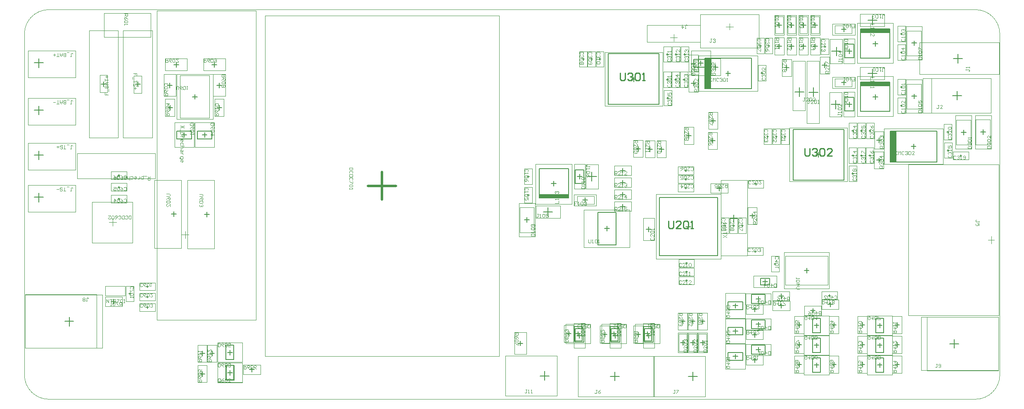
<source format=gm1>
G04*
G04 #@! TF.GenerationSoftware,Altium Limited,Altium Designer,22.7.1 (60)*
G04*
G04 Layer_Color=16711935*
%FSLAX44Y44*%
%MOMM*%
G71*
G04*
G04 #@! TF.SameCoordinates,103DB43E-2C87-4E4D-8813-1F5788BE8077*
G04*
G04*
G04 #@! TF.FilePolarity,Positive*
G04*
G01*
G75*
%ADD12C,0.2000*%
%ADD13C,0.1500*%
%ADD15C,0.2540*%
%ADD16C,0.5000*%
%ADD17C,0.0127*%
%ADD18C,0.0500*%
%ADD19C,0.1000*%
%ADD20R,1.2778X6.3000*%
%ADD21R,6.0000X0.8070*%
D12*
X273014Y847830D02*
X291264D01*
X282196Y838195D02*
Y856445D01*
X273014Y944830D02*
X291264D01*
X282196Y935195D02*
Y953445D01*
X273014Y755580D02*
X291264D01*
X282196Y745945D02*
Y764195D01*
X273014Y668830D02*
X291264D01*
X282196Y659195D02*
Y677445D01*
X1870473Y876024D02*
Y894274D01*
X1861406Y884639D02*
X1879655D01*
X1841723Y876124D02*
Y894374D01*
X1832656Y884739D02*
X1850905D01*
X2156386Y877240D02*
X2174636D01*
X2165454Y868625D02*
Y886875D01*
X335468Y414250D02*
X353718D01*
X344650Y404615D02*
Y422865D01*
X1316972Y638600D02*
X1335222D01*
X1326040Y629985D02*
Y648235D01*
X2159400Y359085D02*
Y377335D01*
X2150332Y367700D02*
X2168582D01*
X1982628Y923540D02*
X2000878D01*
X1991810Y913905D02*
Y932155D01*
X1407795Y711690D02*
X1426045D01*
X1416410Y702508D02*
Y720758D01*
X1614432Y301000D02*
X1632682D01*
X1623500Y292385D02*
Y310635D01*
X1463250Y292385D02*
Y310635D01*
X1454182Y301000D02*
X1472432D01*
X1319500Y293385D02*
Y311635D01*
X1310432Y302000D02*
X1328682D01*
X2157650Y953840D02*
X2175900D01*
X2167285Y944772D02*
Y963022D01*
X1991810Y1023125D02*
Y1041375D01*
X1982628Y1032760D02*
X2000878D01*
X1908315Y968560D02*
X1926565D01*
X1917950Y959492D02*
Y977742D01*
X1907045Y859340D02*
X1925295D01*
X1916680Y850272D02*
Y868522D01*
X1707646Y617536D02*
Y632536D01*
X1699980Y625064D02*
X1714980D01*
D13*
X2178500Y797250D02*
Y807250D01*
X2173500Y802250D02*
X2183500D01*
X2218750Y797750D02*
Y807750D01*
X2213750Y802750D02*
X2223750D01*
X1532930Y598250D02*
Y608250D01*
X1527930Y603250D02*
X1537930D01*
X1474750Y723750D02*
X1484750D01*
X1479750Y718750D02*
Y728750D01*
X1530750Y767750D02*
X1540750D01*
X1535750Y762750D02*
Y772750D01*
X1881000Y751250D02*
Y761250D01*
X1876000Y756250D02*
X1886000D01*
X1828930Y704180D02*
X1933070D01*
X1828930Y808320D02*
X1933070D01*
Y704180D02*
Y808320D01*
X1828930Y704180D02*
Y808320D01*
X1502000Y906500D02*
Y916500D01*
X1497000Y911500D02*
X1507000D01*
X1449930Y859430D02*
X1554070D01*
X1449930Y963570D02*
X1554070D01*
Y859430D02*
Y963570D01*
X1449930Y859430D02*
Y963570D01*
X2000000Y745000D02*
X2010000D01*
X2005000Y740000D02*
Y750000D01*
X2000250Y786000D02*
X2010250D01*
X2005250Y781000D02*
Y791000D01*
X1619750Y902750D02*
X1629750D01*
X1624750Y897750D02*
Y907750D01*
X1619750Y943750D02*
X1629750D01*
X1624750Y938750D02*
Y948750D01*
X2071007Y773026D02*
X2081007D01*
X2076007Y768027D02*
Y778027D01*
X2028507Y741526D02*
Y804527D01*
X2123507Y741526D02*
Y804527D01*
X2028507D02*
X2123507D01*
X2028507Y741526D02*
X2123507D01*
X1690757Y923276D02*
X1700757D01*
X1695757Y918277D02*
Y928277D01*
X1648257Y891776D02*
Y954777D01*
X1743257Y891776D02*
Y954777D01*
X1648257D02*
X1743257D01*
X1648257Y891776D02*
X1743257D01*
X1986750Y803250D02*
Y807250D01*
X1984750Y805250D02*
X1988750D01*
X1969250Y803250D02*
Y807250D01*
X1967250Y805250D02*
X1971250D01*
X1951750Y803250D02*
Y807250D01*
X1949750Y805250D02*
X1953750D01*
X1776770Y791460D02*
Y795460D01*
X1774770Y793460D02*
X1778770D01*
X1794550Y791460D02*
Y795460D01*
X1792550Y793460D02*
X1796550D01*
X1812330Y791460D02*
Y795460D01*
X1810330Y793460D02*
X1814330D01*
X2144250Y802750D02*
X2148250D01*
X2146250Y800750D02*
Y804750D01*
X2173000Y752000D02*
Y756000D01*
X2171000Y754000D02*
X2175000D01*
X1949500Y717750D02*
X1953500D01*
X1951500Y715750D02*
Y719750D01*
X1967250Y754750D02*
X1971250D01*
X1969250Y752750D02*
Y756750D01*
X1984250Y754750D02*
X1988250D01*
X1986250Y752750D02*
Y756750D01*
X2144750Y765250D02*
X2148750D01*
X2146750Y763250D02*
Y767250D01*
X1949750Y754750D02*
X1953750D01*
X1951750Y752750D02*
Y756750D01*
X1606780Y960500D02*
Y964500D01*
X1604780Y962500D02*
X1608780D01*
X1589000Y960500D02*
Y964500D01*
X1587000Y962500D02*
X1591000D01*
X1571220Y960500D02*
Y964500D01*
X1569220Y962500D02*
X1573220D01*
X1432924Y950424D02*
Y954424D01*
X1430924Y952424D02*
X1434924D01*
X1415892Y950424D02*
Y954424D01*
X1413892Y952424D02*
X1417892D01*
X1398860Y950424D02*
Y954424D01*
X1396860Y952424D02*
X1400860D01*
X1760250Y979750D02*
X1764250D01*
X1762250Y977750D02*
Y981750D01*
X1777250Y980000D02*
X1781250D01*
X1779250Y978000D02*
Y982000D01*
X1570000Y872750D02*
X1574000D01*
X1572000Y870750D02*
Y874750D01*
X1586250Y910500D02*
X1590250D01*
X1588250Y908500D02*
Y912500D01*
X1603500Y910500D02*
X1607500D01*
X1605500Y908500D02*
Y912500D01*
X1763000Y924250D02*
X1767000D01*
X1765000Y922250D02*
Y926250D01*
X1569250Y910500D02*
X1573250D01*
X1571250Y908500D02*
Y912500D01*
X1506250Y768500D02*
X1516250D01*
X1511250Y763500D02*
Y773500D01*
X1607090Y723820D02*
X1611090D01*
X1609090Y721820D02*
Y725820D01*
X1888750Y940000D02*
X1898750D01*
X1893750Y935000D02*
Y945000D01*
X1554480Y548640D02*
Y668020D01*
X1673860Y548640D02*
Y668020D01*
X1554480D02*
X1673860D01*
X1554480Y548640D02*
X1673860D01*
X1609170Y608330D02*
X1619170D01*
X1614170Y603330D02*
Y613330D01*
X1816000Y929750D02*
Y939750D01*
X1811000Y934750D02*
X1821000D01*
X1474750Y650000D02*
X1484750D01*
X1479750Y645000D02*
Y655000D01*
X1474750Y674583D02*
X1484750D01*
X1479750Y669583D02*
Y679583D01*
X1474750Y699167D02*
X1484750D01*
X1479750Y694166D02*
Y704166D01*
X1559250Y762750D02*
Y772750D01*
X1554250Y767750D02*
X1564250D01*
X1615250Y790250D02*
Y800250D01*
X1610250Y795250D02*
X1620250D01*
X1664750Y821250D02*
Y831250D01*
X1659750Y826250D02*
X1669750D01*
X1664000Y780000D02*
Y790000D01*
X1659000Y785000D02*
X1669000D01*
X1672500Y687250D02*
X1682500D01*
X1677500Y682250D02*
Y692250D01*
X1745500Y625750D02*
Y635750D01*
X1740500Y630750D02*
X1750500D01*
X1602740Y409020D02*
Y419020D01*
X1597740Y414020D02*
X1607740D01*
X1623060Y409020D02*
Y419020D01*
X1618060Y414020D02*
X1628060D01*
X1643380Y409020D02*
Y419020D01*
X1638380Y414020D02*
X1648380D01*
X1597740Y370500D02*
X1607740D01*
X1602740Y365500D02*
Y375500D01*
X1618060Y370500D02*
X1628060D01*
X1623060Y365500D02*
Y375500D01*
X1638380Y370500D02*
X1648380D01*
X1643380Y365500D02*
Y375500D01*
X1892000Y978250D02*
X1896000D01*
X1894000Y976250D02*
Y980250D01*
X1610360Y495840D02*
Y499840D01*
X1608360Y497840D02*
X1612360D01*
X1610360Y513620D02*
Y517620D01*
X1608360Y515620D02*
X1612360D01*
X1610360Y531400D02*
Y535400D01*
X1608360Y533400D02*
X1612360D01*
X1687100Y610870D02*
X1691100D01*
X1689100Y608870D02*
Y612870D01*
X1704880Y610870D02*
X1708880D01*
X1706880Y608870D02*
Y612870D01*
X1722660Y610870D02*
X1726660D01*
X1724660Y608870D02*
Y612870D01*
X1609090Y704040D02*
Y708040D01*
X1607090Y706040D02*
X1611090D01*
X1609090Y686260D02*
Y690260D01*
X1607090Y688260D02*
X1611090D01*
X485250Y896000D02*
Y906000D01*
X480250Y901000D02*
X490250D01*
X415250Y896250D02*
Y906250D01*
X410250Y901250D02*
X420250D01*
X1447140Y599560D02*
Y609560D01*
X1442140Y604560D02*
X1452140D01*
X1428640Y571060D02*
X1465640D01*
X1428640Y638060D02*
X1465640D01*
Y571060D02*
Y638060D01*
X1428640Y571060D02*
Y638060D01*
X1264750Y369000D02*
X1274750D01*
X1269750Y364000D02*
Y374000D01*
X1397690Y662980D02*
X1407690D01*
X1402690Y657980D02*
Y667980D01*
X1400260Y697240D02*
Y725240D01*
X1382260Y697240D02*
Y725240D01*
X1400260D01*
X1382260Y697240D02*
X1400260D01*
X1386260Y711240D02*
X1396260D01*
X1391260Y706240D02*
Y716240D01*
X1935370Y955010D02*
Y983010D01*
X1953370Y955010D02*
Y983010D01*
X1935370Y955010D02*
X1953370D01*
X1935370Y983010D02*
X1953370D01*
X1939370Y969010D02*
X1949370D01*
X1944370Y964010D02*
Y974010D01*
X1935370Y845790D02*
Y873790D01*
X1953370Y845790D02*
Y873790D01*
X1935370Y845790D02*
X1953370D01*
X1935370Y873790D02*
X1953370D01*
X1939370Y859790D02*
X1949370D01*
X1944370Y854790D02*
Y864790D01*
X1285850Y709240D02*
Y713240D01*
X1283850Y711240D02*
X1287850D01*
X1285850Y671140D02*
Y675140D01*
X1283850Y673140D02*
X1287850D01*
X2051050Y964470D02*
Y968470D01*
X2049050Y966470D02*
X2053050D01*
X2051050Y1002570D02*
Y1006570D01*
X2049050Y1004570D02*
X2053050D01*
X2051050Y855250D02*
Y859250D01*
X2049050Y857250D02*
X2053050D01*
X2051050Y893350D02*
Y897350D01*
X2049050Y895350D02*
X2053050D01*
X1388110Y383620D02*
Y393620D01*
X1383110Y388620D02*
X1393110D01*
X1396110Y373620D02*
Y403620D01*
X1380110Y373620D02*
Y403620D01*
Y373620D02*
X1396110D01*
X1380110Y403620D02*
X1396110D01*
X1461770Y383620D02*
Y393620D01*
X1456770Y388620D02*
X1466770D01*
X1469770Y373620D02*
Y403620D01*
X1453770Y373620D02*
Y403620D01*
Y373620D02*
X1469770D01*
X1453770Y403620D02*
X1469770D01*
X1530350Y383620D02*
Y393620D01*
X1525350Y388620D02*
X1535350D01*
X1538350Y373620D02*
Y403620D01*
X1522350Y373620D02*
Y403620D01*
Y373620D02*
X1538350D01*
X1522350Y403620D02*
X1538350D01*
X674370Y303610D02*
Y313610D01*
X669370Y308610D02*
X679370D01*
X666370Y293610D02*
Y323610D01*
X682370Y293610D02*
Y323610D01*
X666370D02*
X682370D01*
X666370Y293610D02*
X682370D01*
X1874440Y1017350D02*
Y1027350D01*
X1869440Y1022350D02*
X1879440D01*
X1869440Y979170D02*
X1879440D01*
X1874440Y974170D02*
Y984170D01*
X1845310Y979170D02*
X1855310D01*
X1850310Y974170D02*
Y984170D01*
Y1017350D02*
Y1027350D01*
X1845310Y1022350D02*
X1855310D01*
X1795780Y979170D02*
X1805780D01*
X1800780Y974170D02*
Y984170D01*
Y1017350D02*
Y1027350D01*
X1795780Y1022350D02*
X1805780D01*
X1826180Y1017350D02*
Y1027350D01*
X1821180Y1022350D02*
X1831180D01*
X1821180Y979170D02*
X1831180D01*
X1826180Y974170D02*
Y984170D01*
X1278250Y622500D02*
X1288250D01*
X1283250Y617500D02*
Y627500D01*
X1368170Y667270D02*
Y727270D01*
X1308170Y667270D02*
Y727270D01*
X1368170D01*
X1308170Y667270D02*
X1368170D01*
X1333170Y697270D02*
X1343170D01*
X1338170Y692270D02*
Y702270D01*
X1932940Y1008460D02*
Y1018460D01*
X1927940Y1013460D02*
X1937940D01*
X1967460Y845030D02*
Y905030D01*
X2027460Y845030D02*
Y905030D01*
X1967460Y845030D02*
X2027460D01*
X1967460Y905030D02*
X2027460D01*
X1992460Y875030D02*
X2002460D01*
X1997460Y870030D02*
Y880030D01*
X1967460Y954250D02*
Y1014250D01*
X2027460Y954250D02*
Y1014250D01*
X1967460Y954250D02*
X2027460D01*
X1967460Y1014250D02*
X2027460D01*
X1992460Y984250D02*
X2002460D01*
X1997460Y979250D02*
Y989250D01*
X2072140Y985520D02*
X2082140D01*
X2077140Y980520D02*
Y990520D01*
X1932940Y899240D02*
Y909240D01*
X1927940Y904240D02*
X1937940D01*
X2072140Y876300D02*
X2082140D01*
X2077140Y871300D02*
Y881300D01*
X1869440Y430970D02*
Y440970D01*
X1864440Y435970D02*
X1874440D01*
X1856740Y513520D02*
Y523520D01*
X1851740Y518520D02*
X1861740D01*
X1900000Y448670D02*
X1910000D01*
X1905000Y443670D02*
Y453670D01*
X1799670Y446130D02*
X1809670D01*
X1804670Y441130D02*
Y451130D01*
X1804390Y460790D02*
Y470790D01*
X1799390Y465790D02*
X1809390D01*
X1971040Y320480D02*
Y330480D01*
X1966040Y325480D02*
X1976040D01*
X2042160Y320480D02*
Y330480D01*
X2037160Y325480D02*
X2047160D01*
X1971040Y361120D02*
Y371120D01*
X1966040Y366120D02*
X1976040D01*
X2042160Y361120D02*
Y371120D01*
X2037160Y366120D02*
X2047160D01*
X2042160Y401760D02*
Y411760D01*
X2037160Y406760D02*
X2047160D01*
X1971040Y401760D02*
Y411760D01*
X1966040Y406760D02*
X1976040D01*
X1912620Y320480D02*
Y330480D01*
X1907620Y325480D02*
X1917620D01*
X1841500Y320480D02*
Y330480D01*
X1836500Y325480D02*
X1846500D01*
X1841500Y361120D02*
Y371120D01*
X1836500Y366120D02*
X1846500D01*
X1841500Y401760D02*
Y411760D01*
X1836500Y406760D02*
X1846500D01*
X1912620Y401760D02*
Y411760D01*
X1907620Y406760D02*
X1917620D01*
X1745060Y438510D02*
X1755060D01*
X1750060Y433510D02*
Y443510D01*
X1745060Y386440D02*
X1755060D01*
X1750060Y381440D02*
Y391440D01*
X1745060Y334370D02*
X1755060D01*
X1750060Y329370D02*
Y339370D01*
X1998600Y339210D02*
X2014600D01*
X1998600Y309210D02*
X2014600D01*
Y339210D01*
X1998600Y309210D02*
Y339210D01*
X2001600Y324210D02*
X2011600D01*
X2006600Y319210D02*
Y329210D01*
X1998600Y379850D02*
X2014600D01*
X1998600Y349850D02*
X2014600D01*
Y379850D01*
X1998600Y349850D02*
Y379850D01*
X2001600Y364850D02*
X2011600D01*
X2006600Y359850D02*
Y369850D01*
X1998600Y420490D02*
X2014600D01*
X1998600Y390490D02*
X2014600D01*
Y420490D01*
X1998600Y390490D02*
Y420490D01*
X2001600Y405490D02*
X2011600D01*
X2006600Y400490D02*
Y410490D01*
X1869060Y339210D02*
X1885060D01*
X1869060Y309210D02*
X1885060D01*
Y339210D01*
X1869060Y309210D02*
Y339210D01*
X1872060Y324210D02*
X1882060D01*
X1877060Y319210D02*
Y329210D01*
X1869060Y379850D02*
X1885060D01*
X1869060Y349850D02*
X1885060D01*
Y379850D01*
X1869060Y349850D02*
Y379850D01*
X1872060Y364850D02*
X1882060D01*
X1877060Y359850D02*
Y369850D01*
Y400490D02*
Y410490D01*
X1872060Y405490D02*
X1882060D01*
X1869060Y390490D02*
Y420490D01*
X1885060Y390490D02*
Y420490D01*
X1869060Y390490D02*
X1885060D01*
X1869060Y420490D02*
X1885060D01*
X1705690Y446130D02*
X1715690D01*
X1710690Y441130D02*
Y451130D01*
X1695690Y438130D02*
X1725690D01*
X1695690Y454130D02*
X1725690D01*
Y438130D02*
Y454130D01*
X1695690Y438130D02*
Y454130D01*
Y386060D02*
Y402060D01*
X1725690Y386060D02*
Y402060D01*
X1695690D02*
X1725690D01*
X1695690Y386060D02*
X1725690D01*
X1710690Y389060D02*
Y399060D01*
X1705690Y394060D02*
X1715690D01*
X1695690Y333990D02*
Y349990D01*
X1725690Y333990D02*
Y349990D01*
X1695690D02*
X1725690D01*
X1695690Y333990D02*
X1725690D01*
X1710690Y336990D02*
Y346990D01*
X1705690Y341990D02*
X1715690D01*
X1780650Y488660D02*
Y502660D01*
X1762650Y488660D02*
Y502660D01*
X1780650D01*
X1762650Y488660D02*
X1780650D01*
X1766650Y495660D02*
X1776650D01*
X1771650Y490660D02*
Y500660D01*
X1743680Y451100D02*
X1771680D01*
X1743680Y469100D02*
X1771680D01*
X1743680Y451100D02*
Y469100D01*
X1771680Y451100D02*
Y469100D01*
X1757680Y455100D02*
Y465100D01*
X1752680Y460100D02*
X1762680D01*
X1743680Y399030D02*
X1771680D01*
X1743680Y417030D02*
X1771680D01*
X1743680Y399030D02*
Y417030D01*
X1771680Y399030D02*
Y417030D01*
X1757680Y403030D02*
Y413030D01*
X1752680Y408030D02*
X1762680D01*
X1743680Y346960D02*
X1771680D01*
X1743680Y364960D02*
X1771680D01*
X1743680Y346960D02*
Y364960D01*
X1771680Y346960D02*
Y364960D01*
X1757680Y350960D02*
Y360960D01*
X1752680Y355960D02*
X1762680D01*
X1901450Y467060D02*
X1905450D01*
X1903450Y465060D02*
Y469060D01*
X1791970Y530130D02*
Y534130D01*
X1789970Y532130D02*
X1793970D01*
X1670250Y931250D02*
Y941250D01*
X1665250Y936250D02*
X1675250D01*
X1624750Y936250D02*
Y952250D01*
X1654750Y936250D02*
Y952250D01*
X1624750D02*
X1654750D01*
X1624750Y936250D02*
X1654750D01*
X1639750Y939250D02*
Y949250D01*
X1634750Y944250D02*
X1644750D01*
X674250Y345250D02*
Y355250D01*
X669250Y350250D02*
X679250D01*
X666250Y335250D02*
Y365250D01*
X682250Y335250D02*
Y365250D01*
X666250Y335250D02*
X682250D01*
X666250Y365250D02*
X682250D01*
X626750Y628750D02*
Y638750D01*
X621750Y633750D02*
X631750D01*
X554250Y634250D02*
X564250D01*
X559250Y629250D02*
Y639250D01*
X637250Y941250D02*
X647250D01*
X642250Y936250D02*
Y946250D01*
X647250Y853000D02*
X657250D01*
X652250Y848000D02*
Y858000D01*
X617250Y796750D02*
X627250D01*
X622250Y791750D02*
Y801750D01*
X607250Y804750D02*
X637250D01*
X607250Y788750D02*
X637250D01*
X607250D02*
Y804750D01*
X637250Y788750D02*
Y804750D01*
X612500Y348000D02*
X622500D01*
X617500Y343000D02*
Y353000D01*
X632500Y348000D02*
X642500D01*
X637500Y343000D02*
Y353000D01*
X1751330Y555530D02*
Y559530D01*
X1749330Y557530D02*
X1753330D01*
X1752600Y693960D02*
Y697960D01*
X1750600Y695960D02*
X1754600D01*
X467000Y470750D02*
X471000D01*
X469000Y468750D02*
Y472750D01*
X435750Y449750D02*
Y459750D01*
X430750Y454750D02*
X440750D01*
X647500Y899000D02*
X657500D01*
X652500Y894000D02*
Y904000D01*
X597200Y875350D02*
X607200D01*
X602200Y870350D02*
Y880350D01*
X546000Y899000D02*
X556000D01*
X551000Y894000D02*
Y904000D01*
X564000Y936250D02*
Y946250D01*
X559000Y941250D02*
X569000D01*
X444490Y713740D02*
X448490D01*
X446490Y711740D02*
Y715740D01*
X444490Y689610D02*
X448490D01*
X446490Y687610D02*
Y691610D01*
X444490Y665480D02*
X448490D01*
X446490Y663480D02*
Y667480D01*
X502750Y443000D02*
X506750D01*
X504750Y441000D02*
Y445000D01*
X502750Y464320D02*
X506750D01*
X504750Y462320D02*
Y466320D01*
X502750Y485500D02*
X506750D01*
X504750Y483500D02*
Y487500D01*
X1364060Y388620D02*
X1374060D01*
X1369060Y383620D02*
Y393620D01*
X1437720Y387350D02*
X1447720D01*
X1442720Y382350D02*
Y392350D01*
X1506300Y387350D02*
X1516300D01*
X1511300Y382350D02*
Y392350D01*
X1390860Y379810D02*
Y389810D01*
X1385860Y384810D02*
X1395860D01*
X1381860Y398810D02*
X1399860D01*
X1381860Y370810D02*
X1399860D01*
X1381860D02*
Y398810D01*
X1399860Y370810D02*
Y398810D01*
X1464520Y379810D02*
Y389810D01*
X1459520Y384810D02*
X1469520D01*
X1455520Y398810D02*
X1473520D01*
X1455520Y370810D02*
X1473520D01*
X1455520D02*
Y398810D01*
X1473520Y370810D02*
Y398810D01*
X1533100Y379810D02*
Y389810D01*
X1528100Y384810D02*
X1538100D01*
X1524100Y398810D02*
X1542100D01*
X1524100Y370810D02*
X1542100D01*
X1524100D02*
Y398810D01*
X1542100Y370810D02*
Y398810D01*
X719180Y309960D02*
Y319960D01*
X714180Y314960D02*
X724180D01*
X612500Y306250D02*
X622500D01*
X617500Y301250D02*
Y311250D01*
X674250Y303750D02*
Y313750D01*
X669250Y308750D02*
X679250D01*
X666250Y293750D02*
Y323750D01*
X682250Y293750D02*
Y323750D01*
X666250Y293750D02*
X682250D01*
X666250Y323750D02*
X682250D01*
X546250Y853000D02*
X556250D01*
X551250Y848000D02*
Y858000D01*
X575500Y796750D02*
X585500D01*
X580500Y791750D02*
Y801750D01*
X565500Y804750D02*
X595500D01*
X565500Y788750D02*
X595500D01*
X565500D02*
Y804750D01*
X595500Y788750D02*
Y804750D01*
D15*
X1853060Y768945D02*
Y756249D01*
X1855599Y753710D01*
X1860677D01*
X1863217Y756249D01*
Y768945D01*
X1868295Y766406D02*
X1870834Y768945D01*
X1875913D01*
X1878452Y766406D01*
Y763867D01*
X1875913Y761328D01*
X1873373D01*
X1875913D01*
X1878452Y758788D01*
Y756249D01*
X1875913Y753710D01*
X1870834D01*
X1868295Y756249D01*
X1883530Y766406D02*
X1886069Y768945D01*
X1891148D01*
X1893687Y766406D01*
Y756249D01*
X1891148Y753710D01*
X1886069D01*
X1883530Y756249D01*
Y766406D01*
X1908922Y753710D02*
X1898765D01*
X1908922Y763867D01*
Y766406D01*
X1906383Y768945D01*
X1901304D01*
X1898765Y766406D01*
X1474060Y924195D02*
Y911499D01*
X1476599Y908960D01*
X1481678D01*
X1484217Y911499D01*
Y924195D01*
X1489295Y921656D02*
X1491834Y924195D01*
X1496913D01*
X1499452Y921656D01*
Y919117D01*
X1496913Y916578D01*
X1494373D01*
X1496913D01*
X1499452Y914038D01*
Y911499D01*
X1496913Y908960D01*
X1491834D01*
X1489295Y911499D01*
X1504530Y921656D02*
X1507069Y924195D01*
X1512148D01*
X1514687Y921656D01*
Y911499D01*
X1512148Y908960D01*
X1507069D01*
X1504530Y911499D01*
Y921656D01*
X1519765Y908960D02*
X1524844D01*
X1522304D01*
Y924195D01*
X1519765Y921656D01*
X1573530Y619755D02*
Y607059D01*
X1576069Y604520D01*
X1581147D01*
X1583687Y607059D01*
Y619755D01*
X1598922Y604520D02*
X1588765D01*
X1598922Y614677D01*
Y617216D01*
X1596383Y619755D01*
X1591304D01*
X1588765Y617216D01*
X1604000D02*
X1606539Y619755D01*
X1611618D01*
X1614157Y617216D01*
Y607059D01*
X1611618Y604520D01*
X1606539D01*
X1604000Y607059D01*
Y617216D01*
X1619235Y604520D02*
X1624314D01*
X1621774D01*
Y619755D01*
X1619235Y617216D01*
D16*
X986277Y663954D02*
Y720954D01*
X957485Y692374D02*
X1014485D01*
D17*
X302790Y1054099D02*
G03*
X252790Y1004099I0J-50000D01*
G01*
X2252790D02*
G03*
X2202790Y1054099I-50000J0D01*
G01*
Y254099D02*
G03*
X2252790Y304099I0J50000D01*
G01*
X252790D02*
G03*
X302790Y254099I50000J0D01*
G01*
Y1054099D02*
X2202790D01*
X2252790Y304099D02*
Y1004099D01*
X302790Y254099D02*
X2202790D01*
X252790Y304099D02*
Y1004099D01*
X302790Y1054099D02*
G03*
X252790Y1004099I0J-50000D01*
G01*
X2252790D02*
G03*
X2202790Y1054099I-50000J0D01*
G01*
Y254099D02*
G03*
X2252790Y304099I0J50000D01*
G01*
X252790D02*
G03*
X302790Y254099I50000J0D01*
G01*
Y1054099D02*
X2202790D01*
X2252790Y304099D02*
Y1004099D01*
X302790Y254099D02*
X2202790D01*
X252790Y304099D02*
Y1004099D01*
D18*
X1576590Y996805D02*
X1591590D01*
X1584090Y989055D02*
Y1004055D01*
X1638590Y987170D02*
Y1021970D01*
X1529190Y987170D02*
Y1021970D01*
Y987170D02*
X1638590D01*
X1529190Y1021970D02*
X1638590D01*
X2193000Y776500D02*
Y827501D01*
X2163499Y776500D02*
Y827501D01*
X2193000D01*
X2163499Y776500D02*
X2193000D01*
X2162000Y768000D02*
X2195000D01*
X2162000Y836500D02*
X2195000D01*
X2162000Y768000D02*
Y836500D01*
X2195000Y768000D02*
Y836500D01*
X2233250Y777000D02*
Y828001D01*
X2203749Y777000D02*
Y828001D01*
X2233250D01*
X2203749Y777000D02*
X2233250D01*
X2202250Y768500D02*
X2235250D01*
X2202250Y837000D02*
X2235250D01*
X2202250Y768500D02*
Y837000D01*
X2235250Y768500D02*
Y837000D01*
X1521430Y580250D02*
X1544430D01*
X1521430Y626250D02*
X1544430D01*
X1521430Y580250D02*
Y626250D01*
X1544430Y580250D02*
Y626250D01*
X746180Y342030D02*
Y1042030D01*
Y342030D02*
X1226180D01*
X746180Y1042030D02*
X1226180D01*
Y342030D02*
Y1042030D01*
X1462250Y714250D02*
X1497250D01*
X1462250Y733250D02*
X1497250D01*
Y714250D02*
Y733250D01*
X1462250Y714250D02*
Y733250D01*
X1526250Y785250D02*
X1545250D01*
X1526250Y750250D02*
X1545250D01*
Y785250D01*
X1526250Y750250D02*
Y785250D01*
X1821750Y701250D02*
X1940250D01*
X1821750Y811250D02*
X1940250D01*
Y701250D02*
Y811250D01*
X1821750Y701250D02*
Y811250D01*
X1442750Y856500D02*
X1561250D01*
X1442750Y966500D02*
X1561250D01*
Y856500D02*
Y966500D01*
X1442750Y856500D02*
Y966500D01*
X1995500Y727500D02*
X2014500D01*
X1995500Y762500D02*
X2014500D01*
X1995500Y727500D02*
Y762500D01*
X2014500Y727500D02*
Y762500D01*
X1995750Y768500D02*
X2014750D01*
X1995750Y803500D02*
X2014750D01*
X1995750Y768500D02*
Y803500D01*
X2014750Y768500D02*
Y803500D01*
X1615250Y885250D02*
X1634250D01*
X1615250Y920250D02*
X1634250D01*
X1615250Y885250D02*
Y920250D01*
X1634250Y885250D02*
Y920250D01*
X1615250Y926250D02*
X1634250D01*
X1615250Y961250D02*
X1634250D01*
X1615250Y926250D02*
Y961250D01*
X1634250Y926250D02*
Y961250D01*
X2015507Y736527D02*
Y809526D01*
X2136507Y736527D02*
Y809526D01*
X2015507D02*
X2136507D01*
X2015507Y736527D02*
X2136507D01*
X1635257Y886777D02*
Y959776D01*
X1756257Y886777D02*
Y959776D01*
X1635257D02*
X1756257D01*
X1635257Y886777D02*
X1756257D01*
X1978750Y789250D02*
X1994750D01*
X1978750Y821250D02*
X1994750D01*
X1978750Y789250D02*
Y821250D01*
X1994750Y789250D02*
Y821250D01*
X1961250Y789250D02*
X1977250D01*
X1961250Y821250D02*
X1977250D01*
X1961250Y789250D02*
Y821250D01*
X1977250Y789250D02*
Y821250D01*
X1943750Y789250D02*
X1959750D01*
X1943750Y821250D02*
X1959750D01*
X1943750Y789250D02*
Y821250D01*
X1959750Y789250D02*
Y821250D01*
X1768770Y809460D02*
X1784770D01*
X1768770Y777460D02*
X1784770D01*
Y809460D01*
X1768770Y777460D02*
Y809460D01*
X1786550D02*
X1802550D01*
X1786550Y777460D02*
X1802550D01*
Y809460D01*
X1786550Y777460D02*
Y809460D01*
X1804330D02*
X1820330D01*
X1804330Y777460D02*
X1820330D01*
Y809460D01*
X1804330Y777460D02*
Y809460D01*
X2154250Y786750D02*
Y818750D01*
X2138250Y786750D02*
Y818750D01*
X2154250D01*
X2138250Y786750D02*
X2154250D01*
X2157000Y746000D02*
X2189000D01*
X2157000Y762000D02*
X2189000D01*
Y746000D02*
Y762000D01*
X2157000Y746000D02*
Y762000D01*
X1959500Y701750D02*
Y733750D01*
X1943500Y701750D02*
Y733750D01*
X1959500D01*
X1943500Y701750D02*
X1959500D01*
X1977250Y738750D02*
Y770750D01*
X1961250Y738750D02*
Y770750D01*
X1977250D01*
X1961250Y738750D02*
X1977250D01*
X1994250D02*
Y770750D01*
X1978250Y738750D02*
Y770750D01*
X1994250D01*
X1978250Y738750D02*
X1994250D01*
X2154750Y749250D02*
Y781250D01*
X2138750Y749250D02*
Y781250D01*
X2154750D01*
X2138750Y749250D02*
X2154750D01*
X1959750Y738750D02*
Y770750D01*
X1943750Y738750D02*
Y770750D01*
X1959750D01*
X1943750Y738750D02*
X1959750D01*
X1598780Y946500D02*
X1614780D01*
X1598780Y978500D02*
X1614780D01*
X1598780Y946500D02*
Y978500D01*
X1614780Y946500D02*
Y978500D01*
X1581000Y946500D02*
X1597000D01*
X1581000Y978500D02*
X1597000D01*
X1581000Y946500D02*
Y978500D01*
X1597000Y946500D02*
Y978500D01*
X1563220Y946500D02*
X1579220D01*
X1563220Y978500D02*
X1579220D01*
X1563220Y946500D02*
Y978500D01*
X1579220Y946500D02*
Y978500D01*
X1424924Y968424D02*
X1440924D01*
X1424924Y936424D02*
X1440924D01*
Y968424D01*
X1424924Y936424D02*
Y968424D01*
X1407892Y968424D02*
X1423892D01*
X1407892Y936424D02*
X1423892D01*
Y968424D01*
X1407892Y936424D02*
Y968424D01*
X1390860Y968424D02*
X1406860D01*
X1390860Y936424D02*
X1406860D01*
Y968424D01*
X1390860Y936424D02*
Y968424D01*
X1754250Y963750D02*
Y995750D01*
X1770250Y963750D02*
Y995750D01*
X1754250Y963750D02*
X1770250D01*
X1754250Y995750D02*
X1770250D01*
X1771250Y964000D02*
Y996000D01*
X1787250Y964000D02*
Y996000D01*
X1771250Y964000D02*
X1787250D01*
X1771250Y996000D02*
X1787250D01*
X1580000Y856750D02*
Y888750D01*
X1564000Y856750D02*
Y888750D01*
X1580000D01*
X1564000Y856750D02*
X1580000D01*
X1596250Y894500D02*
Y926500D01*
X1580250Y894500D02*
Y926500D01*
X1596250D01*
X1580250Y894500D02*
X1596250D01*
X1613500D02*
Y926500D01*
X1597500Y894500D02*
Y926500D01*
X1613500D01*
X1597500Y894500D02*
X1613500D01*
X1773000Y908250D02*
Y940250D01*
X1757000Y908250D02*
Y940250D01*
X1773000D01*
X1757000Y908250D02*
X1773000D01*
X1579250Y894500D02*
Y926500D01*
X1563250Y894500D02*
Y926500D01*
X1579250D01*
X1563250Y894500D02*
X1579250D01*
X1501750Y786000D02*
X1520750D01*
X1501750Y751000D02*
X1520750D01*
Y786000D01*
X1501750Y751000D02*
Y786000D01*
X1625090Y715820D02*
Y731820D01*
X1593090Y715820D02*
Y731820D01*
Y715820D02*
X1625090D01*
X1593090Y731820D02*
X1625090D01*
X524510Y416560D02*
X727710D01*
X575060Y591835D02*
X590060D01*
X582560Y584210D02*
Y599210D01*
X524510Y416560D02*
Y1051560D01*
X727710Y416560D02*
Y1051560D01*
X524510D02*
X727710D01*
X358000Y817500D02*
Y872500D01*
X260000Y817500D02*
Y872500D01*
Y817500D02*
X358000D01*
X260000Y872500D02*
X358000D01*
Y817500D02*
Y872500D01*
X260000Y817500D02*
Y872500D01*
Y817500D02*
X358000D01*
X260000Y872500D02*
X358000D01*
X415900Y997499D02*
Y1046500D01*
X511401Y997499D02*
Y1046500D01*
X415900Y997499D02*
X511401D01*
X415900Y1046500D02*
X511401D01*
X521250Y707250D02*
Y759250D01*
X361250Y707250D02*
Y759250D01*
X521250D01*
X361250Y707250D02*
X521250D01*
X358000Y914500D02*
Y969500D01*
X260000Y914500D02*
Y969500D01*
Y914500D02*
X358000D01*
X260000Y969500D02*
X358000D01*
Y914500D02*
Y969500D01*
X260000Y914500D02*
Y969500D01*
Y914500D02*
X358000D01*
X260000Y969500D02*
X358000D01*
Y725250D02*
Y780250D01*
X260000Y725250D02*
Y780250D01*
Y725250D02*
X358000D01*
X260000Y780250D02*
X358000D01*
Y725250D02*
Y780250D01*
X260000Y725250D02*
Y780250D01*
Y725250D02*
X358000D01*
X260000Y780250D02*
X358000D01*
Y638500D02*
Y693500D01*
X260000Y638500D02*
Y693500D01*
Y638500D02*
X358000D01*
X260000Y693500D02*
X358000D01*
Y638500D02*
Y693500D01*
X260000Y638500D02*
Y693500D01*
Y638500D02*
X358000D01*
X260000Y693500D02*
X358000D01*
X1884250Y922500D02*
X1903250D01*
X1884250Y957500D02*
X1903250D01*
X1884250Y922500D02*
Y957500D01*
X1903250Y922500D02*
Y957500D01*
X1547670Y541830D02*
Y674830D01*
X1680670Y541830D02*
Y674830D01*
X1547670D02*
X1680670D01*
X1547670Y541830D02*
X1680670D01*
X1806500Y917250D02*
Y952250D01*
X1825500Y917250D02*
Y952250D01*
X1806500Y917250D02*
X1825500D01*
X1806500Y952250D02*
X1825500D01*
X1462250Y640500D02*
X1497250D01*
X1462250Y659500D02*
X1497250D01*
Y640500D02*
Y659500D01*
X1462250Y640500D02*
Y659500D01*
Y665083D02*
X1497250D01*
X1462250Y684083D02*
X1497250D01*
Y665083D02*
Y684083D01*
X1462250Y665083D02*
Y684083D01*
Y689667D02*
X1497250D01*
X1462250Y708667D02*
X1497250D01*
Y689667D02*
Y708667D01*
X1462250Y689667D02*
Y708667D01*
X1549750Y750250D02*
Y785250D01*
X1568750Y750250D02*
Y785250D01*
X1549750Y750250D02*
X1568750D01*
X1549750Y785250D02*
X1568750D01*
X1605750Y777750D02*
Y812750D01*
X1624750Y777750D02*
Y812750D01*
X1605750Y777750D02*
X1624750D01*
X1605750Y812750D02*
X1624750D01*
X1655250Y808750D02*
Y843750D01*
X1674250Y808750D02*
Y843750D01*
X1655250Y808750D02*
X1674250D01*
X1655250Y843750D02*
X1674250D01*
X1654500Y767500D02*
Y802500D01*
X1673500Y767500D02*
Y802500D01*
X1654500Y767500D02*
X1673500D01*
X1654500Y802500D02*
X1673500D01*
X1660000Y696750D02*
X1695000D01*
X1660000Y677750D02*
X1695000D01*
X1660000D02*
Y696750D01*
X1695000Y677750D02*
Y696750D01*
X1755000Y613250D02*
Y648250D01*
X1736000Y613250D02*
Y648250D01*
X1755000D01*
X1736000Y613250D02*
X1755000D01*
X1593240Y396520D02*
Y431520D01*
X1612240Y396520D02*
Y431520D01*
X1593240Y396520D02*
X1612240D01*
X1593240Y431520D02*
X1612240D01*
X1613560Y396520D02*
Y431520D01*
X1632560Y396520D02*
Y431520D01*
X1613560Y396520D02*
X1632560D01*
X1613560Y431520D02*
X1632560D01*
X1633880Y396520D02*
Y431520D01*
X1652880Y396520D02*
Y431520D01*
X1633880Y396520D02*
X1652880D01*
X1633880Y431520D02*
X1652880D01*
X1857500Y821050D02*
Y948551D01*
X1882501Y821050D02*
Y948551D01*
X1857500D02*
X1882501D01*
X1857500Y821050D02*
X1882501D01*
X1828500Y847100D02*
Y947850D01*
X1853500Y847100D02*
Y947850D01*
X1828500Y948350D02*
X1853500D01*
X1828500Y847100D02*
X1853500D01*
X1612740Y350250D02*
Y390750D01*
X1592740Y350250D02*
Y390750D01*
X1612740D01*
X1592740Y350250D02*
X1612740D01*
X1594739Y352750D02*
X1610740D01*
X1594739Y387751D02*
X1610740D01*
X1594739Y352750D02*
Y387751D01*
X1610740Y352750D02*
Y387751D01*
X1633060Y350250D02*
Y390750D01*
X1613060Y350250D02*
Y390750D01*
X1633060D01*
X1613060Y350250D02*
X1633060D01*
X1615059Y352750D02*
X1631060D01*
X1615059Y387751D02*
X1631060D01*
X1615059Y352750D02*
Y387751D01*
X1631060Y352750D02*
Y387751D01*
X1653380Y350250D02*
Y390750D01*
X1633380Y350250D02*
Y390750D01*
X1653380D01*
X1633380Y350250D02*
X1653380D01*
X1635379Y352750D02*
X1651380D01*
X1635379Y387751D02*
X1651380D01*
X1635379Y352750D02*
Y387751D01*
X1651380Y352750D02*
Y387751D01*
X1886000Y962250D02*
Y994250D01*
X1902000Y962250D02*
Y994250D01*
X1886000Y962250D02*
X1902000D01*
X1886000Y994250D02*
X1902000D01*
X1594360Y489840D02*
X1626360D01*
X1594360Y505840D02*
X1626360D01*
Y489840D02*
Y505840D01*
X1594360Y489840D02*
Y505840D01*
Y507620D02*
X1626360D01*
X1594360Y523620D02*
X1626360D01*
Y507620D02*
Y523620D01*
X1594360Y507620D02*
Y523620D01*
Y525400D02*
X1626360D01*
X1594360Y541400D02*
X1626360D01*
Y525400D02*
Y541400D01*
X1594360Y525400D02*
Y541400D01*
X1681100Y594870D02*
Y626870D01*
X1697100Y594870D02*
Y626870D01*
X1681100Y594870D02*
X1697100D01*
X1681100Y626870D02*
X1697100D01*
X1698880Y594870D02*
Y626870D01*
X1714880Y594870D02*
Y626870D01*
X1698880Y594870D02*
X1714880D01*
X1698880Y626870D02*
X1714880D01*
X1716660Y594870D02*
Y626870D01*
X1732660Y594870D02*
Y626870D01*
X1716660Y594870D02*
X1732660D01*
X1716660Y626870D02*
X1732660D01*
X1593090Y714040D02*
X1625090D01*
X1593090Y698040D02*
X1625090D01*
X1593090D02*
Y714040D01*
X1625090Y698040D02*
Y714040D01*
X1593090Y696260D02*
X1625090D01*
X1593090Y680260D02*
X1625090D01*
X1593090D02*
Y696260D01*
X1625090Y680260D02*
Y696260D01*
X455250Y791000D02*
Y1011000D01*
X515250D01*
Y791000D02*
Y1011000D01*
X477250Y882749D02*
Y917750D01*
X493000Y882749D02*
Y917750D01*
X477250Y882749D02*
X493000D01*
X477250Y917750D02*
X493000D01*
X455250Y791000D02*
X515250D01*
X445250Y791250D02*
Y1011250D01*
X385250Y791250D02*
X445250D01*
X385250D02*
Y1011250D01*
X423250Y884500D02*
Y919501D01*
X407500Y884500D02*
Y919501D01*
X423250D01*
X407500Y884500D02*
X423250D01*
X385250Y1011250D02*
X445250D01*
X2095350Y842320D02*
Y913321D01*
X2235101Y842320D02*
Y913321D01*
X2095350D02*
X2235101D01*
X2095350Y842320D02*
X2235101D01*
X2112850Y841820D02*
Y913321D01*
X2235101Y841820D02*
Y913321D01*
X2112850D02*
X2235101D01*
X2112850Y841820D02*
X2235101D01*
X254149Y358999D02*
Y469500D01*
Y358999D02*
X400650D01*
X254149Y469500D02*
X400650D01*
Y358999D02*
Y469500D01*
X254149Y468750D02*
X412650D01*
X254149Y358999D02*
X412650D01*
X254149D02*
Y468750D01*
X412650Y358999D02*
Y468750D01*
X459000Y466500D02*
Y486500D01*
X419000Y466500D02*
X459000D01*
X419000Y486500D02*
X459000D01*
X419000Y466500D02*
Y486500D01*
X391920Y659070D02*
X474420D01*
X391920Y575320D02*
X474420D01*
X391920D02*
Y659070D01*
X474420Y575320D02*
Y659070D01*
X426170Y617570D02*
X441170D01*
X433670Y610070D02*
Y625070D01*
X1400140Y566060D02*
X1494140D01*
X1400140Y643060D02*
X1494140D01*
Y566060D02*
Y643060D01*
X1400140Y566060D02*
Y643060D01*
X1257250Y346500D02*
Y391500D01*
X1282250Y346500D02*
Y391500D01*
X1257250Y346500D02*
X1282250D01*
X1257250Y391500D02*
X1282250D01*
X1301290Y626350D02*
Y651851D01*
X1351291Y626350D02*
Y651851D01*
X1301290D02*
X1351291D01*
X1301290Y626350D02*
X1351291D01*
X2091400Y313200D02*
Y422951D01*
X2249901Y313200D02*
Y422951D01*
X2091400D02*
X2249901D01*
X2091400Y313200D02*
X2249901D01*
X2103400Y312450D02*
Y422951D01*
X2249901Y312450D02*
Y422951D01*
X2103400D02*
X2249901D01*
X2103400Y312450D02*
X2249901D01*
X2065660Y426300D02*
Y736300D01*
X2250660Y426300D02*
Y736300D01*
X2065660Y426300D02*
X2250660D01*
X2065660Y736300D02*
X2250660D01*
X2228965Y581050D02*
X2241715D01*
X2235215Y573675D02*
Y588675D01*
X1691165Y1018855D02*
X1706165D01*
X1698790Y1012605D02*
Y1025355D01*
X1638540Y975355D02*
Y1044300D01*
X1758540Y975740D02*
Y1044300D01*
X1638540D02*
X1758540D01*
X1638540Y975355D02*
X1758540D01*
X1385940Y654980D02*
X1420940D01*
X1385940Y670731D02*
X1420940D01*
Y654980D02*
Y670731D01*
X1385940Y654980D02*
Y670731D01*
X1379690Y651480D02*
Y674480D01*
X1425690Y651480D02*
Y674480D01*
X1379690D02*
X1425690D01*
X1379690Y651480D02*
X1425690D01*
X1402760Y685740D02*
Y736740D01*
X1380010Y685740D02*
Y736740D01*
X1402760D01*
X1380010Y685740D02*
X1402760D01*
X1932870Y943510D02*
Y994510D01*
X1955620Y943510D02*
Y994510D01*
X1932870Y943510D02*
X1955620D01*
X1932870Y994510D02*
X1955620D01*
X1932870Y834290D02*
Y885290D01*
X1955620Y834290D02*
Y885290D01*
X1932870Y834290D02*
X1955620D01*
X1932870Y885290D02*
X1955620D01*
X1277850Y727240D02*
X1293850D01*
X1277850Y695240D02*
X1293850D01*
Y727240D01*
X1277850Y695240D02*
Y727240D01*
Y689140D02*
X1293850D01*
X1277850Y657140D02*
X1293850D01*
Y689140D01*
X1277850Y657140D02*
Y689140D01*
X2043050Y950470D02*
X2059050D01*
X2043050Y982470D02*
X2059050D01*
X2043050Y950470D02*
Y982470D01*
X2059050Y950470D02*
Y982470D01*
X2043050Y988570D02*
X2059050D01*
X2043050Y1020570D02*
X2059050D01*
X2043050Y988570D02*
Y1020570D01*
X2059050Y988570D02*
Y1020570D01*
X2043050Y841250D02*
X2059050D01*
X2043050Y873250D02*
X2059050D01*
X2043050Y841250D02*
Y873250D01*
X2059050Y841250D02*
Y873250D01*
X2043050Y879350D02*
X2059050D01*
X2043050Y911350D02*
X2059050D01*
X2043050Y879350D02*
Y911350D01*
X2059050Y879350D02*
Y911350D01*
X1362610Y408620D02*
X1413610D01*
X1362610Y368620D02*
X1413610D01*
X1362610D02*
Y408620D01*
X1413610Y368620D02*
Y408620D01*
X1436270D02*
X1487270D01*
X1436270Y368620D02*
X1487270D01*
X1436270D02*
Y408620D01*
X1487270Y368620D02*
Y408620D01*
X1504850D02*
X1555850D01*
X1504850Y368620D02*
X1555850D01*
X1504850D02*
Y408620D01*
X1555850Y368620D02*
Y408620D01*
X2016560Y910289D02*
Y935790D01*
X1966559Y910289D02*
Y935790D01*
Y910289D02*
X2016560D01*
X1966559Y935790D02*
X2016560D01*
X648870Y288610D02*
X699870D01*
X648870Y328610D02*
X699870D01*
Y288610D02*
Y328610D01*
X648870Y288610D02*
Y328610D01*
X1866440Y1005099D02*
Y1040100D01*
X1882441Y1005099D02*
Y1040100D01*
X1866440Y1005099D02*
X1882441D01*
X1866440Y1040100D02*
X1882441D01*
X1864440Y1042600D02*
X1884440D01*
X1864440Y1002100D02*
X1884440D01*
Y1042600D01*
X1864440Y1002100D02*
Y1042600D01*
X1864940Y996670D02*
X1883940D01*
X1864940Y961670D02*
X1883940D01*
Y996670D01*
X1864940Y961670D02*
Y996670D01*
X1840810D02*
X1859810D01*
X1840810Y961670D02*
X1859810D01*
Y996670D01*
X1840810Y961670D02*
Y996670D01*
X1842310Y1005099D02*
Y1040100D01*
X1858311Y1005099D02*
Y1040100D01*
X1842310Y1005099D02*
X1858311D01*
X1842310Y1040100D02*
X1858311D01*
X1840310Y1042600D02*
X1860310D01*
X1840310Y1002100D02*
X1860310D01*
Y1042600D01*
X1840310Y1002100D02*
Y1042600D01*
X1791280Y996670D02*
X1810280D01*
X1791280Y961670D02*
X1810280D01*
Y996670D01*
X1791280Y961670D02*
Y996670D01*
X1792780Y1005099D02*
Y1040100D01*
X1808781Y1005099D02*
Y1040100D01*
X1792780Y1005099D02*
X1808781D01*
X1792780Y1040100D02*
X1808781D01*
X1790780Y1042600D02*
X1810780D01*
X1790780Y1002100D02*
X1810780D01*
Y1042600D01*
X1790780Y1002100D02*
Y1042600D01*
X1818180Y1005099D02*
Y1040100D01*
X1834181Y1005099D02*
Y1040100D01*
X1818180Y1005099D02*
X1834181D01*
X1818180Y1040100D02*
X1834181D01*
X1816180Y1042600D02*
X1836180D01*
X1816180Y1002100D02*
X1836180D01*
Y1042600D01*
X1816180Y1002100D02*
Y1042600D01*
X1816680Y996670D02*
X1835680D01*
X1816680Y961670D02*
X1835680D01*
Y996670D01*
X1816680Y961670D02*
Y996670D01*
X1404160Y686440D02*
Y736440D01*
X1429661Y686440D02*
Y736440D01*
X1404160Y686440D02*
X1429661D01*
X1404160Y736440D02*
X1429661D01*
X1299750Y588250D02*
Y656750D01*
X1266750Y588250D02*
Y656750D01*
X1299750D01*
X1266750Y588250D02*
X1299750D01*
X1268250Y596750D02*
X1297750D01*
X1268250Y647751D02*
X1297750D01*
X1268250Y596750D02*
Y647751D01*
X1297750Y596750D02*
Y647751D01*
X1301170Y654770D02*
Y737270D01*
Y654770D02*
X1375420D01*
Y737270D01*
X1301170D02*
X1375420D01*
X1543250Y259749D02*
X1648500D01*
X1543250Y342250D02*
X1648500D01*
Y259749D02*
Y342250D01*
X1543250Y259749D02*
Y342250D01*
X1388000Y259750D02*
X1544001D01*
X1388000Y342251D02*
X1544001D01*
Y259750D02*
Y342251D01*
X1388000Y259750D02*
Y342251D01*
X1239250Y260749D02*
Y343250D01*
X1344500Y260749D02*
Y343250D01*
X1239250D02*
X1344500D01*
X1239250Y260749D02*
X1344500D01*
X2251650Y921590D02*
Y986591D01*
X2088649Y921590D02*
Y986591D01*
X2251650D01*
X2088649Y921590D02*
X2251650D01*
X1909940Y1024960D02*
X1955940D01*
X1909940Y1001960D02*
X1955940D01*
X1909940D02*
Y1024960D01*
X1955940Y1001960D02*
Y1024960D01*
X1949690Y1005709D02*
Y1021460D01*
X1914690Y1005709D02*
Y1021460D01*
Y1005709D02*
X1949690D01*
X1914690Y1021460D02*
X1949690D01*
X2034460Y835030D02*
Y917530D01*
X1960210D02*
X2034460D01*
X1960210Y835030D02*
Y917530D01*
Y835030D02*
X2034460D01*
Y944250D02*
Y1026750D01*
X1960210D02*
X2034460D01*
X1960210Y944250D02*
Y1026750D01*
Y944250D02*
X2034460D01*
X1966559Y1045010D02*
X2016560D01*
X1966559Y1019509D02*
X2016560D01*
X1966559D02*
Y1045010D01*
X2016560Y1019509D02*
Y1045010D01*
X1930200Y943810D02*
Y993811D01*
X1904699Y943810D02*
Y993811D01*
X1930200D01*
X1904699Y943810D02*
X1930200D01*
X2093640Y951270D02*
Y1019770D01*
X2060640Y951270D02*
Y1019770D01*
X2093640D01*
X2060640Y951270D02*
X2093640D01*
X2062140Y959770D02*
X2091640D01*
X2062140Y1010771D02*
X2091640D01*
X2062140Y959770D02*
Y1010771D01*
X2091640Y959770D02*
Y1010771D01*
X1909940Y915740D02*
X1955940D01*
X1909940Y892740D02*
X1955940D01*
X1909940D02*
Y915740D01*
X1955940Y892740D02*
Y915740D01*
X1949690Y896489D02*
Y912240D01*
X1914690Y896489D02*
Y912240D01*
Y896489D02*
X1949690D01*
X1914690Y912240D02*
X1949690D01*
X1928930Y834590D02*
Y884591D01*
X1903429Y834590D02*
Y884591D01*
X1928930D01*
X1903429Y834590D02*
X1928930D01*
X2093640Y842050D02*
Y910550D01*
X2060640Y842050D02*
Y910550D01*
X2093640D01*
X2060640Y842050D02*
X2093640D01*
X2062140Y850550D02*
X2091640D01*
X2062140Y901551D02*
X2091640D01*
X2062140Y850550D02*
Y901551D01*
X2091640Y850550D02*
Y901551D01*
X1886940Y426470D02*
Y445470D01*
X1851940Y426470D02*
Y445470D01*
X1886940D01*
X1851940Y426470D02*
X1886940D01*
X1810240Y481520D02*
X1903240D01*
X1810240Y555520D02*
X1903240D01*
Y481520D02*
Y555520D01*
X1810240Y481520D02*
Y555520D01*
X1813490Y488520D02*
X1899991D01*
X1813490Y548521D02*
X1899991D01*
Y488520D02*
Y548521D01*
X1813490Y488520D02*
Y548521D01*
X1887500Y458170D02*
X1922500D01*
X1887500Y439170D02*
X1922500D01*
Y458170D01*
X1887500Y439170D02*
Y458170D01*
X1787170Y455630D02*
X1822170D01*
X1787170Y436630D02*
X1822170D01*
Y455630D01*
X1787170Y436630D02*
Y455630D01*
X1821890Y456290D02*
Y475290D01*
X1786890Y456290D02*
Y475290D01*
X1821890D01*
X1786890Y456290D02*
X1821890D01*
X1961540Y307980D02*
Y342980D01*
X1980540Y307980D02*
Y342980D01*
X1961540D02*
X1980540D01*
X1961540Y307980D02*
X1980540D01*
X2032660D02*
Y342980D01*
X2051660Y307980D02*
Y342980D01*
X2032660D02*
X2051660D01*
X2032660Y307980D02*
X2051660D01*
X1961540Y348620D02*
Y383620D01*
X1980540Y348620D02*
Y383620D01*
X1961540D02*
X1980540D01*
X1961540Y348620D02*
X1980540D01*
X2032660D02*
Y383620D01*
X2051660Y348620D02*
Y383620D01*
X2032660D02*
X2051660D01*
X2032660Y348620D02*
X2051660D01*
X2032660Y389260D02*
Y424260D01*
X2051660Y389260D02*
Y424260D01*
X2032660D02*
X2051660D01*
X2032660Y389260D02*
X2051660D01*
X1961540D02*
Y424260D01*
X1980540Y389260D02*
Y424260D01*
X1961540D02*
X1980540D01*
X1961540Y389260D02*
X1980540D01*
X1903120Y307980D02*
Y342980D01*
X1922120Y307980D02*
Y342980D01*
X1903120D02*
X1922120D01*
X1903120Y307980D02*
X1922120D01*
X1832000D02*
Y342980D01*
X1851000Y307980D02*
Y342980D01*
X1832000D02*
X1851000D01*
X1832000Y307980D02*
X1851000D01*
X1832000Y348620D02*
Y383620D01*
X1851000Y348620D02*
Y383620D01*
X1832000D02*
X1851000D01*
X1832000Y348620D02*
X1851000D01*
X1832000Y389260D02*
Y424260D01*
X1851000Y389260D02*
Y424260D01*
X1832000D02*
X1851000D01*
X1832000Y389260D02*
X1851000D01*
X1903120D02*
Y424260D01*
X1922120Y389260D02*
Y424260D01*
X1903120D02*
X1922120D01*
X1903120Y389260D02*
X1922120D01*
X1732560Y448010D02*
X1767560D01*
X1732560Y429010D02*
X1767560D01*
Y448010D01*
X1732560Y429010D02*
Y448010D01*
Y395940D02*
X1767560D01*
X1732560Y376940D02*
X1767560D01*
Y395940D01*
X1732560Y376940D02*
Y395940D01*
Y343870D02*
X1767560D01*
X1732560Y324870D02*
X1767560D01*
Y343870D01*
X1732560Y324870D02*
Y343870D01*
X1981100Y304210D02*
Y344210D01*
X2032100Y304210D02*
Y344210D01*
X1981100Y304210D02*
X2032100D01*
X1981100Y344210D02*
X2032100D01*
X1981100Y344850D02*
Y384850D01*
X2032100Y344850D02*
Y384850D01*
X1981100Y344850D02*
X2032100D01*
X1981100Y384850D02*
X2032100D01*
X1981100Y385490D02*
Y425490D01*
X2032100Y385490D02*
Y425490D01*
X1981100Y385490D02*
X2032100D01*
X1981100Y425490D02*
X2032100D01*
X1851560Y304210D02*
Y344210D01*
X1902560Y304210D02*
Y344210D01*
X1851560Y304210D02*
X1902560D01*
X1851560Y344210D02*
X1902560D01*
X1851560Y344850D02*
Y384850D01*
X1902560Y344850D02*
Y384850D01*
X1851560Y344850D02*
X1902560D01*
X1851560Y384850D02*
X1902560D01*
X1851560Y425490D02*
X1902560D01*
X1851560Y385490D02*
X1902560D01*
Y425490D01*
X1851560Y385490D02*
Y425490D01*
X1690690Y420630D02*
Y471630D01*
X1730690Y420630D02*
Y471630D01*
X1690690D02*
X1730690D01*
X1690690Y420630D02*
X1730690D01*
X1690690Y368560D02*
X1730690D01*
X1690690Y419560D02*
X1730690D01*
Y368560D02*
Y419560D01*
X1690690Y368560D02*
Y419560D01*
Y316490D02*
X1730690D01*
X1690690Y367490D02*
X1730690D01*
Y316490D02*
Y367490D01*
X1690690Y316490D02*
Y367490D01*
X1795400Y483660D02*
Y507660D01*
X1747900Y483660D02*
Y507660D01*
X1795400D01*
X1747900Y483660D02*
X1795400D01*
X1732180Y448600D02*
X1783180D01*
X1732180Y471350D02*
X1783180D01*
X1732180Y448600D02*
Y471350D01*
X1783180Y448600D02*
Y471350D01*
X1732180Y396530D02*
X1783180D01*
X1732180Y419280D02*
X1783180D01*
X1732180Y396530D02*
Y419280D01*
X1783180Y396530D02*
Y419280D01*
X1732180Y344460D02*
X1783180D01*
X1732180Y367210D02*
X1783180D01*
X1732180Y344460D02*
Y367210D01*
X1783180Y344460D02*
Y367210D01*
X1919450Y459060D02*
Y475060D01*
X1887450Y459060D02*
Y475060D01*
X1919450D01*
X1887450Y459060D02*
X1919450D01*
X1783970Y548130D02*
X1799970D01*
X1783970Y516130D02*
X1799970D01*
X1783970D02*
Y548130D01*
X1799970Y516130D02*
Y548130D01*
X1660750Y918750D02*
Y953750D01*
X1679750Y918750D02*
Y953750D01*
X1660750D02*
X1679750D01*
X1660750Y918750D02*
X1679750D01*
X1619750Y918750D02*
X1659750D01*
X1619750Y969750D02*
X1659750D01*
Y918750D02*
Y969750D01*
X1619750Y918750D02*
Y969750D01*
X648750Y370250D02*
X699750D01*
X648750Y330250D02*
X699750D01*
Y370250D01*
X648750Y330250D02*
Y370250D01*
X641750Y563750D02*
Y703750D01*
X586750Y563750D02*
Y703750D01*
Y563750D02*
X641750D01*
X586750Y703750D02*
X641750D01*
X586750D02*
X641750D01*
X586750Y563750D02*
X641750D01*
X586750D02*
Y703750D01*
X641750Y563750D02*
Y703750D01*
X574250Y564250D02*
Y704250D01*
X519250Y564250D02*
Y704250D01*
Y564250D02*
X574250Y564250D01*
X519250Y704250D02*
X574250Y704250D01*
X519250Y704250D02*
X574250Y704250D01*
X519250Y564250D02*
X574250Y564250D01*
X519250Y564250D02*
Y704250D01*
X574250Y564250D02*
Y704250D01*
X619750Y928750D02*
Y953750D01*
X664750Y928750D02*
Y953750D01*
X619750Y928750D02*
X664750D01*
X619750Y953750D02*
X664750D01*
X642750Y835500D02*
X661750D01*
X642750Y870500D02*
X661750D01*
Y835500D02*
Y870500D01*
X642750Y835500D02*
Y870500D01*
X642250Y771250D02*
Y822250D01*
X602250Y771250D02*
Y822250D01*
Y771250D02*
X642250D01*
X602250Y822250D02*
X642250D01*
X608000Y330500D02*
X627000D01*
X608000Y365500D02*
X627000D01*
Y330500D02*
Y365500D01*
X608000Y330500D02*
Y365500D01*
X628000Y330500D02*
X647000D01*
X628000Y365500D02*
X647000D01*
Y330500D02*
Y365500D01*
X628000Y330500D02*
Y365500D01*
X1680980Y549064D02*
Y704065D01*
X1734980Y549064D02*
Y704065D01*
X1680980D02*
X1734980D01*
X1680980Y549064D02*
X1734980D01*
X1735330Y565530D02*
X1767330D01*
X1735330Y549530D02*
X1767330D01*
Y565530D01*
X1735330Y549530D02*
Y565530D01*
X1736600Y703960D02*
X1768600D01*
X1736600Y687960D02*
X1768600D01*
Y703960D01*
X1736600Y687960D02*
Y703960D01*
X477000Y454750D02*
Y486750D01*
X461000Y454750D02*
Y486750D01*
Y454750D02*
X477000D01*
X461000Y486750D02*
X477000D01*
X453250Y445250D02*
Y464250D01*
X418250Y445250D02*
Y464250D01*
X453250D01*
X418250Y445250D02*
X453250D01*
X665000Y876500D02*
Y921500D01*
X640000Y876500D02*
Y921500D01*
Y876500D02*
X665000D01*
X640000Y921500D02*
X665000D01*
X565200Y828850D02*
Y921850D01*
X639200Y828850D02*
Y921850D01*
X565200Y828850D02*
X639200D01*
X565200Y921850D02*
X639200D01*
X572200Y832100D02*
Y918600D01*
X632201Y832100D02*
Y918600D01*
X572200Y832100D02*
X632201D01*
X572200Y918600D02*
X632201D01*
X538500Y876500D02*
Y921500D01*
X563500Y876500D02*
Y921500D01*
X538500D02*
X563500D01*
X538500Y876500D02*
X563500D01*
X541500Y953750D02*
X586500D01*
X541500Y928750D02*
X586500D01*
Y953750D01*
X541500Y928750D02*
Y953750D01*
X462490Y705740D02*
Y721740D01*
X430490Y705740D02*
Y721740D01*
X462490D01*
X430490Y705740D02*
X462490D01*
Y681610D02*
Y697610D01*
X430490Y681610D02*
Y697610D01*
X462490D01*
X430490Y681610D02*
X462490D01*
Y657480D02*
Y673480D01*
X430490Y657480D02*
Y673480D01*
X462490D01*
X430490Y657480D02*
X462490D01*
X488750Y435000D02*
Y451000D01*
X520750Y435000D02*
Y451000D01*
X488750Y435000D02*
X520750D01*
X488750Y451000D02*
X520750D01*
X488750Y456320D02*
Y472320D01*
X520750Y456320D02*
Y472320D01*
X488750Y456320D02*
X520750D01*
X488750Y472320D02*
X520750D01*
X488750Y477500D02*
Y493500D01*
X520750Y477500D02*
Y493500D01*
X488750Y477500D02*
X520750D01*
X488750Y493500D02*
X520750D01*
X1359560Y371120D02*
X1378560D01*
X1359560Y406120D02*
X1378560D01*
Y371120D02*
Y406120D01*
X1359560Y371120D02*
Y406120D01*
X1433220Y369850D02*
X1452220D01*
X1433220Y404850D02*
X1452220D01*
Y369850D02*
Y404850D01*
X1433220Y369850D02*
Y404850D01*
X1501800Y369850D02*
X1520800D01*
X1501800Y404850D02*
X1520800D01*
Y369850D02*
Y404850D01*
X1501800Y369850D02*
Y404850D01*
X1379610Y410310D02*
X1402360D01*
X1379610Y359310D02*
X1402360D01*
X1379610D02*
Y410310D01*
X1402360Y359310D02*
Y410310D01*
X1453270D02*
X1476020D01*
X1453270Y359310D02*
X1476020D01*
X1453270D02*
Y410310D01*
X1476020Y359310D02*
Y410310D01*
X1521850D02*
X1544600D01*
X1521850Y359310D02*
X1544600D01*
X1521850D02*
Y410310D01*
X1544600Y359310D02*
Y410310D01*
X701680Y305460D02*
Y324460D01*
X736680Y305460D02*
Y324460D01*
X701680Y305460D02*
X736680D01*
X701680Y324460D02*
X736680D01*
X608000Y288750D02*
X627000D01*
X608000Y323750D02*
X627000D01*
Y288750D02*
Y323750D01*
X608000Y288750D02*
Y323750D01*
X648750Y328750D02*
X699750D01*
X648750Y288750D02*
X699750D01*
Y328750D01*
X648750Y288750D02*
Y328750D01*
X541750Y835500D02*
X560750D01*
X541750Y870500D02*
X560750D01*
Y835500D02*
Y870500D01*
X541750Y835500D02*
Y870500D01*
X600500Y771250D02*
Y822250D01*
X560500Y771250D02*
Y822250D01*
Y771250D02*
X600500D01*
X560500Y822250D02*
X600500D01*
D19*
X1606925Y1015807D02*
X1609257D01*
X1608091D01*
Y1021639D01*
X1609257Y1022805D01*
X1610424D01*
X1611590Y1021639D01*
X1601093Y1022805D02*
Y1015807D01*
X1604592Y1019306D01*
X1599927D01*
X2187002Y769000D02*
X2194000D01*
Y772499D01*
X2192834Y773665D01*
X2188168D01*
X2187002Y772499D01*
Y769000D01*
X2188168Y775998D02*
X2187002Y777164D01*
Y779497D01*
X2188168Y780663D01*
X2189335D01*
X2190501Y779497D01*
Y778330D01*
Y779497D01*
X2191667Y780663D01*
X2192834D01*
X2194000Y779497D01*
Y777164D01*
X2192834Y775998D01*
X2188168Y782996D02*
X2187002Y784162D01*
Y786494D01*
X2188168Y787661D01*
X2192834D01*
X2194000Y786494D01*
Y784162D01*
X2192834Y782996D01*
X2188168D01*
X2194000Y789993D02*
Y792326D01*
Y791160D01*
X2187002D01*
X2188168Y789993D01*
X2227252Y769500D02*
X2234250D01*
Y772999D01*
X2233084Y774165D01*
X2228418D01*
X2227252Y772999D01*
Y769500D01*
X2228418Y776498D02*
X2227252Y777664D01*
Y779997D01*
X2228418Y781163D01*
X2229585D01*
X2230751Y779997D01*
Y778830D01*
Y779997D01*
X2231917Y781163D01*
X2233084D01*
X2234250Y779997D01*
Y777664D01*
X2233084Y776498D01*
X2228418Y783495D02*
X2227252Y784662D01*
Y786994D01*
X2228418Y788161D01*
X2233084D01*
X2234250Y786994D01*
Y784662D01*
X2233084Y783495D01*
X2228418D01*
X2234250Y795158D02*
Y790493D01*
X2229585Y795158D01*
X2228418D01*
X2227252Y793992D01*
Y791660D01*
X2228418Y790493D01*
X1537599Y585915D02*
X1536432Y584749D01*
Y582416D01*
X1537599Y581250D01*
X1542264D01*
X1543430Y582416D01*
Y584749D01*
X1542264Y585915D01*
X1543430Y592913D02*
Y588248D01*
X1538765Y592913D01*
X1537599D01*
X1536432Y591747D01*
Y589414D01*
X1537599Y588248D01*
Y595246D02*
X1536432Y596412D01*
Y598744D01*
X1537599Y599911D01*
X1542264D01*
X1543430Y598744D01*
Y596412D01*
X1542264Y595246D01*
X1537599D01*
X1543430Y602243D02*
Y604576D01*
Y603410D01*
X1536432D01*
X1537599Y602243D01*
X925978Y729630D02*
X918980D01*
Y726131D01*
X920146Y724965D01*
X924811D01*
X925978Y726131D01*
Y729630D01*
X924811Y717967D02*
X925978Y719133D01*
Y721466D01*
X924811Y722632D01*
X920146D01*
X918980Y721466D01*
Y719133D01*
X920146Y717967D01*
X925978Y715635D02*
X918980D01*
Y712136D01*
X920146Y710969D01*
X924811D01*
X925978Y712136D01*
Y715635D01*
X924811Y703971D02*
X925978Y705138D01*
Y707470D01*
X924811Y708637D01*
X920146D01*
X918980Y707470D01*
Y705138D01*
X920146Y703971D01*
X925978Y701639D02*
Y696974D01*
X924811D01*
X920146Y701639D01*
X918980D01*
X924811Y694641D02*
X925978Y693475D01*
Y691142D01*
X924811Y689976D01*
X920146D01*
X918980Y691142D01*
Y693475D01*
X920146Y694641D01*
X924811D01*
X918980Y687644D02*
Y685311D01*
Y686477D01*
X925978D01*
X924811Y687644D01*
X1463250Y715250D02*
Y722248D01*
X1466749D01*
X1467915Y721081D01*
Y718749D01*
X1466749Y717583D01*
X1463250D01*
X1465583D02*
X1467915Y715250D01*
X1474913D02*
X1470248D01*
X1474913Y719915D01*
Y721081D01*
X1473747Y722248D01*
X1471414D01*
X1470248Y721081D01*
X1477245Y715250D02*
X1479578D01*
X1478412D01*
Y722248D01*
X1477245Y721081D01*
X1487742Y715250D02*
X1483077D01*
X1487742Y719915D01*
Y721081D01*
X1486576Y722248D01*
X1484243D01*
X1483077Y721081D01*
X1527250Y784250D02*
X1534248D01*
Y780751D01*
X1533081Y779585D01*
X1530749D01*
X1529583Y780751D01*
Y784250D01*
Y781917D02*
X1527250Y779585D01*
Y772587D02*
Y777252D01*
X1531915Y772587D01*
X1533081D01*
X1534248Y773753D01*
Y776086D01*
X1533081Y777252D01*
X1527250Y770255D02*
Y767922D01*
Y769088D01*
X1534248D01*
X1533081Y770255D01*
X1527250Y764423D02*
Y762090D01*
Y763257D01*
X1534248D01*
X1533081Y764423D01*
X1952669Y707415D02*
X1951502Y706249D01*
Y703916D01*
X1952669Y702750D01*
X1957334D01*
X1958500Y703916D01*
Y706249D01*
X1957334Y707415D01*
X1952669Y709748D02*
X1951502Y710914D01*
Y713247D01*
X1952669Y714413D01*
X1953835D01*
X1955001Y713247D01*
Y712080D01*
Y713247D01*
X1956167Y714413D01*
X1957334D01*
X1958500Y713247D01*
Y710914D01*
X1957334Y709748D01*
X1958500Y716746D02*
Y719078D01*
Y717912D01*
X1951502D01*
X1952669Y716746D01*
Y722577D02*
X1951502Y723743D01*
Y726076D01*
X1952669Y727242D01*
X1953835D01*
X1955001Y726076D01*
X1956167Y727242D01*
X1957334D01*
X1958500Y726076D01*
Y723743D01*
X1957334Y722577D01*
X1956167D01*
X1955001Y723743D01*
X1953835Y722577D01*
X1952669D01*
X1955001Y723743D02*
Y726076D01*
X2147919Y754915D02*
X2146752Y753749D01*
Y751416D01*
X2147919Y750250D01*
X2152584D01*
X2153750Y751416D01*
Y753749D01*
X2152584Y754915D01*
X2147919Y757248D02*
X2146752Y758414D01*
Y760747D01*
X2147919Y761913D01*
X2149085D01*
X2150251Y760747D01*
Y759580D01*
Y760747D01*
X2151417Y761913D01*
X2152584D01*
X2153750Y760747D01*
Y758414D01*
X2152584Y757248D01*
X2153750Y764246D02*
Y766578D01*
Y765412D01*
X2146752D01*
X2147919Y764246D01*
X2146752Y774742D02*
Y770077D01*
X2150251D01*
X2149085Y772410D01*
Y773576D01*
X2150251Y774742D01*
X2152584D01*
X2153750Y773576D01*
Y771243D01*
X2152584Y770077D01*
X1952919Y744415D02*
X1951752Y743249D01*
Y740916D01*
X1952919Y739750D01*
X1957584D01*
X1958750Y740916D01*
Y743249D01*
X1957584Y744415D01*
X1952919Y746748D02*
X1951752Y747914D01*
Y750247D01*
X1952919Y751413D01*
X1954085D01*
X1955251Y750247D01*
Y749080D01*
Y750247D01*
X1956417Y751413D01*
X1957584D01*
X1958750Y750247D01*
Y747914D01*
X1957584Y746748D01*
X1958750Y753745D02*
Y756078D01*
Y754912D01*
X1951752D01*
X1952919Y753745D01*
X1958750Y763076D02*
X1951752D01*
X1955251Y759577D01*
Y764242D01*
X1607948Y952165D02*
X1606782Y950999D01*
Y948666D01*
X1607948Y947500D01*
X1612614D01*
X1613780Y948666D01*
Y950999D01*
X1612614Y952165D01*
X1607948Y954498D02*
X1606782Y955664D01*
Y957997D01*
X1607948Y959163D01*
X1609115D01*
X1610281Y957997D01*
Y956830D01*
Y957997D01*
X1611447Y959163D01*
X1612614D01*
X1613780Y957997D01*
Y955664D01*
X1612614Y954498D01*
X1613780Y961496D02*
Y963828D01*
Y962662D01*
X1606782D01*
X1607948Y961496D01*
Y967327D02*
X1606782Y968493D01*
Y970826D01*
X1607948Y971992D01*
X1609115D01*
X1610281Y970826D01*
Y969660D01*
Y970826D01*
X1611447Y971992D01*
X1612614D01*
X1613780Y970826D01*
Y968493D01*
X1612614Y967327D01*
X1590168Y952165D02*
X1589002Y950999D01*
Y948666D01*
X1590168Y947500D01*
X1594834D01*
X1596000Y948666D01*
Y950999D01*
X1594834Y952165D01*
X1590168Y954498D02*
X1589002Y955664D01*
Y957997D01*
X1590168Y959163D01*
X1591335D01*
X1592501Y957997D01*
Y956830D01*
Y957997D01*
X1593667Y959163D01*
X1594834D01*
X1596000Y957997D01*
Y955664D01*
X1594834Y954498D01*
X1596000Y961496D02*
Y963828D01*
Y962662D01*
X1589002D01*
X1590168Y961496D01*
X1596000Y971992D02*
Y967327D01*
X1591335Y971992D01*
X1590168D01*
X1589002Y970826D01*
Y968493D01*
X1590168Y967327D01*
X1572388Y952165D02*
X1571222Y950999D01*
Y948666D01*
X1572388Y947500D01*
X1577054D01*
X1578220Y948666D01*
Y950999D01*
X1577054Y952165D01*
X1572388Y954498D02*
X1571222Y955664D01*
Y957997D01*
X1572388Y959163D01*
X1573555D01*
X1574721Y957997D01*
Y956830D01*
Y957997D01*
X1575887Y959163D01*
X1577054D01*
X1578220Y957997D01*
Y955664D01*
X1577054Y954498D01*
X1578220Y961496D02*
Y963828D01*
Y962662D01*
X1571222D01*
X1572388Y961496D01*
X1578220Y967327D02*
Y969660D01*
Y968493D01*
X1571222D01*
X1572388Y967327D01*
X1431755Y962759D02*
X1432922Y963925D01*
Y966258D01*
X1431755Y967424D01*
X1427090D01*
X1425924Y966258D01*
Y963925D01*
X1427090Y962759D01*
X1431755Y960426D02*
X1432922Y959260D01*
Y956927D01*
X1431755Y955761D01*
X1430589D01*
X1429423Y956927D01*
Y958094D01*
Y956927D01*
X1428257Y955761D01*
X1427090D01*
X1425924Y956927D01*
Y959260D01*
X1427090Y960426D01*
X1425924Y953428D02*
Y951096D01*
Y952262D01*
X1432922D01*
X1431755Y953428D01*
Y947597D02*
X1432922Y946431D01*
Y944098D01*
X1431755Y942932D01*
X1427090D01*
X1425924Y944098D01*
Y946431D01*
X1427090Y947597D01*
X1431755D01*
X2013500Y728500D02*
X2006502D01*
Y731999D01*
X2007669Y733165D01*
X2010001D01*
X2011167Y731999D01*
Y728500D01*
Y730833D02*
X2013500Y733165D01*
X2007669Y735498D02*
X2006502Y736664D01*
Y738997D01*
X2007669Y740163D01*
X2008835D01*
X2010001Y738997D01*
Y737830D01*
Y738997D01*
X2011167Y740163D01*
X2012334D01*
X2013500Y738997D01*
Y736664D01*
X2012334Y735498D01*
X2007669Y742495D02*
X2006502Y743662D01*
Y745994D01*
X2007669Y747161D01*
X2012334D01*
X2013500Y745994D01*
Y743662D01*
X2012334Y742495D01*
X2007669D01*
X2013500Y752992D02*
X2006502D01*
X2010001Y749493D01*
Y754158D01*
X2013750Y769500D02*
X2006752D01*
Y772999D01*
X2007919Y774165D01*
X2010251D01*
X2011417Y772999D01*
Y769500D01*
Y771833D02*
X2013750Y774165D01*
X2007919Y776498D02*
X2006752Y777664D01*
Y779997D01*
X2007919Y781163D01*
X2009085D01*
X2010251Y779997D01*
Y778830D01*
Y779997D01*
X2011417Y781163D01*
X2012584D01*
X2013750Y779997D01*
Y777664D01*
X2012584Y776498D01*
X2007919Y783496D02*
X2006752Y784662D01*
Y786994D01*
X2007919Y788161D01*
X2012584D01*
X2013750Y786994D01*
Y784662D01*
X2012584Y783496D01*
X2007919D01*
Y790493D02*
X2006752Y791660D01*
Y793992D01*
X2007919Y795158D01*
X2009085D01*
X2010251Y793992D01*
Y792826D01*
Y793992D01*
X2011417Y795158D01*
X2012584D01*
X2013750Y793992D01*
Y791660D01*
X2012584Y790493D01*
X1633250Y886250D02*
X1626252D01*
Y889749D01*
X1627419Y890915D01*
X1629751D01*
X1630917Y889749D01*
Y886250D01*
Y888583D02*
X1633250Y890915D01*
X1627419Y893248D02*
X1626252Y894414D01*
Y896747D01*
X1627419Y897913D01*
X1628585D01*
X1629751Y896747D01*
Y895580D01*
Y896747D01*
X1630917Y897913D01*
X1632084D01*
X1633250Y896747D01*
Y894414D01*
X1632084Y893248D01*
X1627419Y900246D02*
X1626252Y901412D01*
Y903744D01*
X1627419Y904911D01*
X1632084D01*
X1633250Y903744D01*
Y901412D01*
X1632084Y900246D01*
X1627419D01*
X1633250Y911908D02*
Y907243D01*
X1628585Y911908D01*
X1627419D01*
X1626252Y910742D01*
Y908410D01*
X1627419Y907243D01*
X1633250Y927250D02*
X1626252D01*
Y930749D01*
X1627419Y931915D01*
X1629751D01*
X1630917Y930749D01*
Y927250D01*
Y929583D02*
X1633250Y931915D01*
X1627419Y934248D02*
X1626252Y935414D01*
Y937747D01*
X1627419Y938913D01*
X1628585D01*
X1629751Y937747D01*
Y936580D01*
Y937747D01*
X1630917Y938913D01*
X1632084D01*
X1633250Y937747D01*
Y935414D01*
X1632084Y934248D01*
X1627419Y941245D02*
X1626252Y942412D01*
Y944744D01*
X1627419Y945911D01*
X1632084D01*
X1633250Y944744D01*
Y942412D01*
X1632084Y941245D01*
X1627419D01*
X1633250Y948243D02*
Y950576D01*
Y949409D01*
X1626252D01*
X1627419Y948243D01*
X2042415Y762331D02*
X2041249Y763498D01*
X2038916D01*
X2037750Y762331D01*
Y757666D01*
X2038916Y756500D01*
X2041249D01*
X2042415Y757666D01*
X2044748Y756500D02*
Y763498D01*
X2047080Y761165D01*
X2049413Y763498D01*
Y756500D01*
X2056411Y762331D02*
X2055244Y763498D01*
X2052912D01*
X2051745Y762331D01*
Y757666D01*
X2052912Y756500D01*
X2055244D01*
X2056411Y757666D01*
X2058743Y762331D02*
X2059910Y763498D01*
X2062242D01*
X2063408Y762331D01*
Y761165D01*
X2062242Y759999D01*
X2061076D01*
X2062242D01*
X2063408Y758833D01*
Y757666D01*
X2062242Y756500D01*
X2059910D01*
X2058743Y757666D01*
X2065741Y762331D02*
X2066907Y763498D01*
X2069240D01*
X2070406Y762331D01*
Y757666D01*
X2069240Y756500D01*
X2066907D01*
X2065741Y757666D01*
Y762331D01*
X2077404Y756500D02*
X2072739D01*
X2077404Y761165D01*
Y762331D01*
X2076238Y763498D01*
X2073905D01*
X2072739Y762331D01*
X1662165Y912581D02*
X1660999Y913748D01*
X1658666D01*
X1657500Y912581D01*
Y907916D01*
X1658666Y906750D01*
X1660999D01*
X1662165Y907916D01*
X1664498Y906750D02*
Y913748D01*
X1666830Y911415D01*
X1669163Y913748D01*
Y906750D01*
X1676161Y912581D02*
X1674994Y913748D01*
X1672662D01*
X1671496Y912581D01*
Y907916D01*
X1672662Y906750D01*
X1674994D01*
X1676161Y907916D01*
X1678493Y912581D02*
X1679659Y913748D01*
X1681992D01*
X1683158Y912581D01*
Y911415D01*
X1681992Y910249D01*
X1680826D01*
X1681992D01*
X1683158Y909083D01*
Y907916D01*
X1681992Y906750D01*
X1679659D01*
X1678493Y907916D01*
X1685491Y912581D02*
X1686657Y913748D01*
X1688990D01*
X1690156Y912581D01*
Y907916D01*
X1688990Y906750D01*
X1686657D01*
X1685491Y907916D01*
Y912581D01*
X1692489Y906750D02*
X1694821D01*
X1693655D01*
Y913748D01*
X1692489Y912581D01*
X1987919Y794915D02*
X1986752Y793749D01*
Y791416D01*
X1987919Y790250D01*
X1992584D01*
X1993750Y791416D01*
Y793749D01*
X1992584Y794915D01*
X1987919Y797248D02*
X1986752Y798414D01*
Y800747D01*
X1987919Y801913D01*
X1989085D01*
X1990251Y800747D01*
Y799580D01*
Y800747D01*
X1991417Y801913D01*
X1992584D01*
X1993750Y800747D01*
Y798414D01*
X1992584Y797248D01*
X1993750Y808911D02*
Y804246D01*
X1989085Y808911D01*
X1987919D01*
X1986752Y807744D01*
Y805412D01*
X1987919Y804246D01*
X1986752Y815909D02*
X1987919Y813576D01*
X1990251Y811243D01*
X1992584D01*
X1993750Y812410D01*
Y814742D01*
X1992584Y815909D01*
X1991417D01*
X1990251Y814742D01*
Y811243D01*
X1970419Y794915D02*
X1969252Y793749D01*
Y791416D01*
X1970419Y790250D01*
X1975084D01*
X1976250Y791416D01*
Y793749D01*
X1975084Y794915D01*
X1970419Y797248D02*
X1969252Y798414D01*
Y800747D01*
X1970419Y801913D01*
X1971585D01*
X1972751Y800747D01*
Y799580D01*
Y800747D01*
X1973917Y801913D01*
X1975084D01*
X1976250Y800747D01*
Y798414D01*
X1975084Y797248D01*
X1976250Y808911D02*
Y804246D01*
X1971585Y808911D01*
X1970419D01*
X1969252Y807744D01*
Y805412D01*
X1970419Y804246D01*
X1969252Y815909D02*
Y811243D01*
X1972751D01*
X1971585Y813576D01*
Y814742D01*
X1972751Y815909D01*
X1975084D01*
X1976250Y814742D01*
Y812410D01*
X1975084Y811243D01*
X1952919Y794915D02*
X1951752Y793749D01*
Y791416D01*
X1952919Y790250D01*
X1957584D01*
X1958750Y791416D01*
Y793749D01*
X1957584Y794915D01*
X1952919Y797248D02*
X1951752Y798414D01*
Y800747D01*
X1952919Y801913D01*
X1954085D01*
X1955251Y800747D01*
Y799580D01*
Y800747D01*
X1956417Y801913D01*
X1957584D01*
X1958750Y800747D01*
Y798414D01*
X1957584Y797248D01*
X1958750Y808911D02*
Y804246D01*
X1954085Y808911D01*
X1952919D01*
X1951752Y807744D01*
Y805412D01*
X1952919Y804246D01*
X1958750Y814742D02*
X1951752D01*
X1955251Y811243D01*
Y815909D01*
X1775602Y803795D02*
X1776768Y804961D01*
Y807294D01*
X1775602Y808460D01*
X1770936D01*
X1769770Y807294D01*
Y804961D01*
X1770936Y803795D01*
X1775602Y801462D02*
X1776768Y800296D01*
Y797963D01*
X1775602Y796797D01*
X1774435D01*
X1773269Y797963D01*
Y799130D01*
Y797963D01*
X1772103Y796797D01*
X1770936D01*
X1769770Y797963D01*
Y800296D01*
X1770936Y801462D01*
X1769770Y789799D02*
Y794464D01*
X1774435Y789799D01*
X1775602D01*
X1776768Y790966D01*
Y793298D01*
X1775602Y794464D01*
Y787467D02*
X1776768Y786300D01*
Y783968D01*
X1775602Y782802D01*
X1774435D01*
X1773269Y783968D01*
Y785134D01*
Y783968D01*
X1772103Y782802D01*
X1770936D01*
X1769770Y783968D01*
Y786300D01*
X1770936Y787467D01*
X1793382Y803795D02*
X1794548Y804961D01*
Y807294D01*
X1793382Y808460D01*
X1788716D01*
X1787550Y807294D01*
Y804961D01*
X1788716Y803795D01*
X1793382Y801462D02*
X1794548Y800296D01*
Y797963D01*
X1793382Y796797D01*
X1792215D01*
X1791049Y797963D01*
Y799130D01*
Y797963D01*
X1789883Y796797D01*
X1788716D01*
X1787550Y797963D01*
Y800296D01*
X1788716Y801462D01*
X1787550Y789799D02*
Y794464D01*
X1792215Y789799D01*
X1793382D01*
X1794548Y790966D01*
Y793298D01*
X1793382Y794464D01*
X1787550Y782802D02*
Y787467D01*
X1792215Y782802D01*
X1793382D01*
X1794548Y783968D01*
Y786300D01*
X1793382Y787467D01*
X1811161Y803795D02*
X1812328Y804961D01*
Y807294D01*
X1811161Y808460D01*
X1806496D01*
X1805330Y807294D01*
Y804961D01*
X1806496Y803795D01*
X1811161Y801462D02*
X1812328Y800296D01*
Y797963D01*
X1811161Y796797D01*
X1809995D01*
X1808829Y797963D01*
Y799130D01*
Y797963D01*
X1807663Y796797D01*
X1806496D01*
X1805330Y797963D01*
Y800296D01*
X1806496Y801462D01*
X1805330Y789799D02*
Y794464D01*
X1809995Y789799D01*
X1811161D01*
X1812328Y790966D01*
Y793298D01*
X1811161Y794464D01*
X1805330Y787467D02*
Y785134D01*
Y786300D01*
X1812328D01*
X1811161Y787467D01*
X2147419Y792415D02*
X2146252Y791249D01*
Y788916D01*
X2147419Y787750D01*
X2152084D01*
X2153250Y788916D01*
Y791249D01*
X2152084Y792415D01*
X2147419Y794748D02*
X2146252Y795914D01*
Y798247D01*
X2147419Y799413D01*
X2148585D01*
X2149751Y798247D01*
Y797080D01*
Y798247D01*
X2150917Y799413D01*
X2152084D01*
X2153250Y798247D01*
Y795914D01*
X2152084Y794748D01*
X2153250Y806411D02*
Y801746D01*
X2148585Y806411D01*
X2147419D01*
X2146252Y805244D01*
Y802912D01*
X2147419Y801746D01*
Y808743D02*
X2146252Y809910D01*
Y812242D01*
X2147419Y813408D01*
X2152084D01*
X2153250Y812242D01*
Y809910D01*
X2152084Y808743D01*
X2147419D01*
X2162665Y752831D02*
X2161499Y753998D01*
X2159166D01*
X2158000Y752831D01*
Y748166D01*
X2159166Y747000D01*
X2161499D01*
X2162665Y748166D01*
X2164998Y752831D02*
X2166164Y753998D01*
X2168497D01*
X2169663Y752831D01*
Y751665D01*
X2168497Y750499D01*
X2167330D01*
X2168497D01*
X2169663Y749333D01*
Y748166D01*
X2168497Y747000D01*
X2166164D01*
X2164998Y748166D01*
X2171996Y747000D02*
X2174328D01*
X2173162D01*
Y753998D01*
X2171996Y752831D01*
X2177827Y748166D02*
X2178993Y747000D01*
X2181326D01*
X2182492Y748166D01*
Y752831D01*
X2181326Y753998D01*
X2178993D01*
X2177827Y752831D01*
Y751665D01*
X2178993Y750499D01*
X2182492D01*
X1970419Y744415D02*
X1969252Y743249D01*
Y740916D01*
X1970419Y739750D01*
X1975084D01*
X1976250Y740916D01*
Y743249D01*
X1975084Y744415D01*
X1970419Y746748D02*
X1969252Y747914D01*
Y750247D01*
X1970419Y751413D01*
X1971585D01*
X1972751Y750247D01*
Y749080D01*
Y750247D01*
X1973917Y751413D01*
X1975084D01*
X1976250Y750247D01*
Y747914D01*
X1975084Y746748D01*
X1976250Y753745D02*
Y756078D01*
Y754912D01*
X1969252D01*
X1970419Y753745D01*
X1969252Y759577D02*
Y764242D01*
X1970419D01*
X1975084Y759577D01*
X1976250D01*
X1987419Y744415D02*
X1986252Y743249D01*
Y740916D01*
X1987419Y739750D01*
X1992084D01*
X1993250Y740916D01*
Y743249D01*
X1992084Y744415D01*
X1987419Y746748D02*
X1986252Y747914D01*
Y750247D01*
X1987419Y751413D01*
X1988585D01*
X1989751Y750247D01*
Y749080D01*
Y750247D01*
X1990917Y751413D01*
X1992084D01*
X1993250Y750247D01*
Y747914D01*
X1992084Y746748D01*
X1993250Y753745D02*
Y756078D01*
Y754912D01*
X1986252D01*
X1987419Y753745D01*
X1986252Y764242D02*
X1987419Y761910D01*
X1989751Y759577D01*
X1992084D01*
X1993250Y760743D01*
Y763076D01*
X1992084Y764242D01*
X1990917D01*
X1989751Y763076D01*
Y759577D01*
X1414723Y962759D02*
X1415890Y963925D01*
Y966258D01*
X1414723Y967424D01*
X1410058D01*
X1408892Y966258D01*
Y963925D01*
X1410058Y962759D01*
X1414723Y960426D02*
X1415890Y959260D01*
Y956927D01*
X1414723Y955761D01*
X1413557D01*
X1412391Y956927D01*
Y958094D01*
Y956927D01*
X1411225Y955761D01*
X1410058D01*
X1408892Y956927D01*
Y959260D01*
X1410058Y960426D01*
X1414723Y953428D02*
X1415890Y952262D01*
Y949930D01*
X1414723Y948763D01*
X1410058D01*
X1408892Y949930D01*
Y952262D01*
X1410058Y953428D01*
X1414723D01*
X1410058Y946431D02*
X1408892Y945265D01*
Y942932D01*
X1410058Y941766D01*
X1414723D01*
X1415890Y942932D01*
Y945265D01*
X1414723Y946431D01*
X1413557D01*
X1412391Y945265D01*
Y941766D01*
X1397691Y962759D02*
X1398858Y963925D01*
Y966258D01*
X1397691Y967424D01*
X1393026D01*
X1391860Y966258D01*
Y963925D01*
X1393026Y962759D01*
X1397691Y960426D02*
X1398858Y959260D01*
Y956927D01*
X1397691Y955761D01*
X1396525D01*
X1395359Y956927D01*
Y958094D01*
Y956927D01*
X1394193Y955761D01*
X1393026D01*
X1391860Y956927D01*
Y959260D01*
X1393026Y960426D01*
X1397691Y953428D02*
X1398858Y952262D01*
Y949930D01*
X1397691Y948763D01*
X1393026D01*
X1391860Y949930D01*
Y952262D01*
X1393026Y953428D01*
X1397691D01*
Y946431D02*
X1398858Y945265D01*
Y942932D01*
X1397691Y941766D01*
X1396525D01*
X1395359Y942932D01*
X1394193Y941766D01*
X1393026D01*
X1391860Y942932D01*
Y945265D01*
X1393026Y946431D01*
X1394193D01*
X1395359Y945265D01*
X1396525Y946431D01*
X1397691D01*
X1395359Y945265D02*
Y942932D01*
X1761082Y990085D02*
X1762248Y991251D01*
Y993584D01*
X1761082Y994750D01*
X1756416D01*
X1755250Y993584D01*
Y991251D01*
X1756416Y990085D01*
X1761082Y987752D02*
X1762248Y986586D01*
Y984253D01*
X1761082Y983087D01*
X1759915D01*
X1758749Y984253D01*
Y985420D01*
Y984253D01*
X1757583Y983087D01*
X1756416D01*
X1755250Y984253D01*
Y986586D01*
X1756416Y987752D01*
X1761082Y980754D02*
X1762248Y979588D01*
Y977256D01*
X1761082Y976089D01*
X1756416D01*
X1755250Y977256D01*
Y979588D01*
X1756416Y980754D01*
X1761082D01*
X1762248Y973757D02*
Y969092D01*
X1761082D01*
X1756416Y973757D01*
X1755250D01*
X1778082Y990335D02*
X1779248Y991501D01*
Y993834D01*
X1778082Y995000D01*
X1773416D01*
X1772250Y993834D01*
Y991501D01*
X1773416Y990335D01*
X1778082Y988002D02*
X1779248Y986836D01*
Y984503D01*
X1778082Y983337D01*
X1776915D01*
X1775749Y984503D01*
Y985670D01*
Y984503D01*
X1774583Y983337D01*
X1773416D01*
X1772250Y984503D01*
Y986836D01*
X1773416Y988002D01*
X1778082Y981004D02*
X1779248Y979838D01*
Y977506D01*
X1778082Y976339D01*
X1773416D01*
X1772250Y977506D01*
Y979838D01*
X1773416Y981004D01*
X1778082D01*
X1779248Y969342D02*
X1778082Y971674D01*
X1775749Y974007D01*
X1773416D01*
X1772250Y972840D01*
Y970508D01*
X1773416Y969342D01*
X1774583D01*
X1775749Y970508D01*
Y974007D01*
X1573168Y862415D02*
X1572002Y861249D01*
Y858916D01*
X1573168Y857750D01*
X1577834D01*
X1579000Y858916D01*
Y861249D01*
X1577834Y862415D01*
X1573168Y864748D02*
X1572002Y865914D01*
Y868247D01*
X1573168Y869413D01*
X1574335D01*
X1575501Y868247D01*
Y867080D01*
Y868247D01*
X1576667Y869413D01*
X1577834D01*
X1579000Y868247D01*
Y865914D01*
X1577834Y864748D01*
X1573168Y871746D02*
X1572002Y872912D01*
Y875244D01*
X1573168Y876411D01*
X1577834D01*
X1579000Y875244D01*
Y872912D01*
X1577834Y871746D01*
X1573168D01*
X1572002Y883408D02*
Y878743D01*
X1575501D01*
X1574335Y881076D01*
Y882242D01*
X1575501Y883408D01*
X1577834D01*
X1579000Y882242D01*
Y879910D01*
X1577834Y878743D01*
X1589418Y900165D02*
X1588252Y898999D01*
Y896666D01*
X1589418Y895500D01*
X1594084D01*
X1595250Y896666D01*
Y898999D01*
X1594084Y900165D01*
X1589418Y902498D02*
X1588252Y903664D01*
Y905997D01*
X1589418Y907163D01*
X1590585D01*
X1591751Y905997D01*
Y904830D01*
Y905997D01*
X1592917Y907163D01*
X1594084D01*
X1595250Y905997D01*
Y903664D01*
X1594084Y902498D01*
X1589418Y909495D02*
X1588252Y910662D01*
Y912994D01*
X1589418Y914161D01*
X1594084D01*
X1595250Y912994D01*
Y910662D01*
X1594084Y909495D01*
X1589418D01*
X1595250Y919992D02*
X1588252D01*
X1591751Y916493D01*
Y921159D01*
X1606669Y900165D02*
X1605502Y898999D01*
Y896666D01*
X1606669Y895500D01*
X1611334D01*
X1612500Y896666D01*
Y898999D01*
X1611334Y900165D01*
X1606669Y902498D02*
X1605502Y903664D01*
Y905997D01*
X1606669Y907163D01*
X1607835D01*
X1609001Y905997D01*
Y904830D01*
Y905997D01*
X1610167Y907163D01*
X1611334D01*
X1612500Y905997D01*
Y903664D01*
X1611334Y902498D01*
X1606669Y909495D02*
X1605502Y910662D01*
Y912994D01*
X1606669Y914161D01*
X1611334D01*
X1612500Y912994D01*
Y910662D01*
X1611334Y909495D01*
X1606669D01*
Y916493D02*
X1605502Y917660D01*
Y919992D01*
X1606669Y921159D01*
X1607835D01*
X1609001Y919992D01*
Y918826D01*
Y919992D01*
X1610167Y921159D01*
X1611334D01*
X1612500Y919992D01*
Y917660D01*
X1611334Y916493D01*
X1766169Y913915D02*
X1765002Y912749D01*
Y910416D01*
X1766169Y909250D01*
X1770834D01*
X1772000Y910416D01*
Y912749D01*
X1770834Y913915D01*
X1766169Y916248D02*
X1765002Y917414D01*
Y919747D01*
X1766169Y920913D01*
X1767335D01*
X1768501Y919747D01*
Y918580D01*
Y919747D01*
X1769667Y920913D01*
X1770834D01*
X1772000Y919747D01*
Y917414D01*
X1770834Y916248D01*
X1766169Y923245D02*
X1765002Y924412D01*
Y926744D01*
X1766169Y927911D01*
X1770834D01*
X1772000Y926744D01*
Y924412D01*
X1770834Y923245D01*
X1766169D01*
X1772000Y934908D02*
Y930243D01*
X1767335Y934908D01*
X1766169D01*
X1765002Y933742D01*
Y931410D01*
X1766169Y930243D01*
X1572418Y900165D02*
X1571252Y898999D01*
Y896666D01*
X1572418Y895500D01*
X1577084D01*
X1578250Y896666D01*
Y898999D01*
X1577084Y900165D01*
X1572418Y902498D02*
X1571252Y903664D01*
Y905997D01*
X1572418Y907163D01*
X1573585D01*
X1574751Y905997D01*
Y904830D01*
Y905997D01*
X1575917Y907163D01*
X1577084D01*
X1578250Y905997D01*
Y903664D01*
X1577084Y902498D01*
X1572418Y909495D02*
X1571252Y910662D01*
Y912994D01*
X1572418Y914161D01*
X1577084D01*
X1578250Y912994D01*
Y910662D01*
X1577084Y909495D01*
X1572418D01*
X1578250Y916493D02*
Y918826D01*
Y917660D01*
X1571252D01*
X1572418Y916493D01*
X1502750Y785000D02*
X1509748D01*
Y781501D01*
X1508582Y780335D01*
X1506249D01*
X1505083Y781501D01*
Y785000D01*
Y782667D02*
X1502750Y780335D01*
Y773337D02*
Y778002D01*
X1507415Y773337D01*
X1508582D01*
X1509748Y774503D01*
Y776836D01*
X1508582Y778002D01*
Y771004D02*
X1509748Y769838D01*
Y767506D01*
X1508582Y766339D01*
X1503916D01*
X1502750Y767506D01*
Y769838D01*
X1503916Y771004D01*
X1508582D01*
X1503916Y764007D02*
X1502750Y762840D01*
Y760508D01*
X1503916Y759342D01*
X1508582D01*
X1509748Y760508D01*
Y762840D01*
X1508582Y764007D01*
X1507415D01*
X1506249Y762840D01*
Y759342D01*
X1619425Y724988D02*
X1620591Y723822D01*
X1622924D01*
X1624090Y724988D01*
Y729654D01*
X1622924Y730820D01*
X1620591D01*
X1619425Y729654D01*
X1612427Y730820D02*
X1617092D01*
X1612427Y726155D01*
Y724988D01*
X1613593Y723822D01*
X1615926D01*
X1617092Y724988D01*
X1610094D02*
X1608928Y723822D01*
X1606596D01*
X1605429Y724988D01*
Y729654D01*
X1606596Y730820D01*
X1608928D01*
X1610094Y729654D01*
Y724988D01*
X1598432Y723822D02*
X1600764Y724988D01*
X1603097Y727321D01*
Y729654D01*
X1601930Y730820D01*
X1599598D01*
X1598432Y729654D01*
Y728487D01*
X1599598Y727321D01*
X1603097D01*
X1902250Y923500D02*
X1895252D01*
Y926999D01*
X1896419Y928165D01*
X1898751D01*
X1899917Y926999D01*
Y923500D01*
Y925832D02*
X1902250Y928165D01*
Y935163D02*
Y930498D01*
X1897585Y935163D01*
X1896419D01*
X1895252Y933997D01*
Y931664D01*
X1896419Y930498D01*
X1902250Y937495D02*
Y939828D01*
Y938662D01*
X1895252D01*
X1896419Y937495D01*
X1895252Y943327D02*
Y947992D01*
X1896419D01*
X1901084Y943327D01*
X1902250D01*
X1463250Y641500D02*
Y648498D01*
X1466749D01*
X1467915Y647331D01*
Y644999D01*
X1466749Y643833D01*
X1463250D01*
X1465583D02*
X1467915Y641500D01*
X1474913D02*
X1470248D01*
X1474913Y646165D01*
Y647331D01*
X1473747Y648498D01*
X1471414D01*
X1470248Y647331D01*
X1477245Y641500D02*
X1479578D01*
X1478412D01*
Y648498D01*
X1477245Y647331D01*
X1487742Y648498D02*
X1483077D01*
Y644999D01*
X1485410Y646165D01*
X1486576D01*
X1487742Y644999D01*
Y642666D01*
X1486576Y641500D01*
X1484243D01*
X1483077Y642666D01*
X1463250Y666083D02*
Y673081D01*
X1466749D01*
X1467915Y671915D01*
Y669582D01*
X1466749Y668416D01*
X1463250D01*
X1465583D02*
X1467915Y666083D01*
X1474913D02*
X1470248D01*
X1474913Y670749D01*
Y671915D01*
X1473747Y673081D01*
X1471414D01*
X1470248Y671915D01*
X1477245Y666083D02*
X1479578D01*
X1478412D01*
Y673081D01*
X1477245Y671915D01*
X1486576Y666083D02*
Y673081D01*
X1483077Y669582D01*
X1487742D01*
X1463250Y690667D02*
Y697664D01*
X1466749D01*
X1467915Y696498D01*
Y694166D01*
X1466749Y692999D01*
X1463250D01*
X1465583D02*
X1467915Y690667D01*
X1474913D02*
X1470248D01*
X1474913Y695332D01*
Y696498D01*
X1473747Y697664D01*
X1471414D01*
X1470248Y696498D01*
X1477245Y690667D02*
X1479578D01*
X1478412D01*
Y697664D01*
X1477245Y696498D01*
X1483077D02*
X1484243Y697664D01*
X1486576D01*
X1487742Y696498D01*
Y695332D01*
X1486576Y694166D01*
X1485410D01*
X1486576D01*
X1487742Y692999D01*
Y691833D01*
X1486576Y690667D01*
X1484243D01*
X1483077Y691833D01*
X1892831Y988585D02*
X1893998Y989751D01*
Y992084D01*
X1892831Y993250D01*
X1888166D01*
X1887000Y992084D01*
Y989751D01*
X1888166Y988585D01*
X1887000Y981587D02*
Y986252D01*
X1891665Y981587D01*
X1892831D01*
X1893998Y982753D01*
Y985086D01*
X1892831Y986252D01*
X1887000Y979255D02*
Y976922D01*
Y978088D01*
X1893998D01*
X1892831Y979255D01*
Y973423D02*
X1893998Y972257D01*
Y969924D01*
X1892831Y968758D01*
X1891665D01*
X1890499Y969924D01*
Y971090D01*
Y969924D01*
X1889333Y968758D01*
X1888166D01*
X1887000Y969924D01*
Y972257D01*
X1888166Y973423D01*
X1807500Y951250D02*
X1814498D01*
Y947751D01*
X1813331Y946585D01*
X1810999D01*
X1809833Y947751D01*
Y951250D01*
Y948917D02*
X1807500Y946585D01*
Y939587D02*
Y944252D01*
X1812165Y939587D01*
X1813331D01*
X1814498Y940753D01*
Y943086D01*
X1813331Y944252D01*
X1807500Y937254D02*
Y934922D01*
Y936088D01*
X1814498D01*
X1813331Y937254D01*
Y931423D02*
X1814498Y930257D01*
Y927924D01*
X1813331Y926758D01*
X1812165D01*
X1810999Y927924D01*
X1809833Y926758D01*
X1808666D01*
X1807500Y927924D01*
Y930257D01*
X1808666Y931423D01*
X1809833D01*
X1810999Y930257D01*
X1812165Y931423D01*
X1813331D01*
X1810999Y930257D02*
Y927924D01*
X579990Y815910D02*
X572993Y811245D01*
X579990D02*
X572993Y815910D01*
X571826Y808912D02*
Y804247D01*
X570660Y801915D02*
X577658D01*
Y798416D01*
X576491Y797249D01*
X574159D01*
X572993Y798416D01*
Y801915D01*
X577658Y794917D02*
X572993D01*
X575325D01*
X576491Y793750D01*
X577658Y792584D01*
Y791418D01*
X572993Y784420D02*
Y786753D01*
X574159Y787919D01*
X576491D01*
X577658Y786753D01*
Y784420D01*
X576491Y783254D01*
X575325D01*
Y787919D01*
X577658Y776256D02*
Y779755D01*
X576491Y780921D01*
X574159D01*
X572993Y779755D01*
Y776256D01*
X579990Y773923D02*
X572993D01*
X576491D01*
X577658Y772757D01*
Y770425D01*
X576491Y769258D01*
X572993D01*
X577658Y765759D02*
Y763427D01*
X576491Y762261D01*
X572993D01*
Y765759D01*
X574159Y766926D01*
X575325Y765759D01*
Y762261D01*
X577658Y759928D02*
X572993D01*
X575325D01*
X576491Y758762D01*
X577658Y757595D01*
Y756429D01*
X570660Y750598D02*
Y749431D01*
X571826Y748265D01*
X577658D01*
Y751764D01*
X576491Y752930D01*
X574159D01*
X572993Y751764D01*
Y748265D01*
Y742434D02*
Y744766D01*
X574159Y745932D01*
X576491D01*
X577658Y744766D01*
Y742434D01*
X576491Y741267D01*
X575325D01*
Y745932D01*
X346835Y860836D02*
X349167D01*
X348001D01*
Y866667D01*
X349167Y867834D01*
X350334D01*
X351500Y866667D01*
X344502Y869000D02*
X339837D01*
X337505Y860836D02*
Y867834D01*
X334006D01*
X332839Y866667D01*
Y865501D01*
X334006Y864335D01*
X337505D01*
X334006D01*
X332839Y863169D01*
Y862002D01*
X334006Y860836D01*
X337505D01*
X330507Y867834D02*
Y863169D01*
X328174Y860836D01*
X325842Y863169D01*
Y867834D01*
Y864335D01*
X330507D01*
X323509Y860836D02*
X318844D01*
X321176D01*
Y867834D01*
X316511Y864335D02*
X311846D01*
X457750Y1045750D02*
X464748D01*
Y1042251D01*
X463582Y1041085D01*
X461249D01*
X460083Y1042251D01*
Y1045750D01*
Y1043417D02*
X457750Y1041085D01*
X464748Y1034087D02*
X463582Y1036420D01*
X461249Y1038752D01*
X458916D01*
X457750Y1037586D01*
Y1035253D01*
X458916Y1034087D01*
X460083D01*
X461249Y1035253D01*
Y1038752D01*
X463582Y1031755D02*
X464748Y1030588D01*
Y1028256D01*
X463582Y1027089D01*
X458916D01*
X457750Y1028256D01*
Y1030588D01*
X458916Y1031755D01*
X463582D01*
X457750Y1024757D02*
Y1022424D01*
Y1023590D01*
X464748D01*
X463582Y1024757D01*
X510250Y711167D02*
Y704169D01*
X506751D01*
X505585Y705336D01*
Y707668D01*
X506751Y708835D01*
X510250D01*
X507917D02*
X505585Y711167D01*
X503252Y712333D02*
X498587D01*
X496255Y713500D02*
Y706502D01*
X492756D01*
X491589Y707668D01*
Y710001D01*
X492756Y711167D01*
X496255D01*
X489257Y706502D02*
Y711167D01*
Y708835D01*
X488091Y707668D01*
X486924Y706502D01*
X485758D01*
X478760Y711167D02*
X481093D01*
X482259Y710001D01*
Y707668D01*
X481093Y706502D01*
X478760D01*
X477594Y707668D01*
Y708835D01*
X482259D01*
X470596Y706502D02*
X474095D01*
X475261Y707668D01*
Y710001D01*
X474095Y711167D01*
X470596D01*
X468264Y704169D02*
Y711167D01*
Y707668D01*
X467097Y706502D01*
X464765D01*
X463598Y707668D01*
Y711167D01*
X460099Y706502D02*
X457767D01*
X456601Y707668D01*
Y711167D01*
X460099D01*
X461266Y710001D01*
X460099Y708835D01*
X456601D01*
X454268Y706502D02*
Y711167D01*
Y708835D01*
X453102Y707668D01*
X451935Y706502D01*
X450769D01*
X444938Y713500D02*
X443771D01*
X442605Y712333D01*
Y706502D01*
X446104D01*
X447270Y707668D01*
Y710001D01*
X446104Y711167D01*
X442605D01*
X436774D02*
X439106D01*
X440272Y710001D01*
Y707668D01*
X439106Y706502D01*
X436774D01*
X435607Y707668D01*
Y708835D01*
X440272D01*
X346835Y957836D02*
X349167D01*
X348001D01*
Y963667D01*
X349167Y964834D01*
X350334D01*
X351500Y963667D01*
X344502Y966000D02*
X339837D01*
X337505Y957836D02*
Y964834D01*
X334006D01*
X332839Y963667D01*
Y962501D01*
X334006Y961335D01*
X337505D01*
X334006D01*
X332839Y960169D01*
Y959002D01*
X334006Y957836D01*
X337505D01*
X330507Y964834D02*
Y960169D01*
X328174Y957836D01*
X325842Y960169D01*
Y964834D01*
Y961335D01*
X330507D01*
X323509Y957836D02*
X318844D01*
X321176D01*
Y964834D01*
X316511Y961335D02*
X311846D01*
X314179Y959002D02*
Y963667D01*
X346835Y768586D02*
X349167D01*
X348001D01*
Y774417D01*
X349167Y775584D01*
X350334D01*
X351500Y774417D01*
X344502Y776750D02*
X339837D01*
X337505Y768586D02*
X332839D01*
X335172D01*
Y775584D01*
X325842Y769752D02*
X327008Y768586D01*
X329341D01*
X330507Y769752D01*
Y770919D01*
X329341Y772085D01*
X327008D01*
X325842Y773251D01*
Y774417D01*
X327008Y775584D01*
X329341D01*
X330507Y774417D01*
X323509Y772085D02*
X318844D01*
X321176Y769752D02*
Y774417D01*
X346835Y681836D02*
X349167D01*
X348001D01*
Y687667D01*
X349167Y688834D01*
X350334D01*
X351500Y687667D01*
X344502Y690000D02*
X339837D01*
X337505Y681836D02*
X332839D01*
X335172D01*
Y688834D01*
X325842Y683002D02*
X327008Y681836D01*
X329341D01*
X330507Y683002D01*
Y684169D01*
X329341Y685335D01*
X327008D01*
X325842Y686501D01*
Y687667D01*
X327008Y688834D01*
X329341D01*
X330507Y687667D01*
X323509Y685335D02*
X318844D01*
X1550750Y784250D02*
X1557748D01*
Y780751D01*
X1556581Y779585D01*
X1554249D01*
X1553083Y780751D01*
Y784250D01*
Y781917D02*
X1550750Y779585D01*
Y772587D02*
Y777252D01*
X1555415Y772587D01*
X1556581D01*
X1557748Y773753D01*
Y776086D01*
X1556581Y777252D01*
X1550750Y770255D02*
Y767922D01*
Y769088D01*
X1557748D01*
X1556581Y770255D01*
Y764423D02*
X1557748Y763257D01*
Y760924D01*
X1556581Y759758D01*
X1551916D01*
X1550750Y760924D01*
Y763257D01*
X1551916Y764423D01*
X1556581D01*
X1606750Y811750D02*
X1613748D01*
Y808251D01*
X1612581Y807085D01*
X1610249D01*
X1609083Y808251D01*
Y811750D01*
Y809418D02*
X1606750Y807085D01*
Y800087D02*
Y804752D01*
X1611415Y800087D01*
X1612581D01*
X1613748Y801254D01*
Y803586D01*
X1612581Y804752D01*
Y797755D02*
X1613748Y796588D01*
Y794256D01*
X1612581Y793090D01*
X1607916D01*
X1606750Y794256D01*
Y796588D01*
X1607916Y797755D01*
X1612581D01*
Y790757D02*
X1613748Y789591D01*
Y787258D01*
X1612581Y786092D01*
X1611415D01*
X1610249Y787258D01*
X1609083Y786092D01*
X1607916D01*
X1606750Y787258D01*
Y789591D01*
X1607916Y790757D01*
X1609083D01*
X1610249Y789591D01*
X1611415Y790757D01*
X1612581D01*
X1610249Y789591D02*
Y787258D01*
X1656250Y842750D02*
X1663248D01*
Y839251D01*
X1662081Y838085D01*
X1659749D01*
X1658583Y839251D01*
Y842750D01*
Y840417D02*
X1656250Y838085D01*
Y831087D02*
Y835752D01*
X1660915Y831087D01*
X1662081D01*
X1663248Y832253D01*
Y834586D01*
X1662081Y835752D01*
Y828755D02*
X1663248Y827588D01*
Y825256D01*
X1662081Y824089D01*
X1657416D01*
X1656250Y825256D01*
Y827588D01*
X1657416Y828755D01*
X1662081D01*
X1663248Y821757D02*
Y817092D01*
X1662081D01*
X1657416Y821757D01*
X1656250D01*
X1655500Y801500D02*
X1662498D01*
Y798001D01*
X1661331Y796835D01*
X1658999D01*
X1657833Y798001D01*
Y801500D01*
Y799167D02*
X1655500Y796835D01*
Y789837D02*
Y794502D01*
X1660165Y789837D01*
X1661331D01*
X1662498Y791003D01*
Y793336D01*
X1661331Y794502D01*
Y787505D02*
X1662498Y786338D01*
Y784006D01*
X1661331Y782840D01*
X1656666D01*
X1655500Y784006D01*
Y786338D01*
X1656666Y787505D01*
X1661331D01*
X1662498Y775842D02*
X1661331Y778174D01*
X1658999Y780507D01*
X1656666D01*
X1655500Y779341D01*
Y777008D01*
X1656666Y775842D01*
X1657833D01*
X1658999Y777008D01*
Y780507D01*
X1694000Y695750D02*
Y688752D01*
X1690501D01*
X1689335Y689919D01*
Y692251D01*
X1690501Y693417D01*
X1694000D01*
X1691667D02*
X1689335Y695750D01*
X1682337D02*
X1687002D01*
X1682337Y691085D01*
Y689919D01*
X1683503Y688752D01*
X1685836D01*
X1687002Y689919D01*
X1680004D02*
X1678838Y688752D01*
X1676506D01*
X1675339Y689919D01*
Y694584D01*
X1676506Y695750D01*
X1678838D01*
X1680004Y694584D01*
Y689919D01*
X1668342Y688752D02*
X1673007D01*
Y692251D01*
X1670674Y691085D01*
X1669508D01*
X1668342Y692251D01*
Y694584D01*
X1669508Y695750D01*
X1671840D01*
X1673007Y694584D01*
X1754000Y614250D02*
X1747002D01*
Y617749D01*
X1748168Y618915D01*
X1750501D01*
X1751667Y617749D01*
Y614250D01*
Y616583D02*
X1754000Y618915D01*
Y625913D02*
Y621248D01*
X1749335Y625913D01*
X1748168D01*
X1747002Y624747D01*
Y622414D01*
X1748168Y621248D01*
Y628246D02*
X1747002Y629412D01*
Y631744D01*
X1748168Y632911D01*
X1752834D01*
X1754000Y631744D01*
Y629412D01*
X1752834Y628246D01*
X1748168D01*
X1754000Y638742D02*
X1747002D01*
X1750501Y635243D01*
Y639908D01*
X1594240Y430520D02*
X1601238D01*
Y427021D01*
X1600072Y425855D01*
X1597739D01*
X1596573Y427021D01*
Y430520D01*
Y428187D02*
X1594240Y425855D01*
Y418857D02*
Y423522D01*
X1598905Y418857D01*
X1600072D01*
X1601238Y420023D01*
Y422356D01*
X1600072Y423522D01*
Y416525D02*
X1601238Y415358D01*
Y413026D01*
X1600072Y411859D01*
X1595406D01*
X1594240Y413026D01*
Y415358D01*
X1595406Y416525D01*
X1600072D01*
Y409527D02*
X1601238Y408360D01*
Y406028D01*
X1600072Y404862D01*
X1598905D01*
X1597739Y406028D01*
Y407194D01*
Y406028D01*
X1596573Y404862D01*
X1595406D01*
X1594240Y406028D01*
Y408360D01*
X1595406Y409527D01*
X1614560Y430520D02*
X1621558D01*
Y427021D01*
X1620392Y425855D01*
X1618059D01*
X1616893Y427021D01*
Y430520D01*
Y428187D02*
X1614560Y425855D01*
Y418857D02*
Y423522D01*
X1619225Y418857D01*
X1620392D01*
X1621558Y420023D01*
Y422356D01*
X1620392Y423522D01*
Y416525D02*
X1621558Y415358D01*
Y413026D01*
X1620392Y411859D01*
X1615726D01*
X1614560Y413026D01*
Y415358D01*
X1615726Y416525D01*
X1620392D01*
X1614560Y404862D02*
Y409527D01*
X1619225Y404862D01*
X1620392D01*
X1621558Y406028D01*
Y408360D01*
X1620392Y409527D01*
X1634880Y430520D02*
X1641878D01*
Y427021D01*
X1640712Y425855D01*
X1638379D01*
X1637213Y427021D01*
Y430520D01*
Y428187D02*
X1634880Y425855D01*
Y418857D02*
Y423522D01*
X1639545Y418857D01*
X1640712D01*
X1641878Y420023D01*
Y422356D01*
X1640712Y423522D01*
Y416525D02*
X1641878Y415358D01*
Y413026D01*
X1640712Y411859D01*
X1636046D01*
X1634880Y413026D01*
Y415358D01*
X1636046Y416525D01*
X1640712D01*
X1634880Y409527D02*
Y407194D01*
Y408360D01*
X1641878D01*
X1640712Y409527D01*
X1862915Y868798D02*
X1860583D01*
X1861749D01*
Y862966D01*
X1860583Y861800D01*
X1859416D01*
X1858250Y862966D01*
X1869913Y861800D02*
X1865248D01*
X1869913Y866465D01*
Y867632D01*
X1868747Y868798D01*
X1866414D01*
X1865248Y867632D01*
X1872245D02*
X1873412Y868798D01*
X1875744D01*
X1876911Y867632D01*
Y862966D01*
X1875744Y861800D01*
X1873412D01*
X1872245Y862966D01*
Y867632D01*
X1879243Y861800D02*
X1881576D01*
X1880410D01*
Y868798D01*
X1879243Y867632D01*
X1853165Y873348D02*
X1850833D01*
X1851999D01*
Y867516D01*
X1850833Y866350D01*
X1849666D01*
X1848500Y867516D01*
X1860163Y866350D02*
X1855498D01*
X1860163Y871015D01*
Y872181D01*
X1858997Y873348D01*
X1856664D01*
X1855498Y872181D01*
X1862496D02*
X1863662Y873348D01*
X1865994D01*
X1867161Y872181D01*
Y867516D01*
X1865994Y866350D01*
X1863662D01*
X1862496Y867516D01*
Y872181D01*
X1874158Y866350D02*
X1869493D01*
X1874158Y871015D01*
Y872181D01*
X1872992Y873348D01*
X1870659D01*
X1869493Y872181D01*
X1604492Y351250D02*
X1611490D01*
Y354749D01*
X1610324Y355915D01*
X1605659D01*
X1604492Y354749D01*
Y351250D01*
X1611490Y362913D02*
Y358248D01*
X1606825Y362913D01*
X1605659D01*
X1604492Y361747D01*
Y359414D01*
X1605659Y358248D01*
Y365246D02*
X1604492Y366412D01*
Y368744D01*
X1605659Y369911D01*
X1610324D01*
X1611490Y368744D01*
Y366412D01*
X1610324Y365246D01*
X1605659D01*
Y372243D02*
X1604492Y373410D01*
Y375742D01*
X1605659Y376908D01*
X1606825D01*
X1607991Y375742D01*
Y374576D01*
Y375742D01*
X1609157Y376908D01*
X1610324D01*
X1611490Y375742D01*
Y373410D01*
X1610324Y372243D01*
X1624812Y351250D02*
X1631810D01*
Y354749D01*
X1630644Y355915D01*
X1625979D01*
X1624812Y354749D01*
Y351250D01*
X1631810Y362913D02*
Y358248D01*
X1627145Y362913D01*
X1625979D01*
X1624812Y361747D01*
Y359414D01*
X1625979Y358248D01*
Y365246D02*
X1624812Y366412D01*
Y368744D01*
X1625979Y369911D01*
X1630644D01*
X1631810Y368744D01*
Y366412D01*
X1630644Y365246D01*
X1625979D01*
X1631810Y376908D02*
Y372243D01*
X1627145Y376908D01*
X1625979D01*
X1624812Y375742D01*
Y373410D01*
X1625979Y372243D01*
X1645132Y351250D02*
X1652130D01*
Y354749D01*
X1650964Y355915D01*
X1646299D01*
X1645132Y354749D01*
Y351250D01*
X1652130Y362913D02*
Y358248D01*
X1647465Y362913D01*
X1646299D01*
X1645132Y361747D01*
Y359414D01*
X1646299Y358248D01*
Y365246D02*
X1645132Y366412D01*
Y368744D01*
X1646299Y369911D01*
X1650964D01*
X1652130Y368744D01*
Y366412D01*
X1650964Y365246D01*
X1646299D01*
X1652130Y372243D02*
Y374576D01*
Y373410D01*
X1645132D01*
X1646299Y372243D01*
X1600025Y496671D02*
X1598859Y497838D01*
X1596526D01*
X1595360Y496671D01*
Y492006D01*
X1596526Y490840D01*
X1598859D01*
X1600025Y492006D01*
X1607023Y490840D02*
X1602358D01*
X1607023Y495505D01*
Y496671D01*
X1605857Y497838D01*
X1603524D01*
X1602358Y496671D01*
X1609355Y490840D02*
X1611688D01*
X1610522D01*
Y497838D01*
X1609355Y496671D01*
X1619852Y490840D02*
X1615187D01*
X1619852Y495505D01*
Y496671D01*
X1618686Y497838D01*
X1616353D01*
X1615187Y496671D01*
X1600025Y514451D02*
X1598859Y515618D01*
X1596526D01*
X1595360Y514451D01*
Y509786D01*
X1596526Y508620D01*
X1598859D01*
X1600025Y509786D01*
X1607023Y508620D02*
X1602358D01*
X1607023Y513285D01*
Y514451D01*
X1605857Y515618D01*
X1603524D01*
X1602358Y514451D01*
X1609355Y508620D02*
X1611688D01*
X1610522D01*
Y515618D01*
X1609355Y514451D01*
X1615187Y508620D02*
X1617520D01*
X1616353D01*
Y515618D01*
X1615187Y514451D01*
X1600025Y532231D02*
X1598859Y533398D01*
X1596526D01*
X1595360Y532231D01*
Y527566D01*
X1596526Y526400D01*
X1598859D01*
X1600025Y527566D01*
X1607023Y526400D02*
X1602358D01*
X1607023Y531065D01*
Y532231D01*
X1605857Y533398D01*
X1603524D01*
X1602358Y532231D01*
X1609355Y526400D02*
X1611688D01*
X1610522D01*
Y533398D01*
X1609355Y532231D01*
X1615187D02*
X1616353Y533398D01*
X1618686D01*
X1619852Y532231D01*
Y527566D01*
X1618686Y526400D01*
X1616353D01*
X1615187Y527566D01*
Y532231D01*
X1687931Y621205D02*
X1689098Y622371D01*
Y624704D01*
X1687931Y625870D01*
X1683266D01*
X1682100Y624704D01*
Y622371D01*
X1683266Y621205D01*
X1682100Y614207D02*
Y618872D01*
X1686765Y614207D01*
X1687931D01*
X1689098Y615373D01*
Y617706D01*
X1687931Y618872D01*
Y611874D02*
X1689098Y610708D01*
Y608376D01*
X1687931Y607209D01*
X1683266D01*
X1682100Y608376D01*
Y610708D01*
X1683266Y611874D01*
X1687931D01*
X1683266Y604877D02*
X1682100Y603710D01*
Y601378D01*
X1683266Y600211D01*
X1687931D01*
X1689098Y601378D01*
Y603710D01*
X1687931Y604877D01*
X1686765D01*
X1685599Y603710D01*
Y600211D01*
X1705711Y621205D02*
X1706878Y622371D01*
Y624704D01*
X1705711Y625870D01*
X1701046D01*
X1699880Y624704D01*
Y622371D01*
X1701046Y621205D01*
X1699880Y614207D02*
Y618872D01*
X1704545Y614207D01*
X1705711D01*
X1706878Y615373D01*
Y617706D01*
X1705711Y618872D01*
Y611874D02*
X1706878Y610708D01*
Y608376D01*
X1705711Y607209D01*
X1701046D01*
X1699880Y608376D01*
Y610708D01*
X1701046Y611874D01*
X1705711D01*
Y604877D02*
X1706878Y603710D01*
Y601378D01*
X1705711Y600211D01*
X1704545D01*
X1703379Y601378D01*
X1702213Y600211D01*
X1701046D01*
X1699880Y601378D01*
Y603710D01*
X1701046Y604877D01*
X1702213D01*
X1703379Y603710D01*
X1704545Y604877D01*
X1705711D01*
X1703379Y603710D02*
Y601378D01*
X1723491Y621205D02*
X1724658Y622371D01*
Y624704D01*
X1723491Y625870D01*
X1718826D01*
X1717660Y624704D01*
Y622371D01*
X1718826Y621205D01*
X1717660Y614207D02*
Y618872D01*
X1722325Y614207D01*
X1723491D01*
X1724658Y615373D01*
Y617706D01*
X1723491Y618872D01*
Y611874D02*
X1724658Y610708D01*
Y608376D01*
X1723491Y607209D01*
X1718826D01*
X1717660Y608376D01*
Y610708D01*
X1718826Y611874D01*
X1723491D01*
X1724658Y604877D02*
Y600211D01*
X1723491D01*
X1718826Y604877D01*
X1717660D01*
X1619425Y707208D02*
X1620591Y706042D01*
X1622924D01*
X1624090Y707208D01*
Y711874D01*
X1622924Y713040D01*
X1620591D01*
X1619425Y711874D01*
X1612427Y713040D02*
X1617092D01*
X1612427Y708375D01*
Y707208D01*
X1613593Y706042D01*
X1615926D01*
X1617092Y707208D01*
X1610094D02*
X1608928Y706042D01*
X1606596D01*
X1605429Y707208D01*
Y711874D01*
X1606596Y713040D01*
X1608928D01*
X1610094Y711874D01*
Y707208D01*
X1598432Y706042D02*
X1603097D01*
Y709541D01*
X1600764Y708375D01*
X1599598D01*
X1598432Y709541D01*
Y711874D01*
X1599598Y713040D01*
X1601930D01*
X1603097Y711874D01*
X1619425Y689428D02*
X1620591Y688262D01*
X1622924D01*
X1624090Y689428D01*
Y694094D01*
X1622924Y695260D01*
X1620591D01*
X1619425Y694094D01*
X1612427Y695260D02*
X1617092D01*
X1612427Y690595D01*
Y689428D01*
X1613593Y688262D01*
X1615926D01*
X1617092Y689428D01*
X1610094D02*
X1608928Y688262D01*
X1606596D01*
X1605429Y689428D01*
Y694094D01*
X1606596Y695260D01*
X1608928D01*
X1610094Y694094D01*
Y689428D01*
X1599598Y695260D02*
Y688262D01*
X1603097Y691761D01*
X1598432D01*
X482914Y918335D02*
Y923000D01*
X479415D01*
Y920667D01*
Y923000D01*
X475916D01*
X474750Y916002D02*
Y911337D01*
X482914Y909005D02*
Y904339D01*
Y906672D01*
X475916D01*
X481748Y897342D02*
X482914Y898508D01*
Y900841D01*
X481748Y902007D01*
X480582D01*
X479415Y900841D01*
Y898508D01*
X478249Y897342D01*
X477083D01*
X475916Y898508D01*
Y900841D01*
X477083Y902007D01*
X479415Y895009D02*
Y890344D01*
X481748Y892676D02*
X477083D01*
X417586Y883915D02*
Y879250D01*
X421085D01*
Y881583D01*
Y879250D01*
X424584D01*
X425750Y886248D02*
Y890913D01*
X417586Y893246D02*
X424584D01*
Y896744D01*
X423417Y897911D01*
X422251D01*
X421085Y896744D01*
Y893246D01*
Y896744D01*
X419919Y897911D01*
X418752D01*
X417586Y896744D01*
Y893246D01*
X424584Y900243D02*
X419919D01*
X417586Y902576D01*
X419919Y904909D01*
X424584D01*
X421085D01*
Y900243D01*
X417586Y907241D02*
Y911906D01*
Y909574D01*
X424584D01*
X421085Y914239D02*
Y918904D01*
X418752Y916571D02*
X423417D01*
X2128015Y858318D02*
X2125683D01*
X2126849D01*
Y852486D01*
X2125683Y851320D01*
X2124516D01*
X2123350Y852486D01*
X2135013Y851320D02*
X2130348D01*
X2135013Y855985D01*
Y857151D01*
X2133847Y858318D01*
X2131514D01*
X2130348Y857151D01*
X379235Y455502D02*
X381567D01*
X380401D01*
Y461334D01*
X381567Y462500D01*
X382734D01*
X383900Y461334D01*
X376902Y456669D02*
X375736Y455502D01*
X373403D01*
X372237Y456669D01*
Y457835D01*
X373403Y459001D01*
X372237Y460167D01*
Y461334D01*
X373403Y462500D01*
X375736D01*
X376902Y461334D01*
Y460167D01*
X375736Y459001D01*
X376902Y457835D01*
Y456669D01*
X375736Y459001D02*
X373403D01*
X421000Y452500D02*
Y459498D01*
X425665Y452500D01*
Y459498D01*
X427998D02*
X432663D01*
X430330D01*
Y452500D01*
X439661Y458331D02*
X438494Y459498D01*
X436162D01*
X434995Y458331D01*
Y453666D01*
X436162Y452500D01*
X438494D01*
X439661Y453666D01*
X441993Y459498D02*
X446658D01*
Y458331D01*
X441993Y453666D01*
Y452500D01*
X448991Y458331D02*
X450157Y459498D01*
X452490D01*
X453656Y458331D01*
Y453666D01*
X452490Y452500D01*
X450157D01*
X448991Y453666D01*
Y458331D01*
X455989Y452500D02*
X458321D01*
X457155D01*
Y459498D01*
X455989Y458331D01*
X471270Y623972D02*
Y630970D01*
X467771D01*
X466605Y629804D01*
Y625139D01*
X467771Y623972D01*
X471270D01*
X459607Y625139D02*
X460773Y623972D01*
X463106D01*
X464272Y625139D01*
Y629804D01*
X463106Y630970D01*
X460773D01*
X459607Y629804D01*
X457275Y623972D02*
Y630970D01*
X453776D01*
X452609Y629804D01*
Y625139D01*
X453776Y623972D01*
X457275D01*
X445612Y625139D02*
X446778Y623972D01*
X449110D01*
X450277Y625139D01*
Y629804D01*
X449110Y630970D01*
X446778D01*
X445612Y629804D01*
X438614Y623972D02*
X440947Y625139D01*
X443279Y627471D01*
Y629804D01*
X442113Y630970D01*
X439780D01*
X438614Y629804D01*
Y628637D01*
X439780Y627471D01*
X443279D01*
X436281Y625139D02*
X435115Y623972D01*
X432782D01*
X431616Y625139D01*
Y629804D01*
X432782Y630970D01*
X435115D01*
X436281Y629804D01*
Y625139D01*
X424618Y630970D02*
X429283D01*
X424618Y626305D01*
Y625139D01*
X425785Y623972D01*
X428117D01*
X429283Y625139D01*
X1409640Y582308D02*
Y576476D01*
X1410806Y575310D01*
X1413139D01*
X1414305Y576476D01*
Y582308D01*
X1416638Y575310D02*
X1418970D01*
X1417804D01*
Y582308D01*
X1416638Y581142D01*
X1422469D02*
X1423636Y582308D01*
X1425968D01*
X1427134Y581142D01*
Y576476D01*
X1425968Y575310D01*
X1423636D01*
X1422469Y576476D01*
Y581142D01*
X1429467Y575310D02*
X1431799D01*
X1430633D01*
Y582308D01*
X1429467Y581142D01*
X1258250Y390500D02*
X1265248D01*
Y387001D01*
X1264081Y385835D01*
X1261749D01*
X1260583Y387001D01*
Y390500D01*
Y388167D02*
X1258250Y385835D01*
X1265248Y378837D02*
X1264081Y381170D01*
X1261749Y383502D01*
X1259416D01*
X1258250Y382336D01*
Y380003D01*
X1259416Y378837D01*
X1260583D01*
X1261749Y380003D01*
Y383502D01*
X1264081Y376505D02*
X1265248Y375338D01*
Y373006D01*
X1264081Y371839D01*
X1259416D01*
X1258250Y373006D01*
Y375338D01*
X1259416Y376505D01*
X1264081D01*
X1265248Y369507D02*
Y364842D01*
X1264081D01*
X1259416Y369507D01*
X1258250D01*
X1306955Y634348D02*
X1304623D01*
X1305789D01*
Y628516D01*
X1304623Y627350D01*
X1303456D01*
X1302290Y628516D01*
X1309288Y627350D02*
X1311620D01*
X1310454D01*
Y634348D01*
X1309288Y633181D01*
X1315119D02*
X1316286Y634348D01*
X1318618D01*
X1319784Y633181D01*
Y628516D01*
X1318618Y627350D01*
X1316286D01*
X1315119Y628516D01*
Y633181D01*
X1326782Y634348D02*
X1322117D01*
Y630849D01*
X1324449Y632015D01*
X1325616D01*
X1326782Y630849D01*
Y628516D01*
X1325616Y627350D01*
X1323283D01*
X1322117Y628516D01*
X2124815Y326448D02*
X2122483D01*
X2123649D01*
Y320616D01*
X2122483Y319450D01*
X2121316D01*
X2120150Y320616D01*
X2127148D02*
X2128314Y319450D01*
X2130647D01*
X2131813Y320616D01*
Y325281D01*
X2130647Y326448D01*
X2128314D01*
X2127148Y325281D01*
Y324115D01*
X2128314Y322949D01*
X2131813D01*
X2210463Y617635D02*
Y619967D01*
Y618801D01*
X2204631D01*
X2203465Y619967D01*
Y621134D01*
X2204631Y622300D01*
X2210463Y610637D02*
Y615302D01*
X2206964D01*
X2208130Y612970D01*
Y611803D01*
X2206964Y610637D01*
X2204631D01*
X2203465Y611803D01*
Y614136D01*
X2204631Y615302D01*
X1662205Y994103D02*
X1659873D01*
X1661039D01*
Y988271D01*
X1659873Y987105D01*
X1658706D01*
X1657540Y988271D01*
X1664538Y992936D02*
X1665704Y994103D01*
X1668037D01*
X1669203Y992936D01*
Y991770D01*
X1668037Y990604D01*
X1666870D01*
X1668037D01*
X1669203Y989438D01*
Y988271D01*
X1668037Y987105D01*
X1665704D01*
X1664538Y988271D01*
X1385355Y659478D02*
X1380690D01*
Y655979D01*
X1383023D01*
X1380690D01*
Y652480D01*
X1387688D02*
X1390020D01*
X1388854D01*
Y659478D01*
X1387688Y658311D01*
X1393519D02*
X1394686Y659478D01*
X1397018D01*
X1398184Y658311D01*
Y653646D01*
X1397018Y652480D01*
X1394686D01*
X1393519Y653646D01*
Y658311D01*
X1400517D02*
X1401683Y659478D01*
X1404016D01*
X1405182Y658311D01*
Y657145D01*
X1404016Y655979D01*
X1402849D01*
X1404016D01*
X1405182Y654813D01*
Y653646D01*
X1404016Y652480D01*
X1401683D01*
X1400517Y653646D01*
X1394762Y686740D02*
X1401760D01*
Y690239D01*
X1400594Y691405D01*
X1395928D01*
X1394762Y690239D01*
Y686740D01*
X1401760Y693738D02*
Y696070D01*
Y694904D01*
X1394762D01*
X1395928Y693738D01*
X1401760Y699569D02*
Y701902D01*
Y700735D01*
X1394762D01*
X1395928Y699569D01*
Y705401D02*
X1394762Y706567D01*
Y708900D01*
X1395928Y710066D01*
X1400594D01*
X1401760Y708900D01*
Y706567D01*
X1400594Y705401D01*
X1395928D01*
X1940868Y993510D02*
X1933870D01*
Y990011D01*
X1935036Y988845D01*
X1939702D01*
X1940868Y990011D01*
Y993510D01*
X1933870Y986512D02*
Y984180D01*
Y985346D01*
X1940868D01*
X1939702Y986512D01*
Y980681D02*
X1940868Y979514D01*
Y977182D01*
X1939702Y976016D01*
X1935036D01*
X1933870Y977182D01*
Y979514D01*
X1935036Y980681D01*
X1939702D01*
Y973683D02*
X1940868Y972517D01*
Y970184D01*
X1939702Y969018D01*
X1938535D01*
X1937369Y970184D01*
X1936203Y969018D01*
X1935036D01*
X1933870Y970184D01*
Y972517D01*
X1935036Y973683D01*
X1936203D01*
X1937369Y972517D01*
X1938535Y973683D01*
X1939702D01*
X1937369Y972517D02*
Y970184D01*
X1940868Y884290D02*
X1933870D01*
Y880791D01*
X1935036Y879625D01*
X1939702D01*
X1940868Y880791D01*
Y884290D01*
X1933870Y877292D02*
Y874960D01*
Y876126D01*
X1940868D01*
X1939702Y877292D01*
Y871461D02*
X1940868Y870294D01*
Y867962D01*
X1939702Y866796D01*
X1935036D01*
X1933870Y867962D01*
Y870294D01*
X1935036Y871461D01*
X1939702D01*
X1940868Y859798D02*
X1939702Y862131D01*
X1937369Y864463D01*
X1935036D01*
X1933870Y863297D01*
Y860964D01*
X1935036Y859798D01*
X1936203D01*
X1937369Y860964D01*
Y864463D01*
X1284681Y721575D02*
X1285848Y722741D01*
Y725074D01*
X1284681Y726240D01*
X1280016D01*
X1278850Y725074D01*
Y722741D01*
X1280016Y721575D01*
X1278850Y719242D02*
Y716910D01*
Y718076D01*
X1285848D01*
X1284681Y719242D01*
Y713411D02*
X1285848Y712244D01*
Y709912D01*
X1284681Y708746D01*
X1280016D01*
X1278850Y709912D01*
Y712244D01*
X1280016Y713411D01*
X1284681D01*
X1285848Y701748D02*
X1284681Y704081D01*
X1282349Y706413D01*
X1280016D01*
X1278850Y705247D01*
Y702914D01*
X1280016Y701748D01*
X1281183D01*
X1282349Y702914D01*
Y706413D01*
X1284681Y683475D02*
X1285848Y684641D01*
Y686974D01*
X1284681Y688140D01*
X1280016D01*
X1278850Y686974D01*
Y684641D01*
X1280016Y683475D01*
X1278850Y681142D02*
Y678810D01*
Y679976D01*
X1285848D01*
X1284681Y681142D01*
Y675311D02*
X1285848Y674145D01*
Y671812D01*
X1284681Y670646D01*
X1280016D01*
X1278850Y671812D01*
Y674145D01*
X1280016Y675311D01*
X1284681D01*
X1285848Y663648D02*
Y668313D01*
X1282349D01*
X1283515Y665981D01*
Y664814D01*
X1282349Y663648D01*
X1280016D01*
X1278850Y664814D01*
Y667147D01*
X1280016Y668313D01*
X2052219Y956135D02*
X2051052Y954969D01*
Y952636D01*
X2052219Y951470D01*
X2056884D01*
X2058050Y952636D01*
Y954969D01*
X2056884Y956135D01*
X2058050Y958468D02*
Y960800D01*
Y959634D01*
X2051052D01*
X2052219Y958468D01*
Y964299D02*
X2051052Y965465D01*
Y967798D01*
X2052219Y968964D01*
X2056884D01*
X2058050Y967798D01*
Y965465D01*
X2056884Y964299D01*
X2052219D01*
X2058050Y974796D02*
X2051052D01*
X2054551Y971297D01*
Y975962D01*
X2052219Y994235D02*
X2051052Y993069D01*
Y990736D01*
X2052219Y989570D01*
X2056884D01*
X2058050Y990736D01*
Y993069D01*
X2056884Y994235D01*
X2058050Y996568D02*
Y998900D01*
Y997734D01*
X2051052D01*
X2052219Y996568D01*
Y1002399D02*
X2051052Y1003566D01*
Y1005898D01*
X2052219Y1007064D01*
X2056884D01*
X2058050Y1005898D01*
Y1003566D01*
X2056884Y1002399D01*
X2052219D01*
Y1009397D02*
X2051052Y1010563D01*
Y1012896D01*
X2052219Y1014062D01*
X2053385D01*
X2054551Y1012896D01*
Y1011730D01*
Y1012896D01*
X2055717Y1014062D01*
X2056884D01*
X2058050Y1012896D01*
Y1010563D01*
X2056884Y1009397D01*
X2052219Y846915D02*
X2051052Y845749D01*
Y843416D01*
X2052219Y842250D01*
X2056884D01*
X2058050Y843416D01*
Y845749D01*
X2056884Y846915D01*
X2058050Y849248D02*
Y851580D01*
Y850414D01*
X2051052D01*
X2052219Y849248D01*
Y855079D02*
X2051052Y856245D01*
Y858578D01*
X2052219Y859744D01*
X2056884D01*
X2058050Y858578D01*
Y856245D01*
X2056884Y855079D01*
X2052219D01*
X2058050Y866742D02*
Y862077D01*
X2053385Y866742D01*
X2052219D01*
X2051052Y865576D01*
Y863243D01*
X2052219Y862077D01*
Y885015D02*
X2051052Y883849D01*
Y881516D01*
X2052219Y880350D01*
X2056884D01*
X2058050Y881516D01*
Y883849D01*
X2056884Y885015D01*
X2058050Y887348D02*
Y889680D01*
Y888514D01*
X2051052D01*
X2052219Y887348D01*
Y893179D02*
X2051052Y894345D01*
Y896678D01*
X2052219Y897844D01*
X2056884D01*
X2058050Y896678D01*
Y894345D01*
X2056884Y893179D01*
X2052219D01*
X2058050Y900177D02*
Y902510D01*
Y901343D01*
X2051052D01*
X2052219Y900177D01*
X1407945Y406454D02*
Y401788D01*
X1409111Y400622D01*
X1411444D01*
X1412610Y401788D01*
Y406454D01*
X1411444Y407620D01*
X1409111D01*
X1410277Y405287D02*
X1407945Y407620D01*
X1409111D02*
X1407945Y406454D01*
X1400947Y400622D02*
X1405612D01*
Y404121D01*
X1403280Y402955D01*
X1402113D01*
X1400947Y404121D01*
Y406454D01*
X1402113Y407620D01*
X1404446D01*
X1405612Y406454D01*
X1398614Y401788D02*
X1397448Y400622D01*
X1395116D01*
X1393949Y401788D01*
Y406454D01*
X1395116Y407620D01*
X1397448D01*
X1398614Y406454D01*
Y401788D01*
X1391617D02*
X1390450Y400622D01*
X1388118D01*
X1386951Y401788D01*
Y402955D01*
X1388118Y404121D01*
X1389284D01*
X1388118D01*
X1386951Y405287D01*
Y406454D01*
X1388118Y407620D01*
X1390450D01*
X1391617Y406454D01*
X1481605D02*
Y401788D01*
X1482771Y400622D01*
X1485104D01*
X1486270Y401788D01*
Y406454D01*
X1485104Y407620D01*
X1482771D01*
X1483937Y405287D02*
X1481605Y407620D01*
X1482771D02*
X1481605Y406454D01*
X1474607Y400622D02*
X1479272D01*
Y404121D01*
X1476940Y402955D01*
X1475773D01*
X1474607Y404121D01*
Y406454D01*
X1475773Y407620D01*
X1478106D01*
X1479272Y406454D01*
X1472274Y401788D02*
X1471108Y400622D01*
X1468776D01*
X1467609Y401788D01*
Y406454D01*
X1468776Y407620D01*
X1471108D01*
X1472274Y406454D01*
Y401788D01*
X1460612Y407620D02*
X1465277D01*
X1460612Y402955D01*
Y401788D01*
X1461778Y400622D01*
X1464110D01*
X1465277Y401788D01*
X1550185Y406454D02*
Y401788D01*
X1551351Y400622D01*
X1553684D01*
X1554850Y401788D01*
Y406454D01*
X1553684Y407620D01*
X1551351D01*
X1552517Y405287D02*
X1550185Y407620D01*
X1551351D02*
X1550185Y406454D01*
X1543187Y400622D02*
X1547852D01*
Y404121D01*
X1545520Y402955D01*
X1544353D01*
X1543187Y404121D01*
Y406454D01*
X1544353Y407620D01*
X1546686D01*
X1547852Y406454D01*
X1540854Y401788D02*
X1539688Y400622D01*
X1537356D01*
X1536189Y401788D01*
Y406454D01*
X1537356Y407620D01*
X1539688D01*
X1540854Y406454D01*
Y401788D01*
X1533857Y407620D02*
X1531524D01*
X1532690D01*
Y400622D01*
X1533857Y401788D01*
X2010895Y927792D02*
X2013227D01*
X2012061D01*
Y933624D01*
X2013227Y934790D01*
X2014394D01*
X2015560Y933624D01*
X2008562Y934790D02*
X2006230D01*
X2007396D01*
Y927792D01*
X2008562Y928959D01*
X2002731D02*
X2001564Y927792D01*
X1999232D01*
X1998066Y928959D01*
Y933624D01*
X1999232Y934790D01*
X2001564D01*
X2002731Y933624D01*
Y928959D01*
X1995733Y934790D02*
X1993401D01*
X1994567D01*
Y927792D01*
X1995733Y928959D01*
X654535Y290776D02*
Y295441D01*
X653369Y296608D01*
X651036D01*
X649870Y295441D01*
Y290776D01*
X651036Y289610D01*
X653369D01*
X652203Y291943D02*
X654535Y289610D01*
X653369D02*
X654535Y290776D01*
X661533Y296608D02*
X659200Y295441D01*
X656868Y293109D01*
Y290776D01*
X658034Y289610D01*
X660367D01*
X661533Y290776D01*
Y291943D01*
X660367Y293109D01*
X656868D01*
X663866Y295441D02*
X665032Y296608D01*
X667364D01*
X668531Y295441D01*
Y290776D01*
X667364Y289610D01*
X665032D01*
X663866Y290776D01*
Y295441D01*
X675528Y289610D02*
X670863D01*
X675528Y294275D01*
Y295441D01*
X674362Y296608D01*
X672029D01*
X670863Y295441D01*
X1872688Y1041600D02*
X1865690D01*
Y1038101D01*
X1866856Y1036935D01*
X1871521D01*
X1872688Y1038101D01*
Y1041600D01*
X1865690Y1034602D02*
Y1032270D01*
Y1033436D01*
X1872688D01*
X1871521Y1034602D01*
Y1028771D02*
X1872688Y1027605D01*
Y1025272D01*
X1871521Y1024106D01*
X1866856D01*
X1865690Y1025272D01*
Y1027605D01*
X1866856Y1028771D01*
X1871521D01*
X1865690Y1018274D02*
X1872688D01*
X1869189Y1021773D01*
Y1017108D01*
X1865940Y995670D02*
X1872938D01*
Y992171D01*
X1871771Y991005D01*
X1869439D01*
X1868273Y992171D01*
Y995670D01*
Y993337D02*
X1865940Y991005D01*
Y988672D02*
Y986340D01*
Y987506D01*
X1872938D01*
X1871771Y988672D01*
Y982841D02*
X1872938Y981674D01*
Y979342D01*
X1871771Y978176D01*
X1867106D01*
X1865940Y979342D01*
Y981674D01*
X1867106Y982841D01*
X1871771D01*
X1865940Y972344D02*
X1872938D01*
X1869439Y975843D01*
Y971178D01*
X1841810Y995670D02*
X1848808D01*
Y992171D01*
X1847641Y991005D01*
X1845309D01*
X1844143Y992171D01*
Y995670D01*
Y993337D02*
X1841810Y991005D01*
Y988672D02*
Y986340D01*
Y987506D01*
X1848808D01*
X1847641Y988672D01*
Y982841D02*
X1848808Y981674D01*
Y979342D01*
X1847641Y978176D01*
X1842976D01*
X1841810Y979342D01*
Y981674D01*
X1842976Y982841D01*
X1847641D01*
Y975843D02*
X1848808Y974677D01*
Y972344D01*
X1847641Y971178D01*
X1846475D01*
X1845309Y972344D01*
Y973510D01*
Y972344D01*
X1844143Y971178D01*
X1842976D01*
X1841810Y972344D01*
Y974677D01*
X1842976Y975843D01*
X1848558Y1041600D02*
X1841560D01*
Y1038101D01*
X1842726Y1036935D01*
X1847392D01*
X1848558Y1038101D01*
Y1041600D01*
X1841560Y1034602D02*
Y1032270D01*
Y1033436D01*
X1848558D01*
X1847392Y1034602D01*
Y1028771D02*
X1848558Y1027605D01*
Y1025272D01*
X1847392Y1024106D01*
X1842726D01*
X1841560Y1025272D01*
Y1027605D01*
X1842726Y1028771D01*
X1847392D01*
Y1021773D02*
X1848558Y1020607D01*
Y1018274D01*
X1847392Y1017108D01*
X1846225D01*
X1845059Y1018274D01*
Y1019441D01*
Y1018274D01*
X1843893Y1017108D01*
X1842726D01*
X1841560Y1018274D01*
Y1020607D01*
X1842726Y1021773D01*
X1792280Y995670D02*
X1799278D01*
Y992171D01*
X1798111Y991005D01*
X1795779D01*
X1794613Y992171D01*
Y995670D01*
Y993337D02*
X1792280Y991005D01*
Y988672D02*
Y986340D01*
Y987506D01*
X1799278D01*
X1798111Y988672D01*
Y982841D02*
X1799278Y981674D01*
Y979342D01*
X1798111Y978176D01*
X1793446D01*
X1792280Y979342D01*
Y981674D01*
X1793446Y982841D01*
X1798111D01*
X1792280Y975843D02*
Y973510D01*
Y974677D01*
X1799278D01*
X1798111Y975843D01*
X1799028Y1041600D02*
X1792030D01*
Y1038101D01*
X1793196Y1036935D01*
X1797861D01*
X1799028Y1038101D01*
Y1041600D01*
X1792030Y1034602D02*
Y1032270D01*
Y1033436D01*
X1799028D01*
X1797861Y1034602D01*
Y1028771D02*
X1799028Y1027605D01*
Y1025272D01*
X1797861Y1024106D01*
X1793196D01*
X1792030Y1025272D01*
Y1027605D01*
X1793196Y1028771D01*
X1797861D01*
X1792030Y1021773D02*
Y1019441D01*
Y1020607D01*
X1799028D01*
X1797861Y1021773D01*
X1824428Y1041600D02*
X1817430D01*
Y1038101D01*
X1818596Y1036935D01*
X1823262D01*
X1824428Y1038101D01*
Y1041600D01*
X1817430Y1034602D02*
Y1032270D01*
Y1033436D01*
X1824428D01*
X1823262Y1034602D01*
Y1028771D02*
X1824428Y1027605D01*
Y1025272D01*
X1823262Y1024106D01*
X1818596D01*
X1817430Y1025272D01*
Y1027605D01*
X1818596Y1028771D01*
X1823262D01*
X1817430Y1017108D02*
Y1021773D01*
X1822095Y1017108D01*
X1823262D01*
X1824428Y1018274D01*
Y1020607D01*
X1823262Y1021773D01*
X1817680Y995670D02*
X1824678D01*
Y992171D01*
X1823511Y991005D01*
X1821179D01*
X1820013Y992171D01*
Y995670D01*
Y993337D02*
X1817680Y991005D01*
Y988672D02*
Y986340D01*
Y987506D01*
X1824678D01*
X1823511Y988672D01*
Y982841D02*
X1824678Y981674D01*
Y979342D01*
X1823511Y978176D01*
X1818846D01*
X1817680Y979342D01*
Y981674D01*
X1818846Y982841D01*
X1823511D01*
X1817680Y971178D02*
Y975843D01*
X1822345Y971178D01*
X1823511D01*
X1824678Y972344D01*
Y974677D01*
X1823511Y975843D01*
X1412158Y730775D02*
Y733107D01*
Y731941D01*
X1406326D01*
X1405160Y733107D01*
Y734274D01*
X1406326Y735440D01*
X1405160Y728442D02*
Y726110D01*
Y727276D01*
X1412158D01*
X1410991Y728442D01*
Y722611D02*
X1412158Y721444D01*
Y719112D01*
X1410991Y717946D01*
X1406326D01*
X1405160Y719112D01*
Y721444D01*
X1406326Y722611D01*
X1410991D01*
X1412158Y710948D02*
X1410991Y713280D01*
X1408659Y715613D01*
X1406326D01*
X1405160Y714447D01*
Y712114D01*
X1406326Y710948D01*
X1407493D01*
X1408659Y712114D01*
Y715613D01*
X1291752Y589250D02*
X1298750D01*
Y592749D01*
X1297584Y593915D01*
X1292919D01*
X1291752Y592749D01*
Y589250D01*
X1298750Y596248D02*
Y598580D01*
Y597414D01*
X1291752D01*
X1292919Y596248D01*
Y602079D02*
X1291752Y603246D01*
Y605578D01*
X1292919Y606744D01*
X1297584D01*
X1298750Y605578D01*
Y603246D01*
X1297584Y602079D01*
X1292919D01*
X1297584Y609077D02*
X1298750Y610243D01*
Y612576D01*
X1297584Y613742D01*
X1292919D01*
X1291752Y612576D01*
Y610243D01*
X1292919Y609077D01*
X1294085D01*
X1295251Y610243D01*
Y613742D01*
X1340922Y656770D02*
X1347920D01*
Y661435D01*
Y663768D02*
Y666100D01*
Y664934D01*
X1340922D01*
X1342088Y663768D01*
Y669599D02*
X1340922Y670766D01*
Y673098D01*
X1342088Y674264D01*
X1346754D01*
X1347920Y673098D01*
Y670766D01*
X1346754Y669599D01*
X1342088D01*
Y676597D02*
X1340922Y677763D01*
Y680096D01*
X1342088Y681262D01*
X1343255D01*
X1344421Y680096D01*
Y678930D01*
Y680096D01*
X1345587Y681262D01*
X1346754D01*
X1347920Y680096D01*
Y677763D01*
X1346754Y676597D01*
X1587165Y272998D02*
X1584833D01*
X1585999D01*
Y267166D01*
X1584833Y266000D01*
X1583666D01*
X1582500Y267166D01*
X1589498Y272998D02*
X1594163D01*
Y271831D01*
X1589498Y267166D01*
Y266000D01*
X1426915Y272998D02*
X1424583D01*
X1425749D01*
Y267166D01*
X1424583Y266000D01*
X1423416D01*
X1422250Y267166D01*
X1433913Y272998D02*
X1431580Y271831D01*
X1429248Y269499D01*
Y267166D01*
X1430414Y266000D01*
X1432746D01*
X1433913Y267166D01*
Y268333D01*
X1432746Y269499D01*
X1429248D01*
X1283165Y273998D02*
X1280833D01*
X1281999D01*
Y268166D01*
X1280833Y267000D01*
X1279666D01*
X1278500Y268166D01*
X1285498Y267000D02*
X1287830D01*
X1286664D01*
Y273998D01*
X1285498Y272831D01*
X1291329Y267000D02*
X1293662D01*
X1292496D01*
Y273998D01*
X1291329Y272831D01*
X2183402Y932005D02*
Y929673D01*
Y930839D01*
X2189234D01*
X2190400Y929673D01*
Y928506D01*
X2189234Y927340D01*
X2190400Y934338D02*
Y936670D01*
Y935504D01*
X2183402D01*
X2184568Y934338D01*
X1950275Y1016962D02*
X1954940D01*
Y1020461D01*
X1952607D01*
X1954940D01*
Y1023960D01*
X1947942D02*
X1945610D01*
X1946776D01*
Y1016962D01*
X1947942Y1018129D01*
X1942111D02*
X1940945Y1016962D01*
X1938612D01*
X1937446Y1018129D01*
Y1022794D01*
X1938612Y1023960D01*
X1940945D01*
X1942111Y1022794D01*
Y1018129D01*
X1930448Y1023960D02*
X1935113D01*
X1930448Y1019295D01*
Y1018129D01*
X1931614Y1016962D01*
X1933947D01*
X1935113Y1018129D01*
X1994708Y915530D02*
X1987710D01*
Y910865D01*
Y908532D02*
Y906200D01*
Y907366D01*
X1994708D01*
X1993542Y908532D01*
Y902701D02*
X1994708Y901535D01*
Y899202D01*
X1993542Y898036D01*
X1988876D01*
X1987710Y899202D01*
Y901535D01*
X1988876Y902701D01*
X1993542D01*
X1987710Y895703D02*
Y893371D01*
Y894537D01*
X1994708D01*
X1993542Y895703D01*
X1994708Y1024750D02*
X1987710D01*
Y1020085D01*
Y1017752D02*
Y1015420D01*
Y1016586D01*
X1994708D01*
X1993542Y1017752D01*
Y1011921D02*
X1994708Y1010754D01*
Y1008422D01*
X1993542Y1007256D01*
X1988876D01*
X1987710Y1008422D01*
Y1010754D01*
X1988876Y1011921D01*
X1993542D01*
X1987710Y1000258D02*
Y1004923D01*
X1992375Y1000258D01*
X1993542D01*
X1994708Y1001424D01*
Y1003757D01*
X1993542Y1004923D01*
X2010895Y1037012D02*
X2013227D01*
X2012061D01*
Y1042844D01*
X2013227Y1044010D01*
X2014394D01*
X2015560Y1042844D01*
X2008562Y1044010D02*
X2006230D01*
X2007396D01*
Y1037012D01*
X2008562Y1038178D01*
X2002731D02*
X2001564Y1037012D01*
X1999232D01*
X1998066Y1038178D01*
Y1042844D01*
X1999232Y1044010D01*
X2001564D01*
X2002731Y1042844D01*
Y1038178D01*
X1995733D02*
X1994567Y1037012D01*
X1992234D01*
X1991068Y1038178D01*
Y1039345D01*
X1992234Y1040511D01*
X1993401D01*
X1992234D01*
X1991068Y1041677D01*
Y1042844D01*
X1992234Y1044010D01*
X1994567D01*
X1995733Y1042844D01*
X1922202Y949475D02*
Y947143D01*
Y948309D01*
X1928034D01*
X1929200Y947143D01*
Y945976D01*
X1928034Y944810D01*
X1929200Y951808D02*
Y954140D01*
Y952974D01*
X1922202D01*
X1923369Y951808D01*
Y957639D02*
X1922202Y958805D01*
Y961138D01*
X1923369Y962304D01*
X1928034D01*
X1929200Y961138D01*
Y958805D01*
X1928034Y957639D01*
X1923369D01*
X1929200Y968136D02*
X1922202D01*
X1925701Y964637D01*
Y969302D01*
X2085642Y952270D02*
X2092640D01*
Y955769D01*
X2091474Y956935D01*
X2086808D01*
X2085642Y955769D01*
Y952270D01*
X2092640Y959268D02*
Y961600D01*
Y960434D01*
X2085642D01*
X2086808Y959268D01*
Y965099D02*
X2085642Y966265D01*
Y968598D01*
X2086808Y969764D01*
X2091474D01*
X2092640Y968598D01*
Y966265D01*
X2091474Y965099D01*
X2086808D01*
X2085642Y972097D02*
Y976762D01*
X2086808D01*
X2091474Y972097D01*
X2092640D01*
X1950275Y907742D02*
X1954940D01*
Y911241D01*
X1952607D01*
X1954940D01*
Y914740D01*
X1947942D02*
X1945610D01*
X1946776D01*
Y907742D01*
X1947942Y908908D01*
X1942111D02*
X1940945Y907742D01*
X1938612D01*
X1937446Y908908D01*
Y913574D01*
X1938612Y914740D01*
X1940945D01*
X1942111Y913574D01*
Y908908D01*
X1935113Y914740D02*
X1932780D01*
X1933947D01*
Y907742D01*
X1935113Y908908D01*
X1920932Y840255D02*
Y837923D01*
Y839089D01*
X1926764D01*
X1927930Y837923D01*
Y836756D01*
X1926764Y835590D01*
X1927930Y842588D02*
Y844920D01*
Y843754D01*
X1920932D01*
X1922099Y842588D01*
Y848419D02*
X1920932Y849585D01*
Y851918D01*
X1922099Y853084D01*
X1926764D01*
X1927930Y851918D01*
Y849585D01*
X1926764Y848419D01*
X1922099D01*
X1927930Y860082D02*
Y855417D01*
X1923265Y860082D01*
X1922099D01*
X1920932Y858916D01*
Y856583D01*
X1922099Y855417D01*
X2085642Y843050D02*
X2092640D01*
Y846549D01*
X2091474Y847715D01*
X2086808D01*
X2085642Y846549D01*
Y843050D01*
X2092640Y850048D02*
Y852380D01*
Y851214D01*
X2085642D01*
X2086808Y850048D01*
Y855879D02*
X2085642Y857046D01*
Y859378D01*
X2086808Y860544D01*
X2091474D01*
X2092640Y859378D01*
Y857046D01*
X2091474Y855879D01*
X2086808D01*
X2085642Y867542D02*
Y862877D01*
X2089141D01*
X2087975Y865210D01*
Y866376D01*
X2089141Y867542D01*
X2091474D01*
X2092640Y866376D01*
Y864043D01*
X2091474Y862877D01*
X1885940Y427470D02*
Y434468D01*
X1882441D01*
X1881275Y433301D01*
Y430969D01*
X1882441Y429803D01*
X1885940D01*
X1883607D02*
X1881275Y427470D01*
X1875443D02*
Y434468D01*
X1878942Y430969D01*
X1874277D01*
X1871944Y433301D02*
X1870778Y434468D01*
X1868446D01*
X1867279Y433301D01*
Y428636D01*
X1868446Y427470D01*
X1870778D01*
X1871944Y428636D01*
Y433301D01*
X1860282Y434468D02*
X1862614Y433301D01*
X1864947Y430969D01*
Y428636D01*
X1863780Y427470D01*
X1861448D01*
X1860282Y428636D01*
Y429803D01*
X1861448Y430969D01*
X1864947D01*
X1842238Y480520D02*
X1836406D01*
X1835240Y481686D01*
Y484019D01*
X1836406Y485185D01*
X1842238D01*
X1835240Y491017D02*
X1842238D01*
X1838739Y487518D01*
Y492183D01*
X1841071Y494515D02*
X1842238Y495682D01*
Y498014D01*
X1841071Y499181D01*
X1836406D01*
X1835240Y498014D01*
Y495682D01*
X1836406Y494515D01*
X1841071D01*
X1835240Y501513D02*
Y503846D01*
Y502679D01*
X1842238D01*
X1841071Y501513D01*
X1888500Y457170D02*
Y450172D01*
X1891999D01*
X1893165Y451339D01*
Y453671D01*
X1891999Y454837D01*
X1888500D01*
X1890833D02*
X1893165Y457170D01*
X1898997D02*
Y450172D01*
X1895498Y453671D01*
X1900163D01*
X1902496Y457170D02*
X1904828D01*
X1903662D01*
Y450172D01*
X1902496Y451339D01*
X1908327D02*
X1909493Y450172D01*
X1911826D01*
X1912992Y451339D01*
Y452505D01*
X1911826Y453671D01*
X1912992Y454837D01*
Y456004D01*
X1911826Y457170D01*
X1909493D01*
X1908327Y456004D01*
Y454837D01*
X1909493Y453671D01*
X1908327Y452505D01*
Y451339D01*
X1909493Y453671D02*
X1911826D01*
X1788170Y454630D02*
Y447632D01*
X1791669D01*
X1792835Y448798D01*
Y451131D01*
X1791669Y452297D01*
X1788170D01*
X1790503D02*
X1792835Y454630D01*
X1798667D02*
Y447632D01*
X1795168Y451131D01*
X1799833D01*
X1802166Y454630D02*
X1804498D01*
X1803332D01*
Y447632D01*
X1802166Y448798D01*
X1807997Y447632D02*
X1812662D01*
Y448798D01*
X1807997Y453464D01*
Y454630D01*
X1820890Y457290D02*
Y464288D01*
X1817391D01*
X1816225Y463121D01*
Y460789D01*
X1817391Y459623D01*
X1820890D01*
X1818557D02*
X1816225Y457290D01*
X1810393D02*
Y464288D01*
X1813892Y460789D01*
X1809227D01*
X1806895Y457290D02*
X1804562D01*
X1805728D01*
Y464288D01*
X1806895Y463121D01*
X1796398Y464288D02*
X1798730Y463121D01*
X1801063Y460789D01*
Y458456D01*
X1799897Y457290D01*
X1797564D01*
X1796398Y458456D01*
Y459623D01*
X1797564Y460789D01*
X1801063D01*
X1962540Y308980D02*
X1969538D01*
Y312479D01*
X1968371Y313645D01*
X1966039D01*
X1964873Y312479D01*
Y308980D01*
Y311313D02*
X1962540Y313645D01*
Y319477D02*
X1969538D01*
X1966039Y315978D01*
Y320643D01*
X1962540Y322976D02*
Y325308D01*
Y324142D01*
X1969538D01*
X1968371Y322976D01*
X1969538Y333472D02*
Y328807D01*
X1966039D01*
X1967205Y331139D01*
Y332306D01*
X1966039Y333472D01*
X1963706D01*
X1962540Y332306D01*
Y329973D01*
X1963706Y328807D01*
X2033660Y308980D02*
X2040658D01*
Y312479D01*
X2039491Y313645D01*
X2037159D01*
X2035993Y312479D01*
Y308980D01*
Y311313D02*
X2033660Y313645D01*
Y319477D02*
X2040658D01*
X2037159Y315978D01*
Y320643D01*
X2033660Y322976D02*
Y325308D01*
Y324142D01*
X2040658D01*
X2039491Y322976D01*
X2033660Y332306D02*
X2040658D01*
X2037159Y328807D01*
Y333472D01*
X1962540Y349620D02*
X1969538D01*
Y353119D01*
X1968371Y354285D01*
X1966039D01*
X1964873Y353119D01*
Y349620D01*
Y351953D02*
X1962540Y354285D01*
Y360117D02*
X1969538D01*
X1966039Y356618D01*
Y361283D01*
X1962540Y363615D02*
Y365948D01*
Y364782D01*
X1969538D01*
X1968371Y363615D01*
Y369447D02*
X1969538Y370613D01*
Y372946D01*
X1968371Y374112D01*
X1967205D01*
X1966039Y372946D01*
Y371780D01*
Y372946D01*
X1964873Y374112D01*
X1963706D01*
X1962540Y372946D01*
Y370613D01*
X1963706Y369447D01*
X2033660Y349620D02*
X2040658D01*
Y353119D01*
X2039491Y354285D01*
X2037159D01*
X2035993Y353119D01*
Y349620D01*
Y351953D02*
X2033660Y354285D01*
Y360117D02*
X2040658D01*
X2037159Y356618D01*
Y361283D01*
X2033660Y363615D02*
Y365948D01*
Y364782D01*
X2040658D01*
X2039491Y363615D01*
X2033660Y374112D02*
Y369447D01*
X2038325Y374112D01*
X2039491D01*
X2040658Y372946D01*
Y370613D01*
X2039491Y369447D01*
X2033660Y390260D02*
X2040658D01*
Y393759D01*
X2039491Y394925D01*
X2037159D01*
X2035993Y393759D01*
Y390260D01*
Y392593D02*
X2033660Y394925D01*
Y400757D02*
X2040658D01*
X2037159Y397258D01*
Y401923D01*
X2033660Y404255D02*
Y406588D01*
Y405422D01*
X2040658D01*
X2039491Y404255D01*
X2033660Y410087D02*
Y412420D01*
Y411253D01*
X2040658D01*
X2039491Y410087D01*
X1962540Y390260D02*
X1969538D01*
Y393759D01*
X1968371Y394925D01*
X1966039D01*
X1964873Y393759D01*
Y390260D01*
Y392593D02*
X1962540Y394925D01*
Y400757D02*
X1969538D01*
X1966039Y397258D01*
Y401923D01*
X1962540Y404255D02*
Y406588D01*
Y405422D01*
X1969538D01*
X1968371Y404255D01*
Y410087D02*
X1969538Y411253D01*
Y413586D01*
X1968371Y414752D01*
X1963706D01*
X1962540Y413586D01*
Y411253D01*
X1963706Y410087D01*
X1968371D01*
X1904120Y308980D02*
X1911118D01*
Y312479D01*
X1909951Y313645D01*
X1907619D01*
X1906452Y312479D01*
Y308980D01*
Y311313D02*
X1904120Y313645D01*
Y319477D02*
X1911118D01*
X1907619Y315978D01*
Y320643D01*
X1909951Y322976D02*
X1911118Y324142D01*
Y326474D01*
X1909951Y327641D01*
X1905286D01*
X1904120Y326474D01*
Y324142D01*
X1905286Y322976D01*
X1909951D01*
X1905286Y329973D02*
X1904120Y331139D01*
Y333472D01*
X1905286Y334638D01*
X1909951D01*
X1911118Y333472D01*
Y331139D01*
X1909951Y329973D01*
X1908785D01*
X1907619Y331139D01*
Y334638D01*
X1833000Y308980D02*
X1839998D01*
Y312479D01*
X1838831Y313645D01*
X1836499D01*
X1835332Y312479D01*
Y308980D01*
Y311313D02*
X1833000Y313645D01*
Y319477D02*
X1839998D01*
X1836499Y315978D01*
Y320643D01*
X1838831Y322976D02*
X1839998Y324142D01*
Y326474D01*
X1838831Y327641D01*
X1834166D01*
X1833000Y326474D01*
Y324142D01*
X1834166Y322976D01*
X1838831D01*
Y329973D02*
X1839998Y331139D01*
Y333472D01*
X1838831Y334638D01*
X1837665D01*
X1836499Y333472D01*
X1835332Y334638D01*
X1834166D01*
X1833000Y333472D01*
Y331139D01*
X1834166Y329973D01*
X1835332D01*
X1836499Y331139D01*
X1837665Y329973D01*
X1838831D01*
X1836499Y331139D02*
Y333472D01*
X1833000Y349620D02*
X1839998D01*
Y353119D01*
X1838831Y354285D01*
X1836499D01*
X1835332Y353119D01*
Y349620D01*
Y351953D02*
X1833000Y354285D01*
Y360117D02*
X1839998D01*
X1836499Y356618D01*
Y361283D01*
X1838831Y363615D02*
X1839998Y364782D01*
Y367114D01*
X1838831Y368281D01*
X1834166D01*
X1833000Y367114D01*
Y364782D01*
X1834166Y363615D01*
X1838831D01*
X1839998Y370613D02*
Y375278D01*
X1838831D01*
X1834166Y370613D01*
X1833000D01*
Y390260D02*
X1839998D01*
Y393759D01*
X1838831Y394925D01*
X1836499D01*
X1835332Y393759D01*
Y390260D01*
Y392593D02*
X1833000Y394925D01*
Y400757D02*
X1839998D01*
X1836499Y397258D01*
Y401923D01*
X1838831Y404255D02*
X1839998Y405422D01*
Y407754D01*
X1838831Y408921D01*
X1834166D01*
X1833000Y407754D01*
Y405422D01*
X1834166Y404255D01*
X1838831D01*
X1839998Y415918D02*
Y411253D01*
X1836499D01*
X1837665Y413586D01*
Y414752D01*
X1836499Y415918D01*
X1834166D01*
X1833000Y414752D01*
Y412420D01*
X1834166Y411253D01*
X1904120Y390260D02*
X1911118D01*
Y393759D01*
X1909951Y394925D01*
X1907619D01*
X1906452Y393759D01*
Y390260D01*
Y392593D02*
X1904120Y394925D01*
Y400757D02*
X1911118D01*
X1907619Y397258D01*
Y401923D01*
X1909951Y404255D02*
X1911118Y405422D01*
Y407754D01*
X1909951Y408921D01*
X1905286D01*
X1904120Y407754D01*
Y405422D01*
X1905286Y404255D01*
X1909951D01*
X1904120Y414752D02*
X1911118D01*
X1907619Y411253D01*
Y415918D01*
X1733560Y447010D02*
Y440012D01*
X1737059D01*
X1738225Y441179D01*
Y443511D01*
X1737059Y444677D01*
X1733560D01*
X1735893D02*
X1738225Y447010D01*
X1744057D02*
Y440012D01*
X1740558Y443511D01*
X1745223D01*
X1747556Y441179D02*
X1748722Y440012D01*
X1751054D01*
X1752221Y441179D01*
Y445844D01*
X1751054Y447010D01*
X1748722D01*
X1747556Y445844D01*
Y441179D01*
X1754553D02*
X1755720Y440012D01*
X1758052D01*
X1759218Y441179D01*
Y442345D01*
X1758052Y443511D01*
X1756886D01*
X1758052D01*
X1759218Y444677D01*
Y445844D01*
X1758052Y447010D01*
X1755720D01*
X1754553Y445844D01*
X1733560Y394940D02*
Y387942D01*
X1737059D01*
X1738225Y389109D01*
Y391441D01*
X1737059Y392607D01*
X1733560D01*
X1735893D02*
X1738225Y394940D01*
X1744057D02*
Y387942D01*
X1740558Y391441D01*
X1745223D01*
X1747556Y389109D02*
X1748722Y387942D01*
X1751054D01*
X1752221Y389109D01*
Y393774D01*
X1751054Y394940D01*
X1748722D01*
X1747556Y393774D01*
Y389109D01*
X1759218Y394940D02*
X1754553D01*
X1759218Y390275D01*
Y389109D01*
X1758052Y387942D01*
X1755720D01*
X1754553Y389109D01*
X1733560Y342870D02*
Y335872D01*
X1737059D01*
X1738225Y337038D01*
Y339371D01*
X1737059Y340537D01*
X1733560D01*
X1735893D02*
X1738225Y342870D01*
X1744057D02*
Y335872D01*
X1740558Y339371D01*
X1745223D01*
X1747556Y337038D02*
X1748722Y335872D01*
X1751054D01*
X1752221Y337038D01*
Y341704D01*
X1751054Y342870D01*
X1748722D01*
X1747556Y341704D01*
Y337038D01*
X1754553Y342870D02*
X1756886D01*
X1755720D01*
Y335872D01*
X1754553Y337038D01*
X1986765Y342044D02*
Y337379D01*
X1985599Y336212D01*
X1983266D01*
X1982100Y337379D01*
Y342044D01*
X1983266Y343210D01*
X1985599D01*
X1984433Y340877D02*
X1986765Y343210D01*
X1985599D02*
X1986765Y342044D01*
X1992597Y343210D02*
Y336212D01*
X1989098Y339711D01*
X1993763D01*
X1996095Y337379D02*
X1997262Y336212D01*
X1999594D01*
X2000761Y337379D01*
Y342044D01*
X1999594Y343210D01*
X1997262D01*
X1996095Y342044D01*
Y337379D01*
X2003093Y342044D02*
X2004259Y343210D01*
X2006592D01*
X2007758Y342044D01*
Y337379D01*
X2006592Y336212D01*
X2004259D01*
X2003093Y337379D01*
Y338545D01*
X2004259Y339711D01*
X2007758D01*
X1986765Y382684D02*
Y378018D01*
X1985599Y376852D01*
X1983266D01*
X1982100Y378018D01*
Y382684D01*
X1983266Y383850D01*
X1985599D01*
X1984433Y381517D02*
X1986765Y383850D01*
X1985599D02*
X1986765Y382684D01*
X1992597Y383850D02*
Y376852D01*
X1989098Y380351D01*
X1993763D01*
X1996095Y378018D02*
X1997262Y376852D01*
X1999594D01*
X2000761Y378018D01*
Y382684D01*
X1999594Y383850D01*
X1997262D01*
X1996095Y382684D01*
Y378018D01*
X2003093D02*
X2004259Y376852D01*
X2006592D01*
X2007758Y378018D01*
Y379185D01*
X2006592Y380351D01*
X2007758Y381517D01*
Y382684D01*
X2006592Y383850D01*
X2004259D01*
X2003093Y382684D01*
Y381517D01*
X2004259Y380351D01*
X2003093Y379185D01*
Y378018D01*
X2004259Y380351D02*
X2006592D01*
X1986765Y423324D02*
Y418658D01*
X1985599Y417492D01*
X1983266D01*
X1982100Y418658D01*
Y423324D01*
X1983266Y424490D01*
X1985599D01*
X1984433Y422157D02*
X1986765Y424490D01*
X1985599D02*
X1986765Y423324D01*
X1992597Y424490D02*
Y417492D01*
X1989098Y420991D01*
X1993763D01*
X1996095Y418658D02*
X1997262Y417492D01*
X1999594D01*
X2000761Y418658D01*
Y423324D01*
X1999594Y424490D01*
X1997262D01*
X1996095Y423324D01*
Y418658D01*
X2003093Y417492D02*
X2007758D01*
Y418658D01*
X2003093Y423324D01*
Y424490D01*
X1857225Y342044D02*
Y337379D01*
X1856059Y336212D01*
X1853726D01*
X1852560Y337379D01*
Y342044D01*
X1853726Y343210D01*
X1856059D01*
X1854892Y340877D02*
X1857225Y343210D01*
X1856059D02*
X1857225Y342044D01*
X1863057Y343210D02*
Y336212D01*
X1859558Y339711D01*
X1864223D01*
X1866555Y337379D02*
X1867722Y336212D01*
X1870054D01*
X1871221Y337379D01*
Y342044D01*
X1870054Y343210D01*
X1867722D01*
X1866555Y342044D01*
Y337379D01*
X1878218Y336212D02*
X1875886Y337379D01*
X1873553Y339711D01*
Y342044D01*
X1874720Y343210D01*
X1877052D01*
X1878218Y342044D01*
Y340877D01*
X1877052Y339711D01*
X1873553D01*
X1857225Y382684D02*
Y378018D01*
X1856059Y376852D01*
X1853726D01*
X1852560Y378018D01*
Y382684D01*
X1853726Y383850D01*
X1856059D01*
X1854892Y381517D02*
X1857225Y383850D01*
X1856059D02*
X1857225Y382684D01*
X1863057Y383850D02*
Y376852D01*
X1859558Y380351D01*
X1864223D01*
X1866555Y378018D02*
X1867722Y376852D01*
X1870054D01*
X1871221Y378018D01*
Y382684D01*
X1870054Y383850D01*
X1867722D01*
X1866555Y382684D01*
Y378018D01*
X1878218Y376852D02*
X1873553D01*
Y380351D01*
X1875886Y379185D01*
X1877052D01*
X1878218Y380351D01*
Y382684D01*
X1877052Y383850D01*
X1874720D01*
X1873553Y382684D01*
X1857225Y423324D02*
Y418658D01*
X1856059Y417492D01*
X1853726D01*
X1852560Y418658D01*
Y423324D01*
X1853726Y424490D01*
X1856059D01*
X1854892Y422157D02*
X1857225Y424490D01*
X1856059D02*
X1857225Y423324D01*
X1863057Y424490D02*
Y417492D01*
X1859558Y420991D01*
X1864223D01*
X1866555Y418658D02*
X1867722Y417492D01*
X1870054D01*
X1871221Y418658D01*
Y423324D01*
X1870054Y424490D01*
X1867722D01*
X1866555Y423324D01*
Y418658D01*
X1877052Y424490D02*
Y417492D01*
X1873553Y420991D01*
X1878218D01*
X1692856Y426295D02*
X1697522D01*
X1698688Y425129D01*
Y422796D01*
X1697522Y421630D01*
X1692856D01*
X1691690Y422796D01*
Y425129D01*
X1694023Y423963D02*
X1691690Y426295D01*
Y425129D02*
X1692856Y426295D01*
X1691690Y432127D02*
X1698688D01*
X1695189Y428628D01*
Y433293D01*
X1697522Y435625D02*
X1698688Y436792D01*
Y439124D01*
X1697522Y440291D01*
X1692856D01*
X1691690Y439124D01*
Y436792D01*
X1692856Y435625D01*
X1697522D01*
Y442623D02*
X1698688Y443789D01*
Y446122D01*
X1697522Y447288D01*
X1696355D01*
X1695189Y446122D01*
Y444956D01*
Y446122D01*
X1694023Y447288D01*
X1692856D01*
X1691690Y446122D01*
Y443789D01*
X1692856Y442623D01*
Y374225D02*
X1697522D01*
X1698688Y373059D01*
Y370726D01*
X1697522Y369560D01*
X1692856D01*
X1691690Y370726D01*
Y373059D01*
X1694023Y371893D02*
X1691690Y374225D01*
Y373059D02*
X1692856Y374225D01*
X1691690Y380057D02*
X1698688D01*
X1695189Y376558D01*
Y381223D01*
X1697522Y383555D02*
X1698688Y384722D01*
Y387054D01*
X1697522Y388221D01*
X1692856D01*
X1691690Y387054D01*
Y384722D01*
X1692856Y383555D01*
X1697522D01*
X1691690Y395218D02*
Y390553D01*
X1696355Y395218D01*
X1697522D01*
X1698688Y394052D01*
Y391720D01*
X1697522Y390553D01*
X1692856Y322155D02*
X1697522D01*
X1698688Y320989D01*
Y318656D01*
X1697522Y317490D01*
X1692856D01*
X1691690Y318656D01*
Y320989D01*
X1694023Y319823D02*
X1691690Y322155D01*
Y320989D02*
X1692856Y322155D01*
X1691690Y327987D02*
X1698688D01*
X1695189Y324488D01*
Y329153D01*
X1697522Y331485D02*
X1698688Y332652D01*
Y334984D01*
X1697522Y336151D01*
X1692856D01*
X1691690Y334984D01*
Y332652D01*
X1692856Y331485D01*
X1697522D01*
X1691690Y338483D02*
Y340816D01*
Y339650D01*
X1698688D01*
X1697522Y338483D01*
X1794400Y491658D02*
Y484660D01*
X1790901D01*
X1789735Y485826D01*
Y490491D01*
X1790901Y491658D01*
X1794400D01*
X1783903Y484660D02*
Y491658D01*
X1787402Y488159D01*
X1782737D01*
X1780405Y490491D02*
X1779238Y491658D01*
X1776906D01*
X1775739Y490491D01*
Y485826D01*
X1776906Y484660D01*
X1779238D01*
X1780405Y485826D01*
Y490491D01*
X1769908Y484660D02*
Y491658D01*
X1773407Y488159D01*
X1768742D01*
X1782180Y456598D02*
Y449600D01*
X1778681D01*
X1777515Y450766D01*
Y455431D01*
X1778681Y456598D01*
X1782180D01*
X1771683Y449600D02*
Y456598D01*
X1775182Y453099D01*
X1770517D01*
X1768185Y455431D02*
X1767018Y456598D01*
X1764686D01*
X1763519Y455431D01*
Y450766D01*
X1764686Y449600D01*
X1767018D01*
X1768185Y450766D01*
Y455431D01*
X1761187D02*
X1760020Y456598D01*
X1757688D01*
X1756522Y455431D01*
Y454265D01*
X1757688Y453099D01*
X1758854D01*
X1757688D01*
X1756522Y451933D01*
Y450766D01*
X1757688Y449600D01*
X1760020D01*
X1761187Y450766D01*
X1782180Y404528D02*
Y397530D01*
X1778681D01*
X1777515Y398696D01*
Y403361D01*
X1778681Y404528D01*
X1782180D01*
X1771683Y397530D02*
Y404528D01*
X1775182Y401029D01*
X1770517D01*
X1768185Y403361D02*
X1767018Y404528D01*
X1764686D01*
X1763519Y403361D01*
Y398696D01*
X1764686Y397530D01*
X1767018D01*
X1768185Y398696D01*
Y403361D01*
X1756522Y397530D02*
X1761187D01*
X1756522Y402195D01*
Y403361D01*
X1757688Y404528D01*
X1760020D01*
X1761187Y403361D01*
X1782180Y352458D02*
Y345460D01*
X1778681D01*
X1777515Y346626D01*
Y351291D01*
X1778681Y352458D01*
X1782180D01*
X1771683Y345460D02*
Y352458D01*
X1775182Y348959D01*
X1770517D01*
X1768185Y351291D02*
X1767018Y352458D01*
X1764686D01*
X1763519Y351291D01*
Y346626D01*
X1764686Y345460D01*
X1767018D01*
X1768185Y346626D01*
Y351291D01*
X1761187Y345460D02*
X1758854D01*
X1760020D01*
Y352458D01*
X1761187Y351291D01*
X1913785Y465891D02*
X1914951Y467058D01*
X1917284D01*
X1918450Y465891D01*
Y461226D01*
X1917284Y460060D01*
X1914951D01*
X1913785Y461226D01*
X1907953Y460060D02*
Y467058D01*
X1911452Y463559D01*
X1906787D01*
X1904454Y465891D02*
X1903288Y467058D01*
X1900956D01*
X1899789Y465891D01*
Y461226D01*
X1900956Y460060D01*
X1903288D01*
X1904454Y461226D01*
Y465891D01*
X1892792Y460060D02*
X1897457D01*
X1892792Y464725D01*
Y465891D01*
X1893958Y467058D01*
X1896290D01*
X1897457Y465891D01*
X1793138Y542465D02*
X1791972Y543631D01*
Y545964D01*
X1793138Y547130D01*
X1797804D01*
X1798970Y545964D01*
Y543631D01*
X1797804Y542465D01*
X1798970Y536633D02*
X1791972D01*
X1795471Y540132D01*
Y535467D01*
X1793138Y533134D02*
X1791972Y531968D01*
Y529636D01*
X1793138Y528469D01*
X1797804D01*
X1798970Y529636D01*
Y531968D01*
X1797804Y533134D01*
X1793138D01*
X1798970Y526137D02*
Y523804D01*
Y524971D01*
X1791972D01*
X1793138Y526137D01*
X1661750Y919750D02*
X1668748D01*
Y923249D01*
X1667581Y924415D01*
X1665249D01*
X1664082Y923249D01*
Y919750D01*
Y922083D02*
X1661750Y924415D01*
X1667581Y926748D02*
X1668748Y927914D01*
Y930247D01*
X1667581Y931413D01*
X1666415D01*
X1665249Y930247D01*
Y929080D01*
Y930247D01*
X1664082Y931413D01*
X1662916D01*
X1661750Y930247D01*
Y927914D01*
X1662916Y926748D01*
X1667581Y933745D02*
X1668748Y934912D01*
Y937244D01*
X1667581Y938411D01*
X1662916D01*
X1661750Y937244D01*
Y934912D01*
X1662916Y933745D01*
X1667581D01*
X1668748Y945408D02*
Y940743D01*
X1665249D01*
X1666415Y943076D01*
Y944242D01*
X1665249Y945408D01*
X1662916D01*
X1661750Y944242D01*
Y941909D01*
X1662916Y940743D01*
X1621916Y924415D02*
X1626581D01*
X1627748Y923249D01*
Y920916D01*
X1626581Y919750D01*
X1621916D01*
X1620750Y920916D01*
Y923249D01*
X1623082Y922082D02*
X1620750Y924415D01*
Y923249D02*
X1621916Y924415D01*
X1626581Y926748D02*
X1627748Y927914D01*
Y930246D01*
X1626581Y931413D01*
X1625415D01*
X1624249Y930246D01*
Y929080D01*
Y930246D01*
X1623082Y931413D01*
X1621916D01*
X1620750Y930246D01*
Y927914D01*
X1621916Y926748D01*
X1626581Y933745D02*
X1627748Y934912D01*
Y937244D01*
X1626581Y938410D01*
X1621916D01*
X1620750Y937244D01*
Y934912D01*
X1621916Y933745D01*
X1626581D01*
X1620750Y940743D02*
Y943076D01*
Y941909D01*
X1627748D01*
X1626581Y940743D01*
X654415Y368084D02*
Y363419D01*
X653249Y362252D01*
X650916D01*
X649750Y363419D01*
Y368084D01*
X650916Y369250D01*
X653249D01*
X652083Y366917D02*
X654415Y369250D01*
X653249D02*
X654415Y368084D01*
X661413Y362252D02*
X659080Y363419D01*
X656748Y365751D01*
Y368084D01*
X657914Y369250D01*
X660247D01*
X661413Y368084D01*
Y366917D01*
X660247Y365751D01*
X656748D01*
X663745Y363419D02*
X664912Y362252D01*
X667244D01*
X668411Y363419D01*
Y368084D01*
X667244Y369250D01*
X664912D01*
X663745Y368084D01*
Y363419D01*
X675408Y362252D02*
X670743D01*
Y365751D01*
X673076Y364585D01*
X674242D01*
X675408Y365751D01*
Y368084D01*
X674242Y369250D01*
X671909D01*
X670743Y368084D01*
X611752Y675250D02*
X617584D01*
X618750Y674084D01*
Y671751D01*
X617584Y670585D01*
X611752D01*
Y663587D02*
X612919Y665920D01*
X615251Y668252D01*
X617584D01*
X618750Y667086D01*
Y664753D01*
X617584Y663587D01*
X616417D01*
X615251Y664753D01*
Y668252D01*
X612919Y661255D02*
X611752Y660088D01*
Y657756D01*
X612919Y656589D01*
X617584D01*
X618750Y657756D01*
Y660088D01*
X617584Y661255D01*
X612919D01*
Y654257D02*
X611752Y653091D01*
Y650758D01*
X612919Y649592D01*
X614085D01*
X615251Y650758D01*
Y651924D01*
Y650758D01*
X616417Y649592D01*
X617584D01*
X618750Y650758D01*
Y653091D01*
X617584Y654257D01*
X544252Y675750D02*
X550084D01*
X551250Y674584D01*
Y672251D01*
X550084Y671085D01*
X544252D01*
Y664087D02*
X545419Y666420D01*
X547751Y668752D01*
X550084D01*
X551250Y667586D01*
Y665253D01*
X550084Y664087D01*
X548917D01*
X547751Y665253D01*
Y668752D01*
X545419Y661755D02*
X544252Y660588D01*
Y658256D01*
X545419Y657089D01*
X550084D01*
X551250Y658256D01*
Y660588D01*
X550084Y661755D01*
X545419D01*
X551250Y650092D02*
Y654757D01*
X546585Y650092D01*
X545419D01*
X544252Y651258D01*
Y653590D01*
X545419Y654757D01*
X620750Y952750D02*
Y945752D01*
X624249D01*
X625415Y946918D01*
Y949251D01*
X624249Y950417D01*
X620750D01*
X623083D02*
X625415Y952750D01*
X632413Y945752D02*
X630080Y946918D01*
X627748Y949251D01*
Y951584D01*
X628914Y952750D01*
X631247D01*
X632413Y951584D01*
Y950417D01*
X631247Y949251D01*
X627748D01*
X634745Y946918D02*
X635912Y945752D01*
X638244D01*
X639411Y946918D01*
Y951584D01*
X638244Y952750D01*
X635912D01*
X634745Y951584D01*
Y946918D01*
X641743Y951584D02*
X642909Y952750D01*
X645242D01*
X646408Y951584D01*
Y946918D01*
X645242Y945752D01*
X642909D01*
X641743Y946918D01*
Y948085D01*
X642909Y949251D01*
X646408D01*
X598334Y816585D02*
X593669D01*
X592502Y817751D01*
Y820084D01*
X593669Y821250D01*
X598334D01*
X599500Y820084D01*
Y817751D01*
X597167Y818917D02*
X599500Y816585D01*
Y817751D02*
X598334Y816585D01*
X592502Y809587D02*
X593669Y811920D01*
X596001Y814252D01*
X598334D01*
X599500Y813086D01*
Y810753D01*
X598334Y809587D01*
X597167D01*
X596001Y810753D01*
Y814252D01*
X593669Y807254D02*
X592502Y806088D01*
Y803756D01*
X593669Y802589D01*
X598334D01*
X599500Y803756D01*
Y806088D01*
X598334Y807254D01*
X593669D01*
X599500Y800257D02*
Y797924D01*
Y799090D01*
X592502D01*
X593669Y800257D01*
X643750Y836500D02*
X650748D01*
Y839999D01*
X649582Y841165D01*
X647249D01*
X646083Y839999D01*
Y836500D01*
Y838833D02*
X643750Y841165D01*
X650748Y848163D02*
X649582Y845830D01*
X647249Y843498D01*
X644916D01*
X643750Y844664D01*
Y846997D01*
X644916Y848163D01*
X646083D01*
X647249Y846997D01*
Y843498D01*
X643750Y850496D02*
Y852828D01*
Y851662D01*
X650748D01*
X649582Y850496D01*
Y856327D02*
X650748Y857493D01*
Y859826D01*
X649582Y860992D01*
X644916D01*
X643750Y859826D01*
Y857493D01*
X644916Y856327D01*
X649582D01*
X640084Y816585D02*
X635419D01*
X634252Y817751D01*
Y820084D01*
X635419Y821250D01*
X640084D01*
X641250Y820084D01*
Y817751D01*
X638917Y818917D02*
X641250Y816585D01*
Y817751D02*
X640084Y816585D01*
X634252Y809587D02*
X635419Y811920D01*
X637751Y814252D01*
X640084D01*
X641250Y813086D01*
Y810753D01*
X640084Y809587D01*
X638917D01*
X637751Y810753D01*
Y814252D01*
X635419Y807254D02*
X634252Y806088D01*
Y803756D01*
X635419Y802589D01*
X640084D01*
X641250Y803756D01*
Y806088D01*
X640084Y807254D01*
X635419D01*
X641250Y796758D02*
X634252D01*
X637751Y800257D01*
Y795592D01*
X609000Y331500D02*
X615998D01*
Y334999D01*
X614832Y336165D01*
X612499D01*
X611333Y334999D01*
Y331500D01*
Y333833D02*
X609000Y336165D01*
X615998Y343163D02*
X614832Y340830D01*
X612499Y338498D01*
X610166D01*
X609000Y339664D01*
Y341997D01*
X610166Y343163D01*
X611333D01*
X612499Y341997D01*
Y338498D01*
X609000Y345495D02*
Y347828D01*
Y346662D01*
X615998D01*
X614832Y345495D01*
X609000Y351327D02*
Y353660D01*
Y352493D01*
X615998D01*
X614832Y351327D01*
X629000Y331500D02*
X635998D01*
Y334999D01*
X634832Y336165D01*
X632499D01*
X631333Y334999D01*
Y331500D01*
Y333833D02*
X629000Y336165D01*
X635998Y343163D02*
X634832Y340830D01*
X632499Y338498D01*
X630166D01*
X629000Y339664D01*
Y341997D01*
X630166Y343163D01*
X631333D01*
X632499Y341997D01*
Y338498D01*
X629000Y345495D02*
Y347828D01*
Y346662D01*
X635998D01*
X634832Y345495D01*
X629000Y355992D02*
Y351327D01*
X633665Y355992D01*
X634832D01*
X635998Y354826D01*
Y352493D01*
X634832Y351327D01*
X1692478Y586314D02*
X1685480Y590979D01*
X1692478D02*
X1685480Y586314D01*
X1692478Y593312D02*
Y597977D01*
Y595644D01*
X1685480D01*
Y600309D02*
X1690145D01*
X1692478Y602642D01*
X1690145Y604975D01*
X1685480D01*
X1688979D01*
Y600309D01*
X1692478Y607307D02*
X1685480D01*
Y611972D01*
Y614305D02*
Y616638D01*
Y615471D01*
X1692478D01*
X1691311Y614305D01*
X1740995Y558699D02*
X1739829Y557532D01*
X1737496D01*
X1736330Y558699D01*
Y563364D01*
X1737496Y564530D01*
X1739829D01*
X1740995Y563364D01*
X1747993Y564530D02*
X1743328D01*
X1747993Y559865D01*
Y558699D01*
X1746827Y557532D01*
X1744494D01*
X1743328Y558699D01*
X1750325D02*
X1751492Y557532D01*
X1753824D01*
X1754991Y558699D01*
Y563364D01*
X1753824Y564530D01*
X1751492D01*
X1750325Y563364D01*
Y558699D01*
X1757323D02*
X1758490Y557532D01*
X1760822D01*
X1761988Y558699D01*
Y559865D01*
X1760822Y561031D01*
X1759656D01*
X1760822D01*
X1761988Y562197D01*
Y563364D01*
X1760822Y564530D01*
X1758490D01*
X1757323Y563364D01*
X1742265Y697129D02*
X1741099Y695962D01*
X1738766D01*
X1737600Y697129D01*
Y701794D01*
X1738766Y702960D01*
X1741099D01*
X1742265Y701794D01*
X1749263Y702960D02*
X1744598D01*
X1749263Y698295D01*
Y697129D01*
X1748097Y695962D01*
X1745764D01*
X1744598Y697129D01*
X1751595D02*
X1752762Y695962D01*
X1755094D01*
X1756261Y697129D01*
Y701794D01*
X1755094Y702960D01*
X1752762D01*
X1751595Y701794D01*
Y697129D01*
X1763258Y702960D02*
X1758593D01*
X1763258Y698295D01*
Y697129D01*
X1762092Y695962D01*
X1759760D01*
X1758593Y697129D01*
X470169Y481085D02*
X469002Y482251D01*
Y484584D01*
X470169Y485750D01*
X474834D01*
X476000Y484584D01*
Y482251D01*
X474834Y481085D01*
X469002Y478752D02*
Y474087D01*
X470169D01*
X474834Y478752D01*
X476000D01*
X470169Y471754D02*
X469002Y470588D01*
Y468256D01*
X470169Y467089D01*
X474834D01*
X476000Y468256D01*
Y470588D01*
X474834Y471754D01*
X470169D01*
X476000Y464757D02*
Y462424D01*
Y463591D01*
X469002D01*
X470169Y464757D01*
X452250Y446250D02*
Y453248D01*
X448751D01*
X447585Y452081D01*
Y449749D01*
X448751Y448583D01*
X452250D01*
X449917D02*
X447585Y446250D01*
X445252Y453248D02*
X440587D01*
Y452081D01*
X445252Y447416D01*
Y446250D01*
X438255Y452081D02*
X437088Y453248D01*
X434756D01*
X433589Y452081D01*
Y447416D01*
X434756Y446250D01*
X437088D01*
X438255Y447416D01*
Y452081D01*
X431257Y446250D02*
X428924D01*
X430090D01*
Y453248D01*
X431257Y452081D01*
X664000Y920500D02*
X657002D01*
Y917001D01*
X658169Y915835D01*
X660501D01*
X661667Y917001D01*
Y920500D01*
Y918167D02*
X664000Y915835D01*
X657002Y908837D02*
X658169Y911170D01*
X660501Y913502D01*
X662834D01*
X664000Y912336D01*
Y910003D01*
X662834Y908837D01*
X661667D01*
X660501Y910003D01*
Y913502D01*
X658169Y906505D02*
X657002Y905338D01*
Y903006D01*
X658169Y901839D01*
X662834D01*
X664000Y903006D01*
Y905338D01*
X662834Y906505D01*
X658169D01*
Y899507D02*
X657002Y898341D01*
Y896008D01*
X658169Y894842D01*
X659335D01*
X660501Y896008D01*
X661667Y894842D01*
X662834D01*
X664000Y896008D01*
Y898341D01*
X662834Y899507D01*
X661667D01*
X660501Y898341D01*
X659335Y899507D01*
X658169D01*
X660501Y898341D02*
Y896008D01*
X564200Y889852D02*
Y895684D01*
X565366Y896850D01*
X567699D01*
X568865Y895684D01*
Y889852D01*
X575863D02*
X573530Y891019D01*
X571198Y893351D01*
Y895684D01*
X572364Y896850D01*
X574697D01*
X575863Y895684D01*
Y894517D01*
X574697Y893351D01*
X571198D01*
X578195Y891019D02*
X579362Y889852D01*
X581694D01*
X582861Y891019D01*
Y895684D01*
X581694Y896850D01*
X579362D01*
X578195Y895684D01*
Y891019D01*
X585193Y896850D02*
X587526D01*
X586360D01*
Y889852D01*
X585193Y891019D01*
X539500Y877500D02*
X546498D01*
Y880999D01*
X545331Y882165D01*
X542999D01*
X541833Y880999D01*
Y877500D01*
Y879833D02*
X539500Y882165D01*
X546498Y889163D02*
X545331Y886830D01*
X542999Y884498D01*
X540666D01*
X539500Y885664D01*
Y887997D01*
X540666Y889163D01*
X541833D01*
X542999Y887997D01*
Y884498D01*
X545331Y891495D02*
X546498Y892662D01*
Y894994D01*
X545331Y896161D01*
X540666D01*
X539500Y894994D01*
Y892662D01*
X540666Y891495D01*
X545331D01*
Y898493D02*
X546498Y899660D01*
Y901992D01*
X545331Y903158D01*
X544165D01*
X542999Y901992D01*
Y900826D01*
Y901992D01*
X541833Y903158D01*
X540666D01*
X539500Y901992D01*
Y899660D01*
X540666Y898493D01*
X542500Y952750D02*
Y945752D01*
X545999D01*
X547165Y946918D01*
Y949251D01*
X545999Y950417D01*
X542500D01*
X544833D02*
X547165Y952750D01*
X554163Y945752D02*
X551830Y946918D01*
X549498Y949251D01*
Y951584D01*
X550664Y952750D01*
X552997D01*
X554163Y951584D01*
Y950417D01*
X552997Y949251D01*
X549498D01*
X556496Y946918D02*
X557662Y945752D01*
X559994D01*
X561161Y946918D01*
Y951584D01*
X559994Y952750D01*
X557662D01*
X556496Y951584D01*
Y946918D01*
X568158Y952750D02*
X563493D01*
X568158Y948085D01*
Y946918D01*
X566992Y945752D01*
X564660D01*
X563493Y946918D01*
X456825Y712571D02*
X457991Y713738D01*
X460324D01*
X461490Y712571D01*
Y707906D01*
X460324Y706740D01*
X457991D01*
X456825Y707906D01*
X449827Y713738D02*
X452160Y712571D01*
X454492Y710239D01*
Y707906D01*
X453326Y706740D01*
X450993D01*
X449827Y707906D01*
Y709073D01*
X450993Y710239D01*
X454492D01*
X447495Y712571D02*
X446328Y713738D01*
X443996D01*
X442829Y712571D01*
Y707906D01*
X443996Y706740D01*
X446328D01*
X447495Y707906D01*
Y712571D01*
X435832Y713738D02*
X438164Y712571D01*
X440497Y710239D01*
Y707906D01*
X439330Y706740D01*
X436998D01*
X435832Y707906D01*
Y709073D01*
X436998Y710239D01*
X440497D01*
X456825Y688441D02*
X457991Y689608D01*
X460324D01*
X461490Y688441D01*
Y683776D01*
X460324Y682610D01*
X457991D01*
X456825Y683776D01*
X449827Y689608D02*
X452160Y688441D01*
X454492Y686109D01*
Y683776D01*
X453326Y682610D01*
X450993D01*
X449827Y683776D01*
Y684943D01*
X450993Y686109D01*
X454492D01*
X447495Y688441D02*
X446328Y689608D01*
X443996D01*
X442829Y688441D01*
Y683776D01*
X443996Y682610D01*
X446328D01*
X447495Y683776D01*
Y688441D01*
X435832Y689608D02*
X440497D01*
Y686109D01*
X438164Y687275D01*
X436998D01*
X435832Y686109D01*
Y683776D01*
X436998Y682610D01*
X439330D01*
X440497Y683776D01*
X456825Y664311D02*
X457991Y665478D01*
X460324D01*
X461490Y664311D01*
Y659646D01*
X460324Y658480D01*
X457991D01*
X456825Y659646D01*
X449827Y665478D02*
X452160Y664311D01*
X454492Y661979D01*
Y659646D01*
X453326Y658480D01*
X450993D01*
X449827Y659646D01*
Y660813D01*
X450993Y661979D01*
X454492D01*
X447495Y664311D02*
X446328Y665478D01*
X443996D01*
X442829Y664311D01*
Y659646D01*
X443996Y658480D01*
X446328D01*
X447495Y659646D01*
Y664311D01*
X436998Y658480D02*
Y665478D01*
X440497Y661979D01*
X435832D01*
X494415Y444169D02*
X493249Y443002D01*
X490916D01*
X489750Y444169D01*
Y448834D01*
X490916Y450000D01*
X493249D01*
X494415Y448834D01*
X501413Y443002D02*
X499080Y444169D01*
X496748Y446501D01*
Y448834D01*
X497914Y450000D01*
X500247D01*
X501413Y448834D01*
Y447667D01*
X500247Y446501D01*
X496748D01*
X503745Y444169D02*
X504912Y443002D01*
X507244D01*
X508411Y444169D01*
Y448834D01*
X507244Y450000D01*
X504912D01*
X503745Y448834D01*
Y444169D01*
X510743D02*
X511909Y443002D01*
X514242D01*
X515408Y444169D01*
Y445335D01*
X514242Y446501D01*
X513076D01*
X514242D01*
X515408Y447667D01*
Y448834D01*
X514242Y450000D01*
X511909D01*
X510743Y448834D01*
X494415Y465489D02*
X493249Y464322D01*
X490916D01*
X489750Y465489D01*
Y470154D01*
X490916Y471320D01*
X493249D01*
X494415Y470154D01*
X501413Y464322D02*
X499080Y465489D01*
X496748Y467821D01*
Y470154D01*
X497914Y471320D01*
X500247D01*
X501413Y470154D01*
Y468987D01*
X500247Y467821D01*
X496748D01*
X503745Y465489D02*
X504912Y464322D01*
X507244D01*
X508411Y465489D01*
Y470154D01*
X507244Y471320D01*
X504912D01*
X503745Y470154D01*
Y465489D01*
X515408Y471320D02*
X510743D01*
X515408Y466655D01*
Y465489D01*
X514242Y464322D01*
X511909D01*
X510743Y465489D01*
X494415Y486669D02*
X493249Y485502D01*
X490916D01*
X489750Y486669D01*
Y491334D01*
X490916Y492500D01*
X493249D01*
X494415Y491334D01*
X501413Y485502D02*
X499080Y486669D01*
X496748Y489001D01*
Y491334D01*
X497914Y492500D01*
X500247D01*
X501413Y491334D01*
Y490167D01*
X500247Y489001D01*
X496748D01*
X503745Y486669D02*
X504912Y485502D01*
X507244D01*
X508411Y486669D01*
Y491334D01*
X507244Y492500D01*
X504912D01*
X503745Y491334D01*
Y486669D01*
X510743Y492500D02*
X513076D01*
X511909D01*
Y485502D01*
X510743Y486669D01*
X1360560Y372120D02*
X1367558D01*
Y375619D01*
X1366391Y376785D01*
X1364059D01*
X1362893Y375619D01*
Y372120D01*
Y374453D02*
X1360560Y376785D01*
X1367558Y383783D02*
Y379118D01*
X1364059D01*
X1365225Y381450D01*
Y382617D01*
X1364059Y383783D01*
X1361726D01*
X1360560Y382617D01*
Y380284D01*
X1361726Y379118D01*
X1366391Y386115D02*
X1367558Y387282D01*
Y389614D01*
X1366391Y390781D01*
X1361726D01*
X1360560Y389614D01*
Y387282D01*
X1361726Y386115D01*
X1366391D01*
Y393113D02*
X1367558Y394280D01*
Y396612D01*
X1366391Y397778D01*
X1365225D01*
X1364059Y396612D01*
Y395446D01*
Y396612D01*
X1362893Y397778D01*
X1361726D01*
X1360560Y396612D01*
Y394280D01*
X1361726Y393113D01*
X1434220Y370850D02*
X1441218D01*
Y374349D01*
X1440052Y375515D01*
X1437719D01*
X1436553Y374349D01*
Y370850D01*
Y373183D02*
X1434220Y375515D01*
X1441218Y382513D02*
Y377848D01*
X1437719D01*
X1438885Y380180D01*
Y381347D01*
X1437719Y382513D01*
X1435386D01*
X1434220Y381347D01*
Y379014D01*
X1435386Y377848D01*
X1440052Y384846D02*
X1441218Y386012D01*
Y388344D01*
X1440052Y389511D01*
X1435386D01*
X1434220Y388344D01*
Y386012D01*
X1435386Y384846D01*
X1440052D01*
X1434220Y396508D02*
Y391843D01*
X1438885Y396508D01*
X1440052D01*
X1441218Y395342D01*
Y393010D01*
X1440052Y391843D01*
X1502800Y370850D02*
X1509798D01*
Y374349D01*
X1508631Y375515D01*
X1506299D01*
X1505133Y374349D01*
Y370850D01*
Y373183D02*
X1502800Y375515D01*
X1509798Y382513D02*
Y377848D01*
X1506299D01*
X1507465Y380180D01*
Y381347D01*
X1506299Y382513D01*
X1503966D01*
X1502800Y381347D01*
Y379014D01*
X1503966Y377848D01*
X1508631Y384846D02*
X1509798Y386012D01*
Y388344D01*
X1508631Y389511D01*
X1503966D01*
X1502800Y388344D01*
Y386012D01*
X1503966Y384846D01*
X1508631D01*
X1502800Y391843D02*
Y394176D01*
Y393010D01*
X1509798D01*
X1508631Y391843D01*
X1394362Y409310D02*
X1401360D01*
Y405811D01*
X1400194Y404645D01*
X1395529D01*
X1394362Y405811D01*
Y409310D01*
Y397647D02*
Y402312D01*
X1397861D01*
X1396695Y399980D01*
Y398813D01*
X1397861Y397647D01*
X1400194D01*
X1401360Y398813D01*
Y401146D01*
X1400194Y402312D01*
X1395529Y395314D02*
X1394362Y394148D01*
Y391816D01*
X1395529Y390649D01*
X1400194D01*
X1401360Y391816D01*
Y394148D01*
X1400194Y395314D01*
X1395529D01*
Y388317D02*
X1394362Y387150D01*
Y384818D01*
X1395529Y383652D01*
X1396695D01*
X1397861Y384818D01*
Y385984D01*
Y384818D01*
X1399028Y383652D01*
X1400194D01*
X1401360Y384818D01*
Y387150D01*
X1400194Y388317D01*
X1468022Y409310D02*
X1475020D01*
Y405811D01*
X1473854Y404645D01*
X1469189D01*
X1468022Y405811D01*
Y409310D01*
Y397647D02*
Y402312D01*
X1471521D01*
X1470355Y399980D01*
Y398813D01*
X1471521Y397647D01*
X1473854D01*
X1475020Y398813D01*
Y401146D01*
X1473854Y402312D01*
X1469189Y395314D02*
X1468022Y394148D01*
Y391816D01*
X1469189Y390649D01*
X1473854D01*
X1475020Y391816D01*
Y394148D01*
X1473854Y395314D01*
X1469189D01*
X1475020Y383652D02*
Y388317D01*
X1470355Y383652D01*
X1469189D01*
X1468022Y384818D01*
Y387150D01*
X1469189Y388317D01*
X1536602Y409310D02*
X1543600D01*
Y405811D01*
X1542434Y404645D01*
X1537769D01*
X1536602Y405811D01*
Y409310D01*
Y397647D02*
Y402312D01*
X1540101D01*
X1538935Y399980D01*
Y398813D01*
X1540101Y397647D01*
X1542434D01*
X1543600Y398813D01*
Y401146D01*
X1542434Y402312D01*
X1537769Y395314D02*
X1536602Y394148D01*
Y391816D01*
X1537769Y390649D01*
X1542434D01*
X1543600Y391816D01*
Y394148D01*
X1542434Y395314D01*
X1537769D01*
X1543600Y388317D02*
Y385984D01*
Y387150D01*
X1536602D01*
X1537769Y388317D01*
X702680Y323460D02*
Y316462D01*
X706179D01*
X707345Y317628D01*
Y319961D01*
X706179Y321127D01*
X702680D01*
X705013D02*
X707345Y323460D01*
X714343Y316462D02*
X712010Y317628D01*
X709678Y319961D01*
Y322294D01*
X710844Y323460D01*
X713177D01*
X714343Y322294D01*
Y321127D01*
X713177Y319961D01*
X709678D01*
X716675Y317628D02*
X717842Y316462D01*
X720174D01*
X721341Y317628D01*
Y322294D01*
X720174Y323460D01*
X717842D01*
X716675Y322294D01*
Y317628D01*
X728338Y316462D02*
X726006Y317628D01*
X723673Y319961D01*
Y322294D01*
X724839Y323460D01*
X727172D01*
X728338Y322294D01*
Y321127D01*
X727172Y319961D01*
X723673D01*
X609000Y289750D02*
X615998D01*
Y293249D01*
X614831Y294415D01*
X612499D01*
X611333Y293249D01*
Y289750D01*
Y292083D02*
X609000Y294415D01*
X615998Y301413D02*
X614831Y299080D01*
X612499Y296748D01*
X610166D01*
X609000Y297914D01*
Y300247D01*
X610166Y301413D01*
X611333D01*
X612499Y300247D01*
Y296748D01*
X614831Y303745D02*
X615998Y304912D01*
Y307244D01*
X614831Y308411D01*
X610166D01*
X609000Y307244D01*
Y304912D01*
X610166Y303745D01*
X614831D01*
X615998Y315408D02*
Y310743D01*
X612499D01*
X613665Y313076D01*
Y314242D01*
X612499Y315408D01*
X610166D01*
X609000Y314242D01*
Y311910D01*
X610166Y310743D01*
X654415Y326584D02*
Y321918D01*
X653249Y320752D01*
X650916D01*
X649750Y321918D01*
Y326584D01*
X650916Y327750D01*
X653249D01*
X652083Y325417D02*
X654415Y327750D01*
X653249D02*
X654415Y326584D01*
X661413Y320752D02*
X659080Y321918D01*
X656748Y324251D01*
Y326584D01*
X657914Y327750D01*
X660247D01*
X661413Y326584D01*
Y325417D01*
X660247Y324251D01*
X656748D01*
X663745Y321918D02*
X664912Y320752D01*
X667244D01*
X668411Y321918D01*
Y326584D01*
X667244Y327750D01*
X664912D01*
X663745Y326584D01*
Y321918D01*
X670743D02*
X671909Y320752D01*
X674242D01*
X675408Y321918D01*
Y323085D01*
X674242Y324251D01*
X673076D01*
X674242D01*
X675408Y325417D01*
Y326584D01*
X674242Y327750D01*
X671909D01*
X670743Y326584D01*
X542750Y836500D02*
X549748D01*
Y839999D01*
X548582Y841165D01*
X546249D01*
X545083Y839999D01*
Y836500D01*
Y838832D02*
X542750Y841165D01*
X549748Y848163D02*
X548582Y845830D01*
X546249Y843498D01*
X543916D01*
X542750Y844664D01*
Y846997D01*
X543916Y848163D01*
X545083D01*
X546249Y846997D01*
Y843498D01*
X548582Y850496D02*
X549748Y851662D01*
Y853994D01*
X548582Y855161D01*
X543916D01*
X542750Y853994D01*
Y851662D01*
X543916Y850496D01*
X548582D01*
X542750Y860992D02*
X549748D01*
X546249Y857493D01*
Y862158D01*
D20*
X2034896Y773026D02*
D03*
X1654646Y923276D02*
D03*
D21*
X1338170Y671309D02*
D03*
X1997460Y900995D02*
D03*
Y1010215D02*
D03*
M02*

</source>
